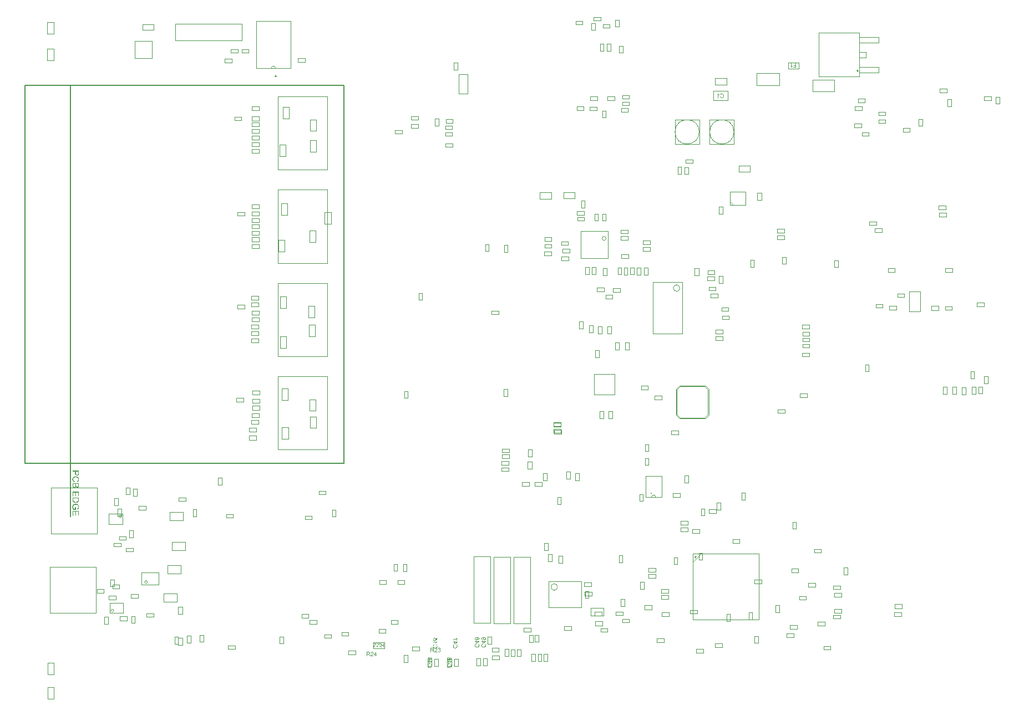
<source format=gbr>
G04*
G04 #@! TF.GenerationSoftware,Altium Limited,Altium Designer,24.2.2 (26)*
G04*
G04 Layer_Color=39423*
%FSLAX25Y25*%
%MOIN*%
G70*
G04*
G04 #@! TF.SameCoordinates,80A8E479-4E92-43EF-BFA2-91FD1FC97BD2*
G04*
G04*
G04 #@! TF.FilePolarity,Positive*
G04*
G01*
G75*
%ADD12C,0.00787*%
%ADD15C,0.00500*%
%ADD16C,0.00394*%
%ADD342C,0.00100*%
%ADD343C,0.00000*%
%ADD344C,0.00300*%
G36*
X-6478Y-254002D02*
X-6484Y-254085D01*
X-6489Y-254179D01*
X-6495Y-254279D01*
X-6506Y-254374D01*
X-6517Y-254457D01*
Y-254468D01*
X-6528Y-254507D01*
X-6539Y-254557D01*
X-6556Y-254623D01*
X-6584Y-254696D01*
X-6617Y-254773D01*
X-6656Y-254856D01*
X-6700Y-254929D01*
X-6706Y-254940D01*
X-6723Y-254962D01*
X-6756Y-254995D01*
X-6795Y-255040D01*
X-6845Y-255090D01*
X-6911Y-255140D01*
X-6983Y-255195D01*
X-7067Y-255240D01*
X-7078Y-255245D01*
X-7105Y-255256D01*
X-7155Y-255278D01*
X-7222Y-255300D01*
X-7300Y-255317D01*
X-7389Y-255339D01*
X-7488Y-255350D01*
X-7594Y-255356D01*
X-7599D01*
X-7616D01*
X-7638D01*
X-7677Y-255350D01*
X-7716Y-255345D01*
X-7766Y-255339D01*
X-7821Y-255328D01*
X-7882Y-255317D01*
X-8010Y-255278D01*
X-8077Y-255256D01*
X-8149Y-255223D01*
X-8221Y-255184D01*
X-8288Y-255145D01*
X-8354Y-255095D01*
X-8421Y-255040D01*
X-8426Y-255034D01*
X-8437Y-255023D01*
X-8454Y-255006D01*
X-8471Y-254979D01*
X-8499Y-254945D01*
X-8526Y-254901D01*
X-8559Y-254845D01*
X-8587Y-254784D01*
X-8621Y-254712D01*
X-8654Y-254629D01*
X-8682Y-254540D01*
X-8704Y-254435D01*
X-8726Y-254324D01*
X-8743Y-254202D01*
X-8754Y-254063D01*
X-8759Y-253919D01*
Y-252936D01*
X-10319D01*
Y-252426D01*
X-6478D01*
Y-254002D01*
D02*
G37*
G36*
X-8271Y-255861D02*
X-8215D01*
X-8160Y-255867D01*
X-8088Y-255872D01*
X-8016Y-255883D01*
X-7855Y-255911D01*
X-7677Y-255950D01*
X-7500Y-256005D01*
X-7327Y-256083D01*
X-7322Y-256089D01*
X-7305Y-256094D01*
X-7283Y-256105D01*
X-7255Y-256128D01*
X-7216Y-256150D01*
X-7172Y-256177D01*
X-7072Y-256250D01*
X-6961Y-256344D01*
X-6850Y-256455D01*
X-6739Y-256583D01*
X-6645Y-256732D01*
X-6639Y-256738D01*
X-6634Y-256755D01*
X-6623Y-256777D01*
X-6606Y-256805D01*
X-6589Y-256849D01*
X-6573Y-256893D01*
X-6550Y-256949D01*
X-6528Y-257010D01*
X-6506Y-257077D01*
X-6484Y-257149D01*
X-6451Y-257304D01*
X-6423Y-257482D01*
X-6412Y-257665D01*
Y-257720D01*
X-6417Y-257759D01*
X-6423Y-257809D01*
X-6428Y-257870D01*
X-6434Y-257931D01*
X-6451Y-258003D01*
X-6484Y-258153D01*
X-6534Y-258320D01*
X-6567Y-258403D01*
X-6606Y-258481D01*
X-6656Y-258558D01*
X-6706Y-258636D01*
X-6711Y-258642D01*
X-6717Y-258653D01*
X-6734Y-258675D01*
X-6761Y-258703D01*
X-6789Y-258730D01*
X-6828Y-258769D01*
X-6872Y-258808D01*
X-6917Y-258853D01*
X-6972Y-258897D01*
X-7039Y-258941D01*
X-7105Y-258991D01*
X-7178Y-259036D01*
X-7261Y-259074D01*
X-7344Y-259119D01*
X-7433Y-259152D01*
X-7533Y-259186D01*
X-7649Y-258686D01*
X-7644D01*
X-7633Y-258681D01*
X-7610Y-258669D01*
X-7583Y-258658D01*
X-7549Y-258647D01*
X-7505Y-258630D01*
X-7416Y-258586D01*
X-7316Y-258531D01*
X-7216Y-258464D01*
X-7122Y-258381D01*
X-7039Y-258292D01*
X-7028Y-258281D01*
X-7006Y-258248D01*
X-6978Y-258192D01*
X-6939Y-258120D01*
X-6906Y-258026D01*
X-6872Y-257920D01*
X-6850Y-257792D01*
X-6845Y-257654D01*
Y-257609D01*
X-6850Y-257582D01*
Y-257543D01*
X-6856Y-257498D01*
X-6872Y-257393D01*
X-6894Y-257276D01*
X-6933Y-257154D01*
X-6989Y-257027D01*
X-7061Y-256910D01*
Y-256905D01*
X-7072Y-256899D01*
X-7100Y-256860D01*
X-7144Y-256810D01*
X-7211Y-256749D01*
X-7294Y-256677D01*
X-7389Y-256610D01*
X-7505Y-256549D01*
X-7633Y-256494D01*
X-7638D01*
X-7649Y-256488D01*
X-7666Y-256483D01*
X-7694Y-256477D01*
X-7727Y-256466D01*
X-7766Y-256455D01*
X-7860Y-256438D01*
X-7971Y-256416D01*
X-8093Y-256394D01*
X-8226Y-256383D01*
X-8371Y-256377D01*
X-8376D01*
X-8393D01*
X-8421D01*
X-8454D01*
X-8493Y-256383D01*
X-8543D01*
X-8598Y-256388D01*
X-8659Y-256394D01*
X-8793Y-256411D01*
X-8937Y-256438D01*
X-9081Y-256472D01*
X-9225Y-256516D01*
X-9231D01*
X-9242Y-256522D01*
X-9259Y-256533D01*
X-9287Y-256544D01*
X-9353Y-256577D01*
X-9431Y-256627D01*
X-9520Y-256688D01*
X-9614Y-256766D01*
X-9697Y-256855D01*
X-9775Y-256960D01*
Y-256965D01*
X-9781Y-256977D01*
X-9792Y-256993D01*
X-9803Y-257015D01*
X-9814Y-257043D01*
X-9831Y-257077D01*
X-9864Y-257154D01*
X-9897Y-257254D01*
X-9925Y-257365D01*
X-9947Y-257487D01*
X-9953Y-257615D01*
Y-257654D01*
X-9947Y-257687D01*
Y-257726D01*
X-9941Y-257765D01*
X-9919Y-257865D01*
X-9892Y-257981D01*
X-9847Y-258098D01*
X-9786Y-258220D01*
X-9753Y-258281D01*
X-9708Y-258336D01*
X-9703Y-258342D01*
X-9697Y-258348D01*
X-9681Y-258364D01*
X-9664Y-258386D01*
X-9636Y-258408D01*
X-9603Y-258436D01*
X-9570Y-258470D01*
X-9525Y-258497D01*
X-9475Y-258531D01*
X-9420Y-258570D01*
X-9364Y-258603D01*
X-9298Y-258636D01*
X-9225Y-258664D01*
X-9148Y-258692D01*
X-9065Y-258719D01*
X-8976Y-258741D01*
X-9103Y-259252D01*
X-9109D01*
X-9131Y-259247D01*
X-9165Y-259236D01*
X-9209Y-259219D01*
X-9259Y-259202D01*
X-9320Y-259180D01*
X-9386Y-259152D01*
X-9459Y-259119D01*
X-9614Y-259041D01*
X-9769Y-258941D01*
X-9847Y-258880D01*
X-9925Y-258819D01*
X-9991Y-258753D01*
X-10058Y-258675D01*
X-10064Y-258669D01*
X-10075Y-258658D01*
X-10086Y-258630D01*
X-10108Y-258603D01*
X-10136Y-258558D01*
X-10164Y-258514D01*
X-10191Y-258453D01*
X-10219Y-258392D01*
X-10252Y-258320D01*
X-10280Y-258242D01*
X-10308Y-258159D01*
X-10335Y-258070D01*
X-10358Y-257976D01*
X-10369Y-257876D01*
X-10380Y-257770D01*
X-10385Y-257659D01*
Y-257598D01*
X-10380Y-257554D01*
Y-257504D01*
X-10374Y-257443D01*
X-10363Y-257376D01*
X-10352Y-257298D01*
X-10324Y-257138D01*
X-10280Y-256971D01*
X-10219Y-256805D01*
X-10180Y-256727D01*
X-10136Y-256649D01*
X-10130Y-256644D01*
X-10125Y-256632D01*
X-10108Y-256610D01*
X-10086Y-256588D01*
X-10064Y-256555D01*
X-10030Y-256516D01*
X-9991Y-256472D01*
X-9947Y-256427D01*
X-9897Y-256383D01*
X-9847Y-256333D01*
X-9719Y-256233D01*
X-9570Y-256139D01*
X-9403Y-256055D01*
X-9398D01*
X-9381Y-256044D01*
X-9353Y-256039D01*
X-9320Y-256022D01*
X-9275Y-256011D01*
X-9220Y-255994D01*
X-9159Y-255972D01*
X-9092Y-255955D01*
X-9020Y-255939D01*
X-8937Y-255917D01*
X-8765Y-255889D01*
X-8571Y-255867D01*
X-8371Y-255855D01*
X-8365D01*
X-8343D01*
X-8310D01*
X-8271Y-255861D01*
D02*
G37*
G36*
X-6478Y-261367D02*
X-6484Y-261405D01*
Y-261450D01*
X-6495Y-261550D01*
X-6506Y-261661D01*
X-6528Y-261777D01*
X-6556Y-261894D01*
X-6595Y-261999D01*
Y-262005D01*
X-6600Y-262011D01*
X-6617Y-262044D01*
X-6645Y-262094D01*
X-6684Y-262149D01*
X-6734Y-262216D01*
X-6795Y-262288D01*
X-6872Y-262355D01*
X-6956Y-262416D01*
X-6967Y-262421D01*
X-7000Y-262438D01*
X-7044Y-262466D01*
X-7111Y-262493D01*
X-7189Y-262521D01*
X-7272Y-262549D01*
X-7366Y-262565D01*
X-7461Y-262571D01*
X-7472D01*
X-7500D01*
X-7549Y-262565D01*
X-7610Y-262554D01*
X-7683Y-262538D01*
X-7760Y-262510D01*
X-7838Y-262477D01*
X-7921Y-262432D01*
X-7932Y-262427D01*
X-7955Y-262410D01*
X-7999Y-262377D01*
X-8043Y-262332D01*
X-8099Y-262277D01*
X-8160Y-262210D01*
X-8215Y-262127D01*
X-8271Y-262033D01*
Y-262038D01*
X-8276Y-262049D01*
X-8282Y-262066D01*
X-8293Y-262088D01*
X-8315Y-262155D01*
X-8354Y-262232D01*
X-8404Y-262316D01*
X-8465Y-262410D01*
X-8537Y-262493D01*
X-8626Y-262571D01*
X-8637Y-262577D01*
X-8670Y-262599D01*
X-8721Y-262632D01*
X-8787Y-262665D01*
X-8876Y-262699D01*
X-8970Y-262732D01*
X-9081Y-262754D01*
X-9203Y-262760D01*
X-9209D01*
X-9214D01*
X-9248D01*
X-9303Y-262754D01*
X-9370Y-262743D01*
X-9448Y-262732D01*
X-9531Y-262710D01*
X-9620Y-262682D01*
X-9708Y-262643D01*
X-9719Y-262638D01*
X-9747Y-262621D01*
X-9786Y-262599D01*
X-9842Y-262565D01*
X-9897Y-262521D01*
X-9958Y-262477D01*
X-10019Y-262421D01*
X-10069Y-262360D01*
X-10075Y-262355D01*
X-10091Y-262332D01*
X-10114Y-262294D01*
X-10136Y-262244D01*
X-10169Y-262182D01*
X-10202Y-262110D01*
X-10230Y-262033D01*
X-10258Y-261938D01*
Y-261927D01*
X-10269Y-261894D01*
X-10274Y-261838D01*
X-10286Y-261766D01*
X-10297Y-261678D01*
X-10308Y-261572D01*
X-10313Y-261455D01*
X-10319Y-261322D01*
Y-259857D01*
X-6478D01*
Y-261367D01*
D02*
G37*
G36*
Y-267738D02*
X-6933D01*
Y-265468D01*
X-8104D01*
Y-267594D01*
X-8559D01*
Y-265468D01*
X-9864D01*
Y-267827D01*
X-10319D01*
Y-264957D01*
X-6478D01*
Y-267738D01*
D02*
G37*
G36*
Y-270008D02*
X-6484Y-270108D01*
X-6489Y-270219D01*
X-6500Y-270330D01*
X-6517Y-270441D01*
X-6534Y-270535D01*
Y-270541D01*
X-6539Y-270552D01*
Y-270569D01*
X-6550Y-270591D01*
X-6567Y-270652D01*
X-6595Y-270729D01*
X-6634Y-270818D01*
X-6684Y-270913D01*
X-6739Y-271007D01*
X-6811Y-271096D01*
X-6817Y-271101D01*
X-6822Y-271107D01*
X-6839Y-271124D01*
X-6856Y-271146D01*
X-6911Y-271201D01*
X-6989Y-271268D01*
X-7083Y-271340D01*
X-7194Y-271418D01*
X-7322Y-271490D01*
X-7466Y-271551D01*
X-7472D01*
X-7483Y-271556D01*
X-7505Y-271568D01*
X-7538Y-271573D01*
X-7577Y-271590D01*
X-7622Y-271601D01*
X-7671Y-271612D01*
X-7733Y-271629D01*
X-7794Y-271645D01*
X-7866Y-271656D01*
X-8021Y-271684D01*
X-8193Y-271701D01*
X-8382Y-271706D01*
X-8388D01*
X-8399D01*
X-8426D01*
X-8454D01*
X-8493Y-271701D01*
X-8537D01*
X-8643Y-271695D01*
X-8765Y-271679D01*
X-8892Y-271662D01*
X-9026Y-271634D01*
X-9159Y-271601D01*
X-9165D01*
X-9176Y-271595D01*
X-9192Y-271590D01*
X-9214Y-271584D01*
X-9275Y-271562D01*
X-9353Y-271529D01*
X-9442Y-271495D01*
X-9531Y-271451D01*
X-9625Y-271395D01*
X-9714Y-271340D01*
X-9725Y-271335D01*
X-9753Y-271312D01*
X-9792Y-271279D01*
X-9842Y-271235D01*
X-9897Y-271185D01*
X-9953Y-271124D01*
X-10014Y-271062D01*
X-10064Y-270990D01*
X-10069Y-270979D01*
X-10086Y-270957D01*
X-10108Y-270918D01*
X-10136Y-270863D01*
X-10169Y-270796D01*
X-10197Y-270718D01*
X-10230Y-270630D01*
X-10258Y-270530D01*
Y-270519D01*
X-10263Y-270502D01*
X-10269Y-270485D01*
X-10274Y-270430D01*
X-10286Y-270352D01*
X-10297Y-270263D01*
X-10308Y-270158D01*
X-10313Y-270041D01*
X-10319Y-269914D01*
Y-268532D01*
X-6478D01*
Y-270008D01*
D02*
G37*
G36*
X-8326Y-272278D02*
X-8276D01*
X-8215Y-272284D01*
X-8154Y-272295D01*
X-8082Y-272300D01*
X-8004Y-272317D01*
X-7921Y-272328D01*
X-7744Y-272372D01*
X-7560Y-272428D01*
X-7377Y-272505D01*
X-7372Y-272511D01*
X-7355Y-272517D01*
X-7333Y-272528D01*
X-7300Y-272550D01*
X-7255Y-272572D01*
X-7211Y-272600D01*
X-7105Y-272678D01*
X-6983Y-272772D01*
X-6867Y-272888D01*
X-6750Y-273022D01*
X-6700Y-273099D01*
X-6650Y-273177D01*
X-6645Y-273183D01*
X-6639Y-273199D01*
X-6628Y-273221D01*
X-6611Y-273255D01*
X-6595Y-273299D01*
X-6573Y-273349D01*
X-6550Y-273405D01*
X-6528Y-273471D01*
X-6506Y-273543D01*
X-6489Y-273621D01*
X-6467Y-273704D01*
X-6451Y-273793D01*
X-6423Y-273987D01*
X-6412Y-274087D01*
Y-274265D01*
X-6417Y-274298D01*
Y-274343D01*
X-6428Y-274448D01*
X-6445Y-274565D01*
X-6473Y-274687D01*
X-6506Y-274820D01*
X-6550Y-274948D01*
Y-274953D01*
X-6556Y-274964D01*
X-6561Y-274981D01*
X-6573Y-275003D01*
X-6606Y-275064D01*
X-6645Y-275142D01*
X-6700Y-275225D01*
X-6767Y-275314D01*
X-6839Y-275397D01*
X-6928Y-275475D01*
X-6939Y-275486D01*
X-6972Y-275508D01*
X-7022Y-275541D01*
X-7094Y-275586D01*
X-7183Y-275630D01*
X-7294Y-275680D01*
X-7416Y-275730D01*
X-7555Y-275769D01*
X-7677Y-275308D01*
X-7671D01*
X-7666Y-275303D01*
X-7649Y-275297D01*
X-7627Y-275292D01*
X-7577Y-275275D01*
X-7511Y-275253D01*
X-7433Y-275219D01*
X-7361Y-275181D01*
X-7283Y-275142D01*
X-7216Y-275092D01*
X-7211Y-275086D01*
X-7189Y-275070D01*
X-7161Y-275036D01*
X-7122Y-274997D01*
X-7078Y-274948D01*
X-7033Y-274881D01*
X-6989Y-274809D01*
X-6950Y-274726D01*
X-6944Y-274714D01*
X-6933Y-274687D01*
X-6917Y-274637D01*
X-6894Y-274570D01*
X-6878Y-274492D01*
X-6861Y-274404D01*
X-6850Y-274304D01*
X-6845Y-274198D01*
Y-274137D01*
X-6850Y-274110D01*
Y-274076D01*
X-6856Y-273993D01*
X-6872Y-273899D01*
X-6889Y-273793D01*
X-6917Y-273693D01*
X-6956Y-273593D01*
X-6961Y-273582D01*
X-6972Y-273549D01*
X-7000Y-273504D01*
X-7028Y-273449D01*
X-7072Y-273382D01*
X-7117Y-273310D01*
X-7172Y-273244D01*
X-7233Y-273183D01*
X-7239Y-273177D01*
X-7261Y-273155D01*
X-7300Y-273127D01*
X-7344Y-273094D01*
X-7400Y-273055D01*
X-7466Y-273016D01*
X-7538Y-272977D01*
X-7616Y-272938D01*
X-7622D01*
X-7633Y-272933D01*
X-7649Y-272927D01*
X-7677Y-272916D01*
X-7710Y-272905D01*
X-7749Y-272894D01*
X-7794Y-272877D01*
X-7844Y-272866D01*
X-7960Y-272838D01*
X-8093Y-272816D01*
X-8232Y-272800D01*
X-8388Y-272794D01*
X-8393D01*
X-8410D01*
X-8437D01*
X-8471Y-272800D01*
X-8515D01*
X-8571Y-272805D01*
X-8626Y-272811D01*
X-8687Y-272816D01*
X-8826Y-272838D01*
X-8970Y-272866D01*
X-9115Y-272911D01*
X-9253Y-272966D01*
X-9259D01*
X-9270Y-272977D01*
X-9287Y-272983D01*
X-9309Y-273000D01*
X-9370Y-273038D01*
X-9448Y-273099D01*
X-9531Y-273171D01*
X-9614Y-273260D01*
X-9692Y-273366D01*
X-9764Y-273482D01*
Y-273488D01*
X-9769Y-273499D01*
X-9781Y-273516D01*
X-9792Y-273543D01*
X-9803Y-273571D01*
X-9814Y-273610D01*
X-9847Y-273699D01*
X-9875Y-273810D01*
X-9903Y-273932D01*
X-9925Y-274065D01*
X-9930Y-274204D01*
Y-274259D01*
X-9925Y-274293D01*
Y-274326D01*
X-9914Y-274409D01*
X-9903Y-274509D01*
X-9880Y-274615D01*
X-9847Y-274731D01*
X-9808Y-274848D01*
Y-274853D01*
X-9803Y-274864D01*
X-9797Y-274875D01*
X-9786Y-274898D01*
X-9758Y-274959D01*
X-9725Y-275025D01*
X-9686Y-275103D01*
X-9642Y-275186D01*
X-9592Y-275264D01*
X-9536Y-275330D01*
X-8815D01*
Y-274198D01*
X-8360D01*
Y-275830D01*
X-9786D01*
X-9792Y-275824D01*
X-9797Y-275813D01*
X-9814Y-275791D01*
X-9836Y-275763D01*
X-9858Y-275730D01*
X-9886Y-275691D01*
X-9919Y-275641D01*
X-9953Y-275591D01*
X-10025Y-275475D01*
X-10102Y-275342D01*
X-10175Y-275203D01*
X-10236Y-275053D01*
Y-275047D01*
X-10241Y-275036D01*
X-10247Y-275014D01*
X-10258Y-274986D01*
X-10269Y-274948D01*
X-10286Y-274903D01*
X-10297Y-274853D01*
X-10308Y-274803D01*
X-10335Y-274681D01*
X-10363Y-274542D01*
X-10380Y-274393D01*
X-10385Y-274237D01*
Y-274182D01*
X-10380Y-274143D01*
Y-274093D01*
X-10374Y-274032D01*
X-10363Y-273965D01*
X-10358Y-273893D01*
X-10324Y-273732D01*
X-10286Y-273560D01*
X-10225Y-273382D01*
X-10191Y-273294D01*
X-10147Y-273205D01*
X-10141Y-273199D01*
X-10136Y-273183D01*
X-10119Y-273160D01*
X-10102Y-273127D01*
X-10075Y-273088D01*
X-10047Y-273049D01*
X-9969Y-272944D01*
X-9869Y-272833D01*
X-9747Y-272716D01*
X-9608Y-272605D01*
X-9448Y-272505D01*
X-9442D01*
X-9425Y-272494D01*
X-9403Y-272483D01*
X-9364Y-272467D01*
X-9325Y-272450D01*
X-9270Y-272433D01*
X-9214Y-272411D01*
X-9148Y-272389D01*
X-9076Y-272367D01*
X-8992Y-272345D01*
X-8909Y-272328D01*
X-8820Y-272311D01*
X-8626Y-272284D01*
X-8421Y-272272D01*
X-8415D01*
X-8393D01*
X-8365D01*
X-8326Y-272278D01*
D02*
G37*
G36*
X-6478Y-279365D02*
X-6933D01*
Y-277095D01*
X-8104D01*
Y-279221D01*
X-8559D01*
Y-277095D01*
X-9864D01*
Y-279454D01*
X-10319D01*
Y-276585D01*
X-6478D01*
Y-279365D01*
D02*
G37*
G36*
X364210Y-303623D02*
Y-303628D01*
Y-303642D01*
Y-303655D01*
X364206Y-303706D01*
X364201Y-303766D01*
X364192Y-303845D01*
X364187Y-303942D01*
X364173Y-304048D01*
X364159Y-304164D01*
X364164D01*
X364169Y-304159D01*
X364182Y-304154D01*
X364201Y-304145D01*
X364247Y-304122D01*
X364307Y-304094D01*
X364381Y-304062D01*
X364469Y-304025D01*
X364566Y-303988D01*
X364672Y-303951D01*
X364774Y-304261D01*
X364769D01*
X364760Y-304265D01*
X364746Y-304270D01*
X364728Y-304274D01*
X364700Y-304284D01*
X364672Y-304293D01*
X364603Y-304311D01*
X364520Y-304330D01*
X364427Y-304353D01*
X364330Y-304372D01*
X364229Y-304385D01*
X364233Y-304390D01*
X364252Y-304408D01*
X364284Y-304436D01*
X364326Y-304478D01*
X364381Y-304538D01*
X364441Y-304607D01*
X364520Y-304695D01*
X364603Y-304797D01*
X364344Y-304977D01*
X364340Y-304967D01*
X364321Y-304944D01*
X364293Y-304907D01*
X364256Y-304857D01*
X364215Y-304787D01*
X364164Y-304709D01*
X364104Y-304616D01*
X364044Y-304515D01*
Y-304519D01*
X364039Y-304528D01*
X364030Y-304542D01*
X364016Y-304566D01*
X363988Y-304621D01*
X363951Y-304686D01*
X363905Y-304760D01*
X363859Y-304838D01*
X363808Y-304912D01*
X363762Y-304977D01*
X363508Y-304797D01*
X363513Y-304792D01*
X363517Y-304783D01*
X363531Y-304769D01*
X363549Y-304746D01*
X363591Y-304690D01*
X363647Y-304626D01*
X363707Y-304556D01*
X363767Y-304492D01*
X363822Y-304432D01*
X363845Y-304404D01*
X363868Y-304385D01*
X363864D01*
X363855Y-304381D01*
X363841D01*
X363822Y-304376D01*
X363794Y-304372D01*
X363767Y-304362D01*
X363697Y-304348D01*
X363614Y-304330D01*
X363527Y-304311D01*
X363337Y-304261D01*
X363434Y-303951D01*
X363439D01*
X363448Y-303956D01*
X363466Y-303965D01*
X363490Y-303970D01*
X363517Y-303983D01*
X363554Y-303997D01*
X363628Y-304025D01*
X363711Y-304057D01*
X363794Y-304094D01*
X363873Y-304131D01*
X363938Y-304164D01*
Y-304159D01*
Y-304145D01*
X363933Y-304127D01*
Y-304099D01*
X363928Y-304066D01*
X363924Y-304030D01*
X363919Y-303946D01*
X363910Y-303859D01*
X363901Y-303766D01*
X363896Y-303688D01*
Y-303651D01*
Y-303618D01*
X364210D01*
Y-303623D01*
D02*
G37*
G36*
X172280Y-363023D02*
X172627D01*
Y-363311D01*
X172280D01*
Y-363925D01*
X171965D01*
Y-363311D01*
X170851D01*
Y-363023D01*
X172024Y-361365D01*
X172280D01*
Y-363023D01*
D02*
G37*
G36*
X169878Y-361358D02*
X169908Y-361361D01*
X169945Y-361365D01*
X169985Y-361372D01*
X170026Y-361380D01*
X170122Y-361406D01*
X170219Y-361443D01*
X170267Y-361465D01*
X170315Y-361491D01*
X170359Y-361524D01*
X170400Y-361561D01*
X170404Y-361565D01*
X170411Y-361568D01*
X170418Y-361583D01*
X170433Y-361598D01*
X170452Y-361617D01*
X170470Y-361643D01*
X170489Y-361668D01*
X170511Y-361702D01*
X170548Y-361772D01*
X170585Y-361861D01*
X170600Y-361905D01*
X170607Y-361957D01*
X170615Y-362009D01*
X170618Y-362064D01*
Y-362072D01*
Y-362090D01*
X170615Y-362120D01*
X170611Y-362160D01*
X170603Y-362205D01*
X170589Y-362257D01*
X170574Y-362312D01*
X170552Y-362368D01*
X170548Y-362375D01*
X170540Y-362394D01*
X170526Y-362423D01*
X170503Y-362464D01*
X170474Y-362508D01*
X170437Y-362564D01*
X170393Y-362619D01*
X170341Y-362682D01*
X170333Y-362690D01*
X170315Y-362712D01*
X170296Y-362730D01*
X170278Y-362749D01*
X170256Y-362771D01*
X170226Y-362801D01*
X170196Y-362830D01*
X170159Y-362863D01*
X170122Y-362900D01*
X170078Y-362941D01*
X170030Y-362982D01*
X169978Y-363030D01*
X169919Y-363078D01*
X169860Y-363130D01*
X169856Y-363134D01*
X169849Y-363141D01*
X169834Y-363152D01*
X169815Y-363167D01*
X169793Y-363189D01*
X169767Y-363211D01*
X169708Y-363259D01*
X169645Y-363315D01*
X169586Y-363370D01*
X169534Y-363419D01*
X169512Y-363437D01*
X169493Y-363456D01*
X169490Y-363459D01*
X169479Y-363470D01*
X169464Y-363485D01*
X169445Y-363507D01*
X169427Y-363533D01*
X169405Y-363559D01*
X169360Y-363622D01*
X170622D01*
Y-363925D01*
X168924D01*
Y-363922D01*
Y-363907D01*
Y-363885D01*
X168927Y-363855D01*
X168931Y-363822D01*
X168938Y-363785D01*
X168946Y-363748D01*
X168961Y-363707D01*
Y-363703D01*
X168964Y-363700D01*
X168972Y-363678D01*
X168986Y-363644D01*
X169009Y-363600D01*
X169038Y-363548D01*
X169075Y-363489D01*
X169116Y-363430D01*
X169168Y-363367D01*
Y-363363D01*
X169175Y-363359D01*
X169194Y-363337D01*
X169227Y-363304D01*
X169275Y-363256D01*
X169331Y-363200D01*
X169401Y-363134D01*
X169486Y-363060D01*
X169579Y-362982D01*
X169582Y-362978D01*
X169597Y-362967D01*
X169619Y-362949D01*
X169645Y-362926D01*
X169678Y-362897D01*
X169719Y-362863D01*
X169760Y-362826D01*
X169808Y-362786D01*
X169900Y-362697D01*
X169993Y-362608D01*
X170037Y-362564D01*
X170078Y-362519D01*
X170115Y-362479D01*
X170145Y-362438D01*
Y-362434D01*
X170152Y-362431D01*
X170159Y-362420D01*
X170167Y-362405D01*
X170193Y-362364D01*
X170222Y-362316D01*
X170248Y-362257D01*
X170274Y-362194D01*
X170289Y-362123D01*
X170296Y-362057D01*
Y-362053D01*
Y-362050D01*
X170293Y-362027D01*
X170289Y-361990D01*
X170278Y-361950D01*
X170263Y-361898D01*
X170237Y-361846D01*
X170204Y-361794D01*
X170159Y-361742D01*
X170152Y-361735D01*
X170133Y-361720D01*
X170108Y-361702D01*
X170067Y-361676D01*
X170015Y-361654D01*
X169956Y-361631D01*
X169886Y-361617D01*
X169808Y-361613D01*
X169786D01*
X169771Y-361617D01*
X169727Y-361620D01*
X169675Y-361631D01*
X169619Y-361646D01*
X169556Y-361672D01*
X169497Y-361705D01*
X169442Y-361750D01*
X169434Y-361757D01*
X169419Y-361776D01*
X169397Y-361805D01*
X169375Y-361850D01*
X169349Y-361901D01*
X169327Y-361968D01*
X169312Y-362042D01*
X169305Y-362127D01*
X168983Y-362094D01*
Y-362090D01*
X168986Y-362079D01*
Y-362061D01*
X168990Y-362035D01*
X168998Y-362005D01*
X169005Y-361972D01*
X169016Y-361931D01*
X169027Y-361890D01*
X169057Y-361802D01*
X169101Y-361713D01*
X169127Y-361668D01*
X169160Y-361624D01*
X169194Y-361583D01*
X169231Y-361546D01*
X169234Y-361543D01*
X169242Y-361539D01*
X169253Y-361528D01*
X169271Y-361517D01*
X169294Y-361502D01*
X169319Y-361487D01*
X169349Y-361469D01*
X169386Y-361450D01*
X169427Y-361432D01*
X169471Y-361413D01*
X169519Y-361398D01*
X169571Y-361384D01*
X169627Y-361372D01*
X169686Y-361361D01*
X169749Y-361358D01*
X169815Y-361354D01*
X169852D01*
X169878Y-361358D01*
D02*
G37*
G36*
X167736Y-361369D02*
X167769D01*
X167847Y-361372D01*
X167928Y-361384D01*
X168017Y-361395D01*
X168098Y-361413D01*
X168139Y-361424D01*
X168173Y-361435D01*
X168176D01*
X168180Y-361439D01*
X168202Y-361450D01*
X168235Y-361465D01*
X168276Y-361491D01*
X168321Y-361524D01*
X168369Y-361568D01*
X168413Y-361620D01*
X168457Y-361680D01*
Y-361683D01*
X168461Y-361687D01*
X168476Y-361709D01*
X168491Y-361746D01*
X168513Y-361794D01*
X168531Y-361850D01*
X168550Y-361916D01*
X168561Y-361987D01*
X168565Y-362064D01*
Y-362068D01*
Y-362075D01*
Y-362090D01*
X168561Y-362109D01*
Y-362135D01*
X168557Y-362160D01*
X168543Y-362223D01*
X168520Y-362297D01*
X168491Y-362375D01*
X168446Y-362453D01*
X168417Y-362490D01*
X168387Y-362527D01*
X168383Y-362530D01*
X168380Y-362534D01*
X168369Y-362545D01*
X168354Y-362556D01*
X168335Y-362571D01*
X168313Y-362586D01*
X168283Y-362604D01*
X168254Y-362627D01*
X168217Y-362645D01*
X168176Y-362664D01*
X168132Y-362686D01*
X168084Y-362704D01*
X168028Y-362719D01*
X167973Y-362738D01*
X167910Y-362749D01*
X167843Y-362760D01*
X167851Y-362764D01*
X167865Y-362771D01*
X167888Y-362786D01*
X167917Y-362801D01*
X167984Y-362841D01*
X168017Y-362867D01*
X168047Y-362889D01*
X168054Y-362897D01*
X168073Y-362915D01*
X168102Y-362945D01*
X168139Y-362982D01*
X168180Y-363034D01*
X168228Y-363089D01*
X168276Y-363156D01*
X168328Y-363230D01*
X168768Y-363925D01*
X168346D01*
X168010Y-363393D01*
Y-363389D01*
X168002Y-363382D01*
X167995Y-363370D01*
X167984Y-363356D01*
X167958Y-363315D01*
X167925Y-363263D01*
X167884Y-363208D01*
X167843Y-363148D01*
X167803Y-363093D01*
X167765Y-363041D01*
X167762Y-363037D01*
X167751Y-363023D01*
X167732Y-363000D01*
X167706Y-362975D01*
X167651Y-362919D01*
X167621Y-362893D01*
X167592Y-362871D01*
X167588Y-362867D01*
X167580Y-362863D01*
X167566Y-362856D01*
X167543Y-362845D01*
X167521Y-362834D01*
X167495Y-362823D01*
X167436Y-362804D01*
X167432D01*
X167425Y-362801D01*
X167410D01*
X167392Y-362797D01*
X167366Y-362793D01*
X167336D01*
X167296Y-362790D01*
X166859D01*
Y-363925D01*
X166519D01*
Y-361365D01*
X167706D01*
X167736Y-361369D01*
D02*
G37*
G36*
X424593Y-9941D02*
X422861D01*
Y-9638D01*
X424253D01*
Y-8846D01*
X423050D01*
Y-8543D01*
X424253D01*
Y-7381D01*
X424593D01*
Y-9941D01*
D02*
G37*
G36*
X421681Y-9383D02*
X421685Y-9379D01*
X421703Y-9364D01*
X421725Y-9342D01*
X421762Y-9316D01*
X421803Y-9283D01*
X421855Y-9246D01*
X421914Y-9205D01*
X421981Y-9165D01*
X421984D01*
X421988Y-9161D01*
X422010Y-9146D01*
X422047Y-9127D01*
X422092Y-9105D01*
X422144Y-9079D01*
X422199Y-9053D01*
X422255Y-9028D01*
X422310Y-9005D01*
Y-9309D01*
X422306D01*
X422299Y-9316D01*
X422284Y-9320D01*
X422266Y-9331D01*
X422243Y-9342D01*
X422218Y-9357D01*
X422155Y-9394D01*
X422081Y-9435D01*
X422007Y-9486D01*
X421929Y-9546D01*
X421851Y-9608D01*
X421847Y-9612D01*
X421844Y-9616D01*
X421833Y-9627D01*
X421818Y-9638D01*
X421785Y-9675D01*
X421740Y-9719D01*
X421696Y-9771D01*
X421648Y-9831D01*
X421607Y-9890D01*
X421570Y-9953D01*
X421367D01*
Y-7381D01*
X421681D01*
Y-9383D01*
D02*
G37*
G36*
X377641Y-25688D02*
X377682Y-25747D01*
X377730Y-25806D01*
X377774Y-25858D01*
X377819Y-25902D01*
X377852Y-25939D01*
X377867Y-25950D01*
X377878Y-25961D01*
X377882Y-25965D01*
X377885Y-25969D01*
X377963Y-26032D01*
X378041Y-26091D01*
X378115Y-26143D01*
X378189Y-26183D01*
X378252Y-26220D01*
X378277Y-26235D01*
X378300Y-26246D01*
X378318Y-26257D01*
X378333Y-26261D01*
X378340Y-26268D01*
X378344D01*
Y-26572D01*
X378289Y-26550D01*
X378233Y-26524D01*
X378178Y-26498D01*
X378126Y-26472D01*
X378081Y-26450D01*
X378044Y-26431D01*
X378022Y-26416D01*
X378018Y-26413D01*
X378015D01*
X377948Y-26372D01*
X377889Y-26331D01*
X377837Y-26294D01*
X377797Y-26261D01*
X377760Y-26235D01*
X377737Y-26213D01*
X377719Y-26198D01*
X377715Y-26194D01*
Y-28196D01*
X377401D01*
Y-25625D01*
X377604D01*
X377641Y-25688D01*
D02*
G37*
G36*
X380053Y-25599D02*
X380172Y-25617D01*
X380276Y-25639D01*
X380324Y-25654D01*
X380368Y-25669D01*
X380409Y-25684D01*
X380446Y-25699D01*
X380475Y-25710D01*
X380505Y-25721D01*
X380523Y-25732D01*
X380538Y-25739D01*
X380549Y-25743D01*
X380553Y-25747D01*
X380653Y-25810D01*
X380738Y-25884D01*
X380812Y-25958D01*
X380875Y-26032D01*
X380923Y-26098D01*
X380942Y-26128D01*
X380956Y-26154D01*
X380971Y-26172D01*
X380978Y-26187D01*
X380982Y-26198D01*
X380986Y-26202D01*
X381038Y-26316D01*
X381075Y-26435D01*
X381101Y-26553D01*
X381119Y-26661D01*
X381126Y-26709D01*
X381130Y-26757D01*
X381134Y-26794D01*
Y-26831D01*
X381138Y-26857D01*
Y-26879D01*
Y-26894D01*
Y-26897D01*
X381130Y-27031D01*
X381115Y-27160D01*
X381097Y-27275D01*
X381082Y-27330D01*
X381071Y-27378D01*
X381060Y-27423D01*
X381045Y-27463D01*
X381034Y-27501D01*
X381027Y-27530D01*
X381015Y-27552D01*
X381012Y-27571D01*
X381004Y-27582D01*
Y-27586D01*
X380949Y-27697D01*
X380886Y-27797D01*
X380819Y-27882D01*
X380786Y-27915D01*
X380756Y-27948D01*
X380727Y-27978D01*
X380697Y-28004D01*
X380671Y-28026D01*
X380649Y-28041D01*
X380634Y-28056D01*
X380620Y-28067D01*
X380612Y-28070D01*
X380609Y-28074D01*
X380557Y-28104D01*
X380505Y-28130D01*
X380394Y-28170D01*
X380283Y-28200D01*
X380176Y-28218D01*
X380124Y-28226D01*
X380079Y-28233D01*
X380039Y-28237D01*
X380005D01*
X379976Y-28240D01*
X379935D01*
X379861Y-28237D01*
X379791Y-28229D01*
X379724Y-28222D01*
X379661Y-28207D01*
X379602Y-28189D01*
X379547Y-28170D01*
X379495Y-28152D01*
X379447Y-28130D01*
X379406Y-28111D01*
X379365Y-28093D01*
X379336Y-28074D01*
X379306Y-28056D01*
X379288Y-28041D01*
X379269Y-28033D01*
X379262Y-28026D01*
X379258Y-28022D01*
X379206Y-27978D01*
X379162Y-27933D01*
X379121Y-27882D01*
X379080Y-27830D01*
X379014Y-27726D01*
X378962Y-27623D01*
X378940Y-27575D01*
X378921Y-27530D01*
X378906Y-27489D01*
X378895Y-27456D01*
X378884Y-27426D01*
X378877Y-27404D01*
X378873Y-27389D01*
Y-27386D01*
X379214Y-27301D01*
X379228Y-27360D01*
X379247Y-27415D01*
X379265Y-27467D01*
X379284Y-27515D01*
X379306Y-27560D01*
X379328Y-27597D01*
X379354Y-27634D01*
X379376Y-27667D01*
X379395Y-27697D01*
X379417Y-27719D01*
X379436Y-27741D01*
X379450Y-27760D01*
X379465Y-27771D01*
X379476Y-27782D01*
X379480Y-27785D01*
X379484Y-27789D01*
X379521Y-27819D01*
X379561Y-27841D01*
X379643Y-27882D01*
X379720Y-27911D01*
X379798Y-27930D01*
X379865Y-27944D01*
X379891Y-27948D01*
X379917D01*
X379939Y-27952D01*
X379965D01*
X380050Y-27948D01*
X380131Y-27933D01*
X380205Y-27915D01*
X380272Y-27893D01*
X380324Y-27871D01*
X380346Y-27859D01*
X380364Y-27852D01*
X380379Y-27845D01*
X380390Y-27837D01*
X380398Y-27834D01*
X380401D01*
X380472Y-27782D01*
X380531Y-27726D01*
X380583Y-27663D01*
X380623Y-27604D01*
X380657Y-27552D01*
X380679Y-27508D01*
X380686Y-27489D01*
X380694Y-27478D01*
X380697Y-27471D01*
Y-27467D01*
X380727Y-27371D01*
X380749Y-27275D01*
X380768Y-27179D01*
X380779Y-27090D01*
X380782Y-27049D01*
X380786Y-27012D01*
Y-26979D01*
X380790Y-26953D01*
Y-26931D01*
Y-26912D01*
Y-26901D01*
Y-26897D01*
X380786Y-26801D01*
X380779Y-26712D01*
X380764Y-26631D01*
X380749Y-26557D01*
X380738Y-26494D01*
X380731Y-26468D01*
X380723Y-26446D01*
X380719Y-26428D01*
X380716Y-26416D01*
X380712Y-26409D01*
Y-26405D01*
X380675Y-26320D01*
X380634Y-26243D01*
X380590Y-26180D01*
X380542Y-26124D01*
X380501Y-26080D01*
X380468Y-26050D01*
X380442Y-26032D01*
X380438Y-26024D01*
X380435D01*
X380357Y-25976D01*
X380272Y-25939D01*
X380190Y-25913D01*
X380113Y-25898D01*
X380042Y-25887D01*
X380013Y-25884D01*
X379987D01*
X379968Y-25880D01*
X379939D01*
X379846Y-25884D01*
X379761Y-25898D01*
X379691Y-25921D01*
X379628Y-25943D01*
X379580Y-25969D01*
X379543Y-25987D01*
X379521Y-26002D01*
X379513Y-26009D01*
X379454Y-26065D01*
X379399Y-26128D01*
X379354Y-26194D01*
X379317Y-26261D01*
X379288Y-26320D01*
X379276Y-26350D01*
X379269Y-26372D01*
X379262Y-26390D01*
X379254Y-26405D01*
X379251Y-26413D01*
Y-26416D01*
X378918Y-26339D01*
X378940Y-26272D01*
X378962Y-26213D01*
X378992Y-26157D01*
X379017Y-26102D01*
X379047Y-26054D01*
X379080Y-26009D01*
X379110Y-25965D01*
X379140Y-25928D01*
X379169Y-25898D01*
X379195Y-25869D01*
X379221Y-25843D01*
X379240Y-25824D01*
X379258Y-25806D01*
X379273Y-25795D01*
X379280Y-25791D01*
X379284Y-25787D01*
X379336Y-25754D01*
X379387Y-25721D01*
X379439Y-25695D01*
X379495Y-25673D01*
X379606Y-25639D01*
X379706Y-25617D01*
X379754Y-25606D01*
X379795Y-25602D01*
X379835Y-25599D01*
X379869Y-25595D01*
X379894Y-25591D01*
X379931D01*
X380053Y-25599D01*
D02*
G37*
G36*
X176838Y-358774D02*
X175650D01*
X175621Y-358770D01*
X175587D01*
X175510Y-358767D01*
X175428Y-358755D01*
X175339Y-358745D01*
X175258Y-358726D01*
X175217Y-358715D01*
X175184Y-358704D01*
X175180D01*
X175177Y-358700D01*
X175154Y-358689D01*
X175121Y-358674D01*
X175080Y-358648D01*
X175036Y-358615D01*
X174988Y-358571D01*
X174943Y-358519D01*
X174899Y-358459D01*
Y-358456D01*
X174895Y-358452D01*
X174881Y-358430D01*
X174866Y-358393D01*
X174844Y-358345D01*
X174825Y-358289D01*
X174807Y-358223D01*
X174795Y-358152D01*
X174792Y-358075D01*
Y-358071D01*
Y-358064D01*
Y-358049D01*
X174795Y-358030D01*
Y-358004D01*
X174799Y-357979D01*
X174814Y-357916D01*
X174836Y-357842D01*
X174866Y-357764D01*
X174910Y-357686D01*
X174940Y-357649D01*
X174969Y-357612D01*
X174973Y-357609D01*
X174977Y-357605D01*
X174988Y-357594D01*
X175003Y-357583D01*
X175021Y-357568D01*
X175043Y-357553D01*
X175073Y-357535D01*
X175103Y-357512D01*
X175140Y-357494D01*
X175180Y-357475D01*
X175225Y-357453D01*
X175273Y-357435D01*
X175328Y-357420D01*
X175384Y-357401D01*
X175447Y-357390D01*
X175513Y-357379D01*
X175506Y-357376D01*
X175491Y-357368D01*
X175469Y-357353D01*
X175439Y-357339D01*
X175373Y-357298D01*
X175339Y-357272D01*
X175310Y-357250D01*
X175302Y-357242D01*
X175284Y-357224D01*
X175254Y-357194D01*
X175217Y-357157D01*
X175177Y-357105D01*
X175128Y-357050D01*
X175080Y-356983D01*
X175029Y-356909D01*
X174588Y-356214D01*
X175010D01*
X175347Y-356747D01*
Y-356750D01*
X175354Y-356757D01*
X175362Y-356769D01*
X175373Y-356783D01*
X175399Y-356824D01*
X175432Y-356876D01*
X175473Y-356931D01*
X175513Y-356991D01*
X175554Y-357046D01*
X175591Y-357098D01*
X175595Y-357102D01*
X175606Y-357116D01*
X175624Y-357139D01*
X175650Y-357165D01*
X175706Y-357220D01*
X175735Y-357246D01*
X175765Y-357268D01*
X175769Y-357272D01*
X175776Y-357276D01*
X175791Y-357283D01*
X175813Y-357294D01*
X175835Y-357305D01*
X175861Y-357316D01*
X175920Y-357335D01*
X175924D01*
X175931Y-357339D01*
X175946D01*
X175965Y-357342D01*
X175991Y-357346D01*
X176020D01*
X176061Y-357349D01*
X176497D01*
Y-356214D01*
X176838D01*
Y-358774D01*
D02*
G37*
G36*
X174433Y-356217D02*
Y-356232D01*
Y-356254D01*
X174429Y-356284D01*
X174425Y-356317D01*
X174418Y-356354D01*
X174411Y-356391D01*
X174396Y-356432D01*
Y-356436D01*
X174392Y-356439D01*
X174385Y-356462D01*
X174370Y-356495D01*
X174348Y-356539D01*
X174318Y-356591D01*
X174281Y-356650D01*
X174241Y-356710D01*
X174189Y-356772D01*
Y-356776D01*
X174181Y-356780D01*
X174163Y-356802D01*
X174129Y-356835D01*
X174081Y-356883D01*
X174026Y-356939D01*
X173956Y-357006D01*
X173871Y-357079D01*
X173778Y-357157D01*
X173774Y-357161D01*
X173759Y-357172D01*
X173737Y-357190D01*
X173711Y-357213D01*
X173678Y-357242D01*
X173637Y-357276D01*
X173597Y-357313D01*
X173549Y-357353D01*
X173456Y-357442D01*
X173364Y-357531D01*
X173319Y-357575D01*
X173278Y-357620D01*
X173241Y-357660D01*
X173212Y-357701D01*
Y-357705D01*
X173205Y-357708D01*
X173197Y-357719D01*
X173190Y-357734D01*
X173164Y-357775D01*
X173134Y-357823D01*
X173108Y-357882D01*
X173082Y-357945D01*
X173068Y-358015D01*
X173060Y-358082D01*
Y-358086D01*
Y-358090D01*
X173064Y-358112D01*
X173068Y-358149D01*
X173079Y-358189D01*
X173093Y-358241D01*
X173119Y-358293D01*
X173153Y-358345D01*
X173197Y-358397D01*
X173205Y-358404D01*
X173223Y-358419D01*
X173249Y-358437D01*
X173290Y-358463D01*
X173341Y-358485D01*
X173401Y-358508D01*
X173471Y-358522D01*
X173549Y-358526D01*
X173571D01*
X173586Y-358522D01*
X173630Y-358519D01*
X173682Y-358508D01*
X173737Y-358493D01*
X173800Y-358467D01*
X173859Y-358434D01*
X173915Y-358389D01*
X173922Y-358382D01*
X173937Y-358363D01*
X173959Y-358334D01*
X173981Y-358289D01*
X174007Y-358238D01*
X174030Y-358171D01*
X174044Y-358097D01*
X174052Y-358012D01*
X174374Y-358045D01*
Y-358049D01*
X174370Y-358060D01*
Y-358079D01*
X174366Y-358104D01*
X174359Y-358134D01*
X174352Y-358167D01*
X174340Y-358208D01*
X174329Y-358249D01*
X174300Y-358337D01*
X174255Y-358426D01*
X174229Y-358471D01*
X174196Y-358515D01*
X174163Y-358556D01*
X174126Y-358593D01*
X174122Y-358596D01*
X174115Y-358600D01*
X174104Y-358611D01*
X174085Y-358622D01*
X174063Y-358637D01*
X174037Y-358652D01*
X174007Y-358670D01*
X173970Y-358689D01*
X173930Y-358707D01*
X173885Y-358726D01*
X173837Y-358741D01*
X173785Y-358755D01*
X173730Y-358767D01*
X173671Y-358778D01*
X173608Y-358781D01*
X173541Y-358785D01*
X173504D01*
X173478Y-358781D01*
X173449Y-358778D01*
X173412Y-358774D01*
X173371Y-358767D01*
X173330Y-358759D01*
X173234Y-358733D01*
X173138Y-358696D01*
X173090Y-358674D01*
X173042Y-358648D01*
X172997Y-358615D01*
X172957Y-358578D01*
X172953Y-358574D01*
X172945Y-358571D01*
X172938Y-358556D01*
X172923Y-358541D01*
X172905Y-358522D01*
X172886Y-358496D01*
X172868Y-358471D01*
X172846Y-358437D01*
X172809Y-358367D01*
X172772Y-358278D01*
X172757Y-358234D01*
X172749Y-358182D01*
X172742Y-358130D01*
X172738Y-358075D01*
Y-358067D01*
Y-358049D01*
X172742Y-358019D01*
X172746Y-357979D01*
X172753Y-357934D01*
X172768Y-357882D01*
X172783Y-357827D01*
X172805Y-357771D01*
X172809Y-357764D01*
X172816Y-357745D01*
X172831Y-357716D01*
X172853Y-357675D01*
X172883Y-357631D01*
X172920Y-357575D01*
X172964Y-357520D01*
X173016Y-357457D01*
X173023Y-357449D01*
X173042Y-357427D01*
X173060Y-357409D01*
X173079Y-357390D01*
X173101Y-357368D01*
X173131Y-357339D01*
X173160Y-357309D01*
X173197Y-357276D01*
X173234Y-357239D01*
X173278Y-357198D01*
X173327Y-357157D01*
X173378Y-357109D01*
X173438Y-357061D01*
X173497Y-357009D01*
X173501Y-357006D01*
X173508Y-356998D01*
X173523Y-356987D01*
X173541Y-356972D01*
X173563Y-356950D01*
X173589Y-356928D01*
X173649Y-356880D01*
X173711Y-356824D01*
X173771Y-356769D01*
X173822Y-356721D01*
X173845Y-356702D01*
X173863Y-356684D01*
X173867Y-356680D01*
X173878Y-356669D01*
X173893Y-356654D01*
X173911Y-356632D01*
X173930Y-356606D01*
X173952Y-356580D01*
X173996Y-356517D01*
X172735D01*
Y-356214D01*
X174433D01*
Y-356217D01*
D02*
G37*
G36*
X172442D02*
Y-356232D01*
Y-356254D01*
X172439Y-356284D01*
X172435Y-356317D01*
X172427Y-356354D01*
X172420Y-356391D01*
X172405Y-356432D01*
Y-356436D01*
X172402Y-356439D01*
X172394Y-356462D01*
X172379Y-356495D01*
X172357Y-356539D01*
X172328Y-356591D01*
X172291Y-356650D01*
X172250Y-356710D01*
X172198Y-356772D01*
Y-356776D01*
X172191Y-356780D01*
X172172Y-356802D01*
X172139Y-356835D01*
X172091Y-356883D01*
X172035Y-356939D01*
X171965Y-357006D01*
X171880Y-357079D01*
X171787Y-357157D01*
X171784Y-357161D01*
X171769Y-357172D01*
X171747Y-357190D01*
X171721Y-357213D01*
X171687Y-357242D01*
X171647Y-357276D01*
X171606Y-357313D01*
X171558Y-357353D01*
X171466Y-357442D01*
X171373Y-357531D01*
X171329Y-357575D01*
X171288Y-357620D01*
X171251Y-357660D01*
X171221Y-357701D01*
Y-357705D01*
X171214Y-357708D01*
X171206Y-357719D01*
X171199Y-357734D01*
X171173Y-357775D01*
X171144Y-357823D01*
X171118Y-357882D01*
X171092Y-357945D01*
X171077Y-358015D01*
X171070Y-358082D01*
Y-358086D01*
Y-358090D01*
X171073Y-358112D01*
X171077Y-358149D01*
X171088Y-358189D01*
X171103Y-358241D01*
X171129Y-358293D01*
X171162Y-358345D01*
X171206Y-358397D01*
X171214Y-358404D01*
X171232Y-358419D01*
X171258Y-358437D01*
X171299Y-358463D01*
X171351Y-358485D01*
X171410Y-358508D01*
X171480Y-358522D01*
X171558Y-358526D01*
X171580D01*
X171595Y-358522D01*
X171639Y-358519D01*
X171691Y-358508D01*
X171747Y-358493D01*
X171810Y-358467D01*
X171869Y-358434D01*
X171924Y-358389D01*
X171932Y-358382D01*
X171947Y-358363D01*
X171969Y-358334D01*
X171991Y-358289D01*
X172017Y-358238D01*
X172039Y-358171D01*
X172054Y-358097D01*
X172061Y-358012D01*
X172383Y-358045D01*
Y-358049D01*
X172379Y-358060D01*
Y-358079D01*
X172376Y-358104D01*
X172368Y-358134D01*
X172361Y-358167D01*
X172350Y-358208D01*
X172339Y-358249D01*
X172309Y-358337D01*
X172265Y-358426D01*
X172239Y-358471D01*
X172205Y-358515D01*
X172172Y-358556D01*
X172135Y-358593D01*
X172132Y-358596D01*
X172124Y-358600D01*
X172113Y-358611D01*
X172095Y-358622D01*
X172072Y-358637D01*
X172046Y-358652D01*
X172017Y-358670D01*
X171980Y-358689D01*
X171939Y-358707D01*
X171895Y-358726D01*
X171847Y-358741D01*
X171795Y-358755D01*
X171739Y-358767D01*
X171680Y-358778D01*
X171617Y-358781D01*
X171551Y-358785D01*
X171514D01*
X171488Y-358781D01*
X171458Y-358778D01*
X171421Y-358774D01*
X171380Y-358767D01*
X171340Y-358759D01*
X171244Y-358733D01*
X171147Y-358696D01*
X171099Y-358674D01*
X171051Y-358648D01*
X171007Y-358615D01*
X170966Y-358578D01*
X170962Y-358574D01*
X170955Y-358571D01*
X170948Y-358556D01*
X170933Y-358541D01*
X170914Y-358522D01*
X170896Y-358496D01*
X170877Y-358471D01*
X170855Y-358437D01*
X170818Y-358367D01*
X170781Y-358278D01*
X170766Y-358234D01*
X170759Y-358182D01*
X170751Y-358130D01*
X170748Y-358075D01*
Y-358067D01*
Y-358049D01*
X170751Y-358019D01*
X170755Y-357979D01*
X170763Y-357934D01*
X170777Y-357882D01*
X170792Y-357827D01*
X170814Y-357771D01*
X170818Y-357764D01*
X170825Y-357745D01*
X170840Y-357716D01*
X170862Y-357675D01*
X170892Y-357631D01*
X170929Y-357575D01*
X170973Y-357520D01*
X171025Y-357457D01*
X171033Y-357449D01*
X171051Y-357427D01*
X171070Y-357409D01*
X171088Y-357390D01*
X171110Y-357368D01*
X171140Y-357339D01*
X171169Y-357309D01*
X171206Y-357276D01*
X171244Y-357239D01*
X171288Y-357198D01*
X171336Y-357157D01*
X171388Y-357109D01*
X171447Y-357061D01*
X171506Y-357009D01*
X171510Y-357006D01*
X171517Y-356998D01*
X171532Y-356987D01*
X171551Y-356972D01*
X171573Y-356950D01*
X171599Y-356928D01*
X171658Y-356880D01*
X171721Y-356824D01*
X171780Y-356769D01*
X171832Y-356721D01*
X171854Y-356702D01*
X171872Y-356684D01*
X171876Y-356680D01*
X171887Y-356669D01*
X171902Y-356654D01*
X171921Y-356632D01*
X171939Y-356606D01*
X171961Y-356580D01*
X172006Y-356517D01*
X170744D01*
Y-356214D01*
X172442D01*
Y-356217D01*
D02*
G37*
G36*
X237016Y-352530D02*
X237090Y-352537D01*
X237160Y-352545D01*
X237223Y-352552D01*
X237282Y-352560D01*
X237337Y-352571D01*
X237386Y-352582D01*
X237426Y-352593D01*
X237463Y-352600D01*
X237497Y-352611D01*
X237523Y-352619D01*
X237541Y-352626D01*
X237556Y-352634D01*
X237563Y-352637D01*
X237567D01*
X237656Y-352682D01*
X237733Y-352730D01*
X237800Y-352785D01*
X237856Y-352834D01*
X237896Y-352882D01*
X237926Y-352919D01*
X237937Y-352933D01*
X237944Y-352944D01*
X237952Y-352948D01*
Y-352952D01*
X237996Y-353030D01*
X238029Y-353107D01*
X238055Y-353185D01*
X238070Y-353255D01*
X238081Y-353318D01*
X238085Y-353344D01*
Y-353363D01*
X238089Y-353381D01*
Y-353407D01*
X238085Y-353470D01*
X238077Y-353529D01*
X238066Y-353588D01*
X238052Y-353640D01*
X238011Y-353740D01*
X237992Y-353784D01*
X237970Y-353821D01*
X237944Y-353858D01*
X237926Y-353888D01*
X237904Y-353918D01*
X237885Y-353940D01*
X237870Y-353958D01*
X237859Y-353969D01*
X237852Y-353977D01*
X237848Y-353980D01*
X237804Y-354021D01*
X237752Y-354054D01*
X237704Y-354088D01*
X237652Y-354114D01*
X237597Y-354136D01*
X237545Y-354154D01*
X237449Y-354180D01*
X237400Y-354191D01*
X237360Y-354199D01*
X237319Y-354203D01*
X237286Y-354206D01*
X237260Y-354210D01*
X237241D01*
X237227D01*
X237223D01*
X237153Y-354206D01*
X237090Y-354199D01*
X237027Y-354191D01*
X236967Y-354177D01*
X236916Y-354158D01*
X236864Y-354140D01*
X236820Y-354121D01*
X236779Y-354099D01*
X236742Y-354080D01*
X236708Y-354062D01*
X236683Y-354043D01*
X236657Y-354025D01*
X236638Y-354010D01*
X236627Y-354003D01*
X236620Y-353995D01*
X236616Y-353992D01*
X236575Y-353951D01*
X236542Y-353906D01*
X236509Y-353862D01*
X236483Y-353814D01*
X236461Y-353770D01*
X236442Y-353725D01*
X236416Y-353640D01*
X236405Y-353603D01*
X236398Y-353566D01*
X236394Y-353537D01*
X236390Y-353507D01*
X236387Y-353485D01*
Y-353455D01*
X236390Y-353385D01*
X236401Y-353318D01*
X236416Y-353259D01*
X236435Y-353204D01*
X236450Y-353163D01*
X236464Y-353130D01*
X236475Y-353107D01*
X236479Y-353100D01*
X236516Y-353041D01*
X236557Y-352989D01*
X236597Y-352944D01*
X236634Y-352907D01*
X236671Y-352882D01*
X236697Y-352859D01*
X236716Y-352845D01*
X236723Y-352841D01*
X236694D01*
X236675D01*
X236664D01*
X236660D01*
X236586Y-352845D01*
X236516Y-352848D01*
X236453Y-352856D01*
X236394Y-352863D01*
X236346Y-352874D01*
X236309Y-352882D01*
X236294Y-352885D01*
X236283D01*
X236279Y-352889D01*
X236276D01*
X236209Y-352907D01*
X236150Y-352926D01*
X236098Y-352944D01*
X236054Y-352963D01*
X236020Y-352978D01*
X235994Y-352993D01*
X235976Y-353000D01*
X235972Y-353004D01*
X235931Y-353033D01*
X235898Y-353063D01*
X235869Y-353093D01*
X235843Y-353122D01*
X235821Y-353144D01*
X235806Y-353167D01*
X235798Y-353181D01*
X235795Y-353185D01*
X235772Y-353226D01*
X235758Y-353270D01*
X235747Y-353311D01*
X235739Y-353351D01*
X235735Y-353385D01*
X235732Y-353411D01*
Y-353437D01*
X235735Y-353496D01*
X235747Y-353551D01*
X235761Y-353599D01*
X235780Y-353640D01*
X235795Y-353670D01*
X235809Y-353696D01*
X235821Y-353710D01*
X235824Y-353714D01*
X235865Y-353751D01*
X235913Y-353781D01*
X235965Y-353807D01*
X236017Y-353825D01*
X236061Y-353840D01*
X236102Y-353851D01*
X236117Y-353855D01*
X236124D01*
X236131Y-353858D01*
X236135D01*
X236109Y-354162D01*
X236002Y-354140D01*
X235909Y-354110D01*
X235828Y-354073D01*
X235761Y-354036D01*
X235710Y-353999D01*
X235687Y-353980D01*
X235669Y-353966D01*
X235658Y-353955D01*
X235647Y-353943D01*
X235643Y-353940D01*
X235639Y-353936D01*
X235610Y-353899D01*
X235584Y-353858D01*
X235543Y-353777D01*
X235513Y-353696D01*
X235495Y-353618D01*
X235480Y-353548D01*
X235476Y-353518D01*
Y-353492D01*
X235473Y-353474D01*
Y-353444D01*
X235480Y-353340D01*
X235495Y-353248D01*
X235521Y-353163D01*
X235550Y-353093D01*
X235561Y-353063D01*
X235576Y-353033D01*
X235591Y-353011D01*
X235602Y-352989D01*
X235610Y-352974D01*
X235617Y-352963D01*
X235624Y-352956D01*
Y-352952D01*
X235687Y-352878D01*
X235758Y-352811D01*
X235832Y-352760D01*
X235902Y-352715D01*
X235965Y-352678D01*
X235994Y-352663D01*
X236017Y-352652D01*
X236039Y-352645D01*
X236054Y-352637D01*
X236061Y-352634D01*
X236065D01*
X236120Y-352615D01*
X236183Y-352597D01*
X236309Y-352571D01*
X236442Y-352552D01*
X236568Y-352541D01*
X236623Y-352534D01*
X236679Y-352530D01*
X236727D01*
X236768Y-352526D01*
X236801D01*
X236827D01*
X236845D01*
X236849D01*
X236934D01*
X237016Y-352530D01*
D02*
G37*
G36*
X236420Y-354880D02*
X238077D01*
Y-355135D01*
X236420Y-356308D01*
X236131D01*
Y-355194D01*
X235517D01*
Y-354880D01*
X236131D01*
Y-354532D01*
X236420D01*
Y-354880D01*
D02*
G37*
G36*
X236413Y-356830D02*
X236353Y-356844D01*
X236298Y-356863D01*
X236246Y-356881D01*
X236198Y-356900D01*
X236154Y-356922D01*
X236117Y-356944D01*
X236080Y-356970D01*
X236046Y-356992D01*
X236017Y-357011D01*
X235994Y-357033D01*
X235972Y-357051D01*
X235954Y-357066D01*
X235943Y-357081D01*
X235931Y-357092D01*
X235928Y-357096D01*
X235924Y-357100D01*
X235894Y-357137D01*
X235872Y-357177D01*
X235832Y-357259D01*
X235802Y-357336D01*
X235784Y-357414D01*
X235769Y-357481D01*
X235765Y-357507D01*
Y-357533D01*
X235761Y-357555D01*
Y-357581D01*
X235765Y-357666D01*
X235780Y-357747D01*
X235798Y-357821D01*
X235821Y-357888D01*
X235843Y-357940D01*
X235854Y-357962D01*
X235861Y-357980D01*
X235869Y-357995D01*
X235876Y-358006D01*
X235880Y-358014D01*
Y-358017D01*
X235931Y-358087D01*
X235987Y-358147D01*
X236050Y-358198D01*
X236109Y-358239D01*
X236161Y-358273D01*
X236205Y-358295D01*
X236224Y-358302D01*
X236235Y-358310D01*
X236242Y-358313D01*
X236246D01*
X236342Y-358343D01*
X236438Y-358365D01*
X236535Y-358383D01*
X236623Y-358395D01*
X236664Y-358398D01*
X236701Y-358402D01*
X236734D01*
X236760Y-358406D01*
X236783D01*
X236801D01*
X236812D01*
X236816D01*
X236912Y-358402D01*
X237001Y-358395D01*
X237082Y-358380D01*
X237156Y-358365D01*
X237219Y-358354D01*
X237245Y-358347D01*
X237267Y-358339D01*
X237286Y-358335D01*
X237297Y-358332D01*
X237304Y-358328D01*
X237308D01*
X237393Y-358291D01*
X237471Y-358250D01*
X237534Y-358206D01*
X237589Y-358158D01*
X237633Y-358117D01*
X237663Y-358084D01*
X237682Y-358058D01*
X237689Y-358054D01*
Y-358050D01*
X237737Y-357973D01*
X237774Y-357888D01*
X237800Y-357806D01*
X237815Y-357729D01*
X237826Y-357658D01*
X237830Y-357629D01*
Y-357603D01*
X237833Y-357584D01*
Y-357555D01*
X237830Y-357462D01*
X237815Y-357377D01*
X237793Y-357307D01*
X237770Y-357244D01*
X237744Y-357196D01*
X237726Y-357159D01*
X237711Y-357137D01*
X237704Y-357129D01*
X237648Y-357070D01*
X237585Y-357014D01*
X237519Y-356970D01*
X237452Y-356933D01*
X237393Y-356904D01*
X237363Y-356892D01*
X237341Y-356885D01*
X237323Y-356878D01*
X237308Y-356870D01*
X237300Y-356867D01*
X237297D01*
X237374Y-356534D01*
X237441Y-356556D01*
X237500Y-356578D01*
X237556Y-356608D01*
X237611Y-356633D01*
X237659Y-356663D01*
X237704Y-356696D01*
X237748Y-356726D01*
X237785Y-356755D01*
X237815Y-356785D01*
X237844Y-356811D01*
X237870Y-356837D01*
X237889Y-356855D01*
X237907Y-356874D01*
X237918Y-356889D01*
X237922Y-356896D01*
X237926Y-356900D01*
X237959Y-356952D01*
X237992Y-357003D01*
X238018Y-357055D01*
X238040Y-357111D01*
X238074Y-357222D01*
X238096Y-357322D01*
X238107Y-357370D01*
X238111Y-357410D01*
X238115Y-357451D01*
X238118Y-357484D01*
X238122Y-357510D01*
Y-357547D01*
X238115Y-357669D01*
X238096Y-357788D01*
X238074Y-357891D01*
X238059Y-357940D01*
X238044Y-357984D01*
X238029Y-358025D01*
X238015Y-358062D01*
X238003Y-358091D01*
X237992Y-358121D01*
X237981Y-358139D01*
X237974Y-358154D01*
X237970Y-358165D01*
X237966Y-358169D01*
X237904Y-358269D01*
X237830Y-358354D01*
X237756Y-358428D01*
X237682Y-358491D01*
X237615Y-358539D01*
X237585Y-358557D01*
X237560Y-358572D01*
X237541Y-358587D01*
X237526Y-358594D01*
X237515Y-358598D01*
X237511Y-358602D01*
X237397Y-358654D01*
X237278Y-358691D01*
X237160Y-358717D01*
X237053Y-358735D01*
X237004Y-358742D01*
X236956Y-358746D01*
X236919Y-358750D01*
X236882D01*
X236857Y-358753D01*
X236834D01*
X236820D01*
X236816D01*
X236683Y-358746D01*
X236553Y-358731D01*
X236438Y-358713D01*
X236383Y-358698D01*
X236335Y-358687D01*
X236290Y-358676D01*
X236250Y-358661D01*
X236213Y-358650D01*
X236183Y-358643D01*
X236161Y-358631D01*
X236142Y-358628D01*
X236131Y-358620D01*
X236128D01*
X236017Y-358565D01*
X235917Y-358502D01*
X235832Y-358435D01*
X235798Y-358402D01*
X235765Y-358372D01*
X235735Y-358343D01*
X235710Y-358313D01*
X235687Y-358287D01*
X235672Y-358265D01*
X235658Y-358250D01*
X235647Y-358236D01*
X235643Y-358228D01*
X235639Y-358224D01*
X235610Y-358173D01*
X235584Y-358121D01*
X235543Y-358010D01*
X235513Y-357899D01*
X235495Y-357791D01*
X235488Y-357740D01*
X235480Y-357695D01*
X235476Y-357655D01*
Y-357621D01*
X235473Y-357592D01*
Y-357551D01*
X235476Y-357477D01*
X235484Y-357407D01*
X235491Y-357340D01*
X235506Y-357277D01*
X235525Y-357218D01*
X235543Y-357162D01*
X235561Y-357111D01*
X235584Y-357063D01*
X235602Y-357022D01*
X235621Y-356981D01*
X235639Y-356952D01*
X235658Y-356922D01*
X235672Y-356904D01*
X235680Y-356885D01*
X235687Y-356878D01*
X235691Y-356874D01*
X235735Y-356822D01*
X235780Y-356778D01*
X235832Y-356737D01*
X235883Y-356696D01*
X235987Y-356630D01*
X236091Y-356578D01*
X236139Y-356556D01*
X236183Y-356537D01*
X236224Y-356522D01*
X236257Y-356511D01*
X236287Y-356500D01*
X236309Y-356493D01*
X236324Y-356489D01*
X236327D01*
X236413Y-356830D01*
D02*
G37*
G36*
X232331Y-352530D02*
X232409Y-352545D01*
X232479Y-352567D01*
X232538Y-352589D01*
X232586Y-352611D01*
X232623Y-352634D01*
X232646Y-352648D01*
X232649Y-352652D01*
X232653D01*
X232712Y-352704D01*
X232764Y-352760D01*
X232805Y-352819D01*
X232842Y-352874D01*
X232868Y-352926D01*
X232886Y-352970D01*
X232893Y-352985D01*
X232897Y-352996D01*
X232901Y-353004D01*
Y-353007D01*
X232930Y-352941D01*
X232964Y-352885D01*
X232997Y-352837D01*
X233030Y-352797D01*
X233060Y-352767D01*
X233082Y-352745D01*
X233097Y-352730D01*
X233104Y-352726D01*
X233156Y-352693D01*
X233208Y-352671D01*
X233260Y-352652D01*
X233312Y-352641D01*
X233352Y-352634D01*
X233386Y-352630D01*
X233408D01*
X233412D01*
X233415D01*
X233467Y-352634D01*
X233515Y-352637D01*
X233608Y-352663D01*
X233689Y-352697D01*
X233759Y-352734D01*
X233815Y-352771D01*
X233837Y-352789D01*
X233859Y-352804D01*
X233874Y-352819D01*
X233885Y-352830D01*
X233889Y-352834D01*
X233892Y-352837D01*
X233926Y-352878D01*
X233959Y-352919D01*
X233985Y-352963D01*
X234007Y-353007D01*
X234040Y-353096D01*
X234063Y-353185D01*
X234074Y-353222D01*
X234078Y-353259D01*
X234081Y-353292D01*
X234085Y-353322D01*
X234089Y-353344D01*
Y-353377D01*
X234085Y-353437D01*
X234081Y-353496D01*
X234059Y-353599D01*
X234044Y-353647D01*
X234029Y-353692D01*
X234011Y-353733D01*
X233992Y-353770D01*
X233974Y-353799D01*
X233955Y-353829D01*
X233941Y-353855D01*
X233926Y-353873D01*
X233915Y-353888D01*
X233904Y-353899D01*
X233900Y-353906D01*
X233896Y-353910D01*
X233859Y-353943D01*
X233822Y-353977D01*
X233782Y-354003D01*
X233741Y-354025D01*
X233663Y-354062D01*
X233589Y-354084D01*
X233526Y-354099D01*
X233497Y-354103D01*
X233474Y-354106D01*
X233452Y-354110D01*
X233437D01*
X233430D01*
X233426D01*
X233360Y-354106D01*
X233297Y-354095D01*
X233241Y-354080D01*
X233193Y-354062D01*
X233156Y-354047D01*
X233127Y-354032D01*
X233112Y-354021D01*
X233104Y-354017D01*
X233060Y-353977D01*
X233019Y-353932D01*
X232982Y-353884D01*
X232953Y-353836D01*
X232930Y-353792D01*
X232916Y-353759D01*
X232908Y-353744D01*
X232905Y-353733D01*
X232901Y-353729D01*
Y-353725D01*
X232875Y-353810D01*
X232842Y-353881D01*
X232801Y-353943D01*
X232764Y-353995D01*
X232727Y-354036D01*
X232697Y-354066D01*
X232679Y-354080D01*
X232675Y-354088D01*
X232671D01*
X232605Y-354129D01*
X232535Y-354162D01*
X232468Y-354184D01*
X232401Y-354199D01*
X232342Y-354206D01*
X232316Y-354210D01*
X232294D01*
X232279Y-354214D01*
X232264D01*
X232257D01*
X232253D01*
X232194Y-354210D01*
X232135Y-354203D01*
X232080Y-354191D01*
X232024Y-354177D01*
X231931Y-354140D01*
X231887Y-354121D01*
X231850Y-354099D01*
X231813Y-354077D01*
X231784Y-354058D01*
X231758Y-354036D01*
X231735Y-354021D01*
X231717Y-354006D01*
X231706Y-353995D01*
X231698Y-353988D01*
X231695Y-353984D01*
X231654Y-353940D01*
X231621Y-353892D01*
X231591Y-353840D01*
X231565Y-353788D01*
X231547Y-353740D01*
X231528Y-353688D01*
X231502Y-353588D01*
X231491Y-353544D01*
X231484Y-353503D01*
X231480Y-353466D01*
X231476Y-353433D01*
X231473Y-353407D01*
Y-353370D01*
X231476Y-353300D01*
X231484Y-353237D01*
X231495Y-353174D01*
X231506Y-353115D01*
X231524Y-353063D01*
X231543Y-353011D01*
X231561Y-352963D01*
X231584Y-352922D01*
X231606Y-352885D01*
X231624Y-352852D01*
X231643Y-352826D01*
X231661Y-352800D01*
X231673Y-352782D01*
X231684Y-352771D01*
X231691Y-352763D01*
X231695Y-352760D01*
X231739Y-352719D01*
X231784Y-352682D01*
X231828Y-352652D01*
X231876Y-352626D01*
X231920Y-352600D01*
X231968Y-352582D01*
X232054Y-352556D01*
X232094Y-352545D01*
X232131Y-352537D01*
X232165Y-352534D01*
X232190Y-352530D01*
X232213Y-352526D01*
X232231D01*
X232242D01*
X232246D01*
X232331Y-352530D01*
D02*
G37*
G36*
X232420Y-354880D02*
X234078D01*
Y-355135D01*
X232420Y-356308D01*
X232131D01*
Y-355194D01*
X231517D01*
Y-354880D01*
X232131D01*
Y-354532D01*
X232420D01*
Y-354880D01*
D02*
G37*
G36*
X232413Y-356830D02*
X232353Y-356844D01*
X232298Y-356863D01*
X232246Y-356881D01*
X232198Y-356900D01*
X232154Y-356922D01*
X232117Y-356944D01*
X232080Y-356970D01*
X232046Y-356992D01*
X232017Y-357011D01*
X231994Y-357033D01*
X231972Y-357051D01*
X231954Y-357066D01*
X231943Y-357081D01*
X231931Y-357092D01*
X231928Y-357096D01*
X231924Y-357100D01*
X231894Y-357137D01*
X231872Y-357177D01*
X231832Y-357259D01*
X231802Y-357336D01*
X231784Y-357414D01*
X231769Y-357481D01*
X231765Y-357507D01*
Y-357533D01*
X231761Y-357555D01*
Y-357581D01*
X231765Y-357666D01*
X231780Y-357747D01*
X231798Y-357821D01*
X231821Y-357888D01*
X231843Y-357940D01*
X231854Y-357962D01*
X231861Y-357980D01*
X231869Y-357995D01*
X231876Y-358006D01*
X231880Y-358014D01*
Y-358017D01*
X231931Y-358087D01*
X231987Y-358147D01*
X232050Y-358198D01*
X232109Y-358239D01*
X232161Y-358273D01*
X232205Y-358295D01*
X232224Y-358302D01*
X232235Y-358310D01*
X232242Y-358313D01*
X232246D01*
X232342Y-358343D01*
X232438Y-358365D01*
X232535Y-358383D01*
X232623Y-358395D01*
X232664Y-358398D01*
X232701Y-358402D01*
X232734D01*
X232760Y-358406D01*
X232783D01*
X232801D01*
X232812D01*
X232816D01*
X232912Y-358402D01*
X233001Y-358395D01*
X233082Y-358380D01*
X233156Y-358365D01*
X233219Y-358354D01*
X233245Y-358347D01*
X233267Y-358339D01*
X233286Y-358335D01*
X233297Y-358332D01*
X233304Y-358328D01*
X233308D01*
X233393Y-358291D01*
X233471Y-358250D01*
X233534Y-358206D01*
X233589Y-358158D01*
X233633Y-358117D01*
X233663Y-358084D01*
X233682Y-358058D01*
X233689Y-358054D01*
Y-358050D01*
X233737Y-357973D01*
X233774Y-357888D01*
X233800Y-357806D01*
X233815Y-357729D01*
X233826Y-357658D01*
X233830Y-357629D01*
Y-357603D01*
X233833Y-357584D01*
Y-357555D01*
X233830Y-357462D01*
X233815Y-357377D01*
X233793Y-357307D01*
X233770Y-357244D01*
X233745Y-357196D01*
X233726Y-357159D01*
X233711Y-357137D01*
X233704Y-357129D01*
X233648Y-357070D01*
X233585Y-357014D01*
X233519Y-356970D01*
X233452Y-356933D01*
X233393Y-356904D01*
X233363Y-356892D01*
X233341Y-356885D01*
X233323Y-356878D01*
X233308Y-356870D01*
X233300Y-356867D01*
X233297D01*
X233375Y-356534D01*
X233441Y-356556D01*
X233500Y-356578D01*
X233556Y-356608D01*
X233611Y-356633D01*
X233659Y-356663D01*
X233704Y-356696D01*
X233748Y-356726D01*
X233785Y-356755D01*
X233815Y-356785D01*
X233844Y-356811D01*
X233870Y-356837D01*
X233889Y-356855D01*
X233907Y-356874D01*
X233918Y-356889D01*
X233922Y-356896D01*
X233926Y-356900D01*
X233959Y-356952D01*
X233992Y-357003D01*
X234018Y-357055D01*
X234040Y-357111D01*
X234074Y-357222D01*
X234096Y-357322D01*
X234107Y-357370D01*
X234111Y-357410D01*
X234115Y-357451D01*
X234118Y-357484D01*
X234122Y-357510D01*
Y-357547D01*
X234115Y-357669D01*
X234096Y-357788D01*
X234074Y-357891D01*
X234059Y-357940D01*
X234044Y-357984D01*
X234029Y-358025D01*
X234015Y-358062D01*
X234003Y-358091D01*
X233992Y-358121D01*
X233981Y-358139D01*
X233974Y-358154D01*
X233970Y-358165D01*
X233966Y-358169D01*
X233904Y-358269D01*
X233830Y-358354D01*
X233756Y-358428D01*
X233682Y-358491D01*
X233615Y-358539D01*
X233585Y-358557D01*
X233559Y-358572D01*
X233541Y-358587D01*
X233526Y-358594D01*
X233515Y-358598D01*
X233511Y-358602D01*
X233397Y-358654D01*
X233278Y-358691D01*
X233160Y-358717D01*
X233053Y-358735D01*
X233004Y-358742D01*
X232956Y-358746D01*
X232919Y-358750D01*
X232882D01*
X232856Y-358753D01*
X232834D01*
X232820D01*
X232816D01*
X232683Y-358746D01*
X232553Y-358731D01*
X232438Y-358713D01*
X232383Y-358698D01*
X232335Y-358687D01*
X232290Y-358676D01*
X232250Y-358661D01*
X232213Y-358650D01*
X232183Y-358643D01*
X232161Y-358631D01*
X232142Y-358628D01*
X232131Y-358620D01*
X232128D01*
X232017Y-358565D01*
X231917Y-358502D01*
X231832Y-358435D01*
X231798Y-358402D01*
X231765Y-358372D01*
X231735Y-358343D01*
X231710Y-358313D01*
X231687Y-358287D01*
X231673Y-358265D01*
X231658Y-358250D01*
X231647Y-358236D01*
X231643Y-358228D01*
X231639Y-358224D01*
X231610Y-358173D01*
X231584Y-358121D01*
X231543Y-358010D01*
X231513Y-357899D01*
X231495Y-357791D01*
X231487Y-357740D01*
X231480Y-357695D01*
X231476Y-357655D01*
Y-357621D01*
X231473Y-357592D01*
Y-357551D01*
X231476Y-357477D01*
X231484Y-357407D01*
X231491Y-357340D01*
X231506Y-357277D01*
X231524Y-357218D01*
X231543Y-357162D01*
X231561Y-357111D01*
X231584Y-357063D01*
X231602Y-357022D01*
X231621Y-356981D01*
X231639Y-356952D01*
X231658Y-356922D01*
X231673Y-356904D01*
X231680Y-356885D01*
X231687Y-356878D01*
X231691Y-356874D01*
X231735Y-356822D01*
X231780Y-356778D01*
X231832Y-356737D01*
X231883Y-356696D01*
X231987Y-356630D01*
X232091Y-356578D01*
X232139Y-356556D01*
X232183Y-356537D01*
X232224Y-356522D01*
X232257Y-356511D01*
X232287Y-356500D01*
X232309Y-356493D01*
X232324Y-356489D01*
X232327D01*
X232413Y-356830D01*
D02*
G37*
G36*
X220937Y-354615D02*
X220634D01*
Y-353361D01*
X220526Y-353450D01*
X220412Y-353535D01*
X220301Y-353609D01*
X220193Y-353679D01*
X220145Y-353709D01*
X220101Y-353735D01*
X220060Y-353761D01*
X220027Y-353779D01*
X219997Y-353794D01*
X219979Y-353805D01*
X219964Y-353812D01*
X219960Y-353816D01*
X219812Y-353890D01*
X219664Y-353957D01*
X219524Y-354012D01*
X219461Y-354034D01*
X219398Y-354057D01*
X219342Y-354079D01*
X219290Y-354094D01*
X219246Y-354108D01*
X219209Y-354119D01*
X219176Y-354131D01*
X219154Y-354138D01*
X219139Y-354142D01*
X219135D01*
X218983Y-354179D01*
X218909Y-354193D01*
X218843Y-354205D01*
X218780Y-354216D01*
X218717Y-354227D01*
X218665Y-354234D01*
X218613Y-354241D01*
X218569Y-354245D01*
X218528Y-354249D01*
X218491Y-354253D01*
X218462D01*
X218440Y-354256D01*
X218425D01*
X218414D01*
X218410D01*
Y-353934D01*
X218550Y-353923D01*
X218680Y-353905D01*
X218798Y-353886D01*
X218854Y-353875D01*
X218906Y-353864D01*
X218950Y-353857D01*
X218991Y-353846D01*
X219028Y-353838D01*
X219057Y-353831D01*
X219080Y-353823D01*
X219098Y-353820D01*
X219109Y-353816D01*
X219113D01*
X219283Y-353761D01*
X219442Y-353701D01*
X219520Y-353672D01*
X219594Y-353642D01*
X219660Y-353609D01*
X219727Y-353579D01*
X219786Y-353553D01*
X219838Y-353527D01*
X219882Y-353505D01*
X219923Y-353487D01*
X219956Y-353468D01*
X219979Y-353457D01*
X219993Y-353450D01*
X219997Y-353446D01*
X220075Y-353402D01*
X220153Y-353357D01*
X220223Y-353313D01*
X220289Y-353268D01*
X220349Y-353228D01*
X220408Y-353187D01*
X220460Y-353146D01*
X220504Y-353113D01*
X220549Y-353080D01*
X220585Y-353050D01*
X220615Y-353021D01*
X220641Y-352998D01*
X220663Y-352983D01*
X220678Y-352969D01*
X220685Y-352961D01*
X220689Y-352958D01*
X220937D01*
Y-354615D01*
D02*
G37*
G36*
X219313Y-355307D02*
X220970D01*
Y-355562D01*
X219313Y-356735D01*
X219024D01*
Y-355622D01*
X218410D01*
Y-355307D01*
X219024D01*
Y-354959D01*
X219313D01*
Y-355307D01*
D02*
G37*
G36*
X219305Y-357257D02*
X219246Y-357272D01*
X219191Y-357290D01*
X219139Y-357309D01*
X219091Y-357327D01*
X219046Y-357349D01*
X219009Y-357372D01*
X218972Y-357398D01*
X218939Y-357420D01*
X218909Y-357438D01*
X218887Y-357460D01*
X218865Y-357479D01*
X218847Y-357494D01*
X218835Y-357509D01*
X218824Y-357520D01*
X218821Y-357523D01*
X218817Y-357527D01*
X218787Y-357564D01*
X218765Y-357605D01*
X218724Y-357686D01*
X218695Y-357764D01*
X218676Y-357842D01*
X218661Y-357908D01*
X218658Y-357934D01*
Y-357960D01*
X218654Y-357982D01*
Y-358008D01*
X218658Y-358093D01*
X218673Y-358175D01*
X218691Y-358249D01*
X218713Y-358315D01*
X218736Y-358367D01*
X218747Y-358389D01*
X218754Y-358408D01*
X218761Y-358422D01*
X218769Y-358434D01*
X218773Y-358441D01*
Y-358445D01*
X218824Y-358515D01*
X218880Y-358574D01*
X218943Y-358626D01*
X219002Y-358667D01*
X219054Y-358700D01*
X219098Y-358722D01*
X219117Y-358730D01*
X219128Y-358737D01*
X219135Y-358741D01*
X219139D01*
X219235Y-358770D01*
X219331Y-358792D01*
X219427Y-358811D01*
X219516Y-358822D01*
X219557Y-358826D01*
X219594Y-358829D01*
X219627D01*
X219653Y-358833D01*
X219675D01*
X219694D01*
X219705D01*
X219709D01*
X219805Y-358829D01*
X219894Y-358822D01*
X219975Y-358807D01*
X220049Y-358792D01*
X220112Y-358781D01*
X220138Y-358774D01*
X220160Y-358767D01*
X220179Y-358763D01*
X220190Y-358759D01*
X220197Y-358755D01*
X220201D01*
X220286Y-358718D01*
X220363Y-358678D01*
X220426Y-358633D01*
X220482Y-358585D01*
X220526Y-358545D01*
X220556Y-358511D01*
X220574Y-358485D01*
X220582Y-358482D01*
Y-358478D01*
X220630Y-358400D01*
X220667Y-358315D01*
X220693Y-358234D01*
X220708Y-358156D01*
X220719Y-358086D01*
X220722Y-358056D01*
Y-358030D01*
X220726Y-358012D01*
Y-357982D01*
X220722Y-357890D01*
X220708Y-357805D01*
X220685Y-357734D01*
X220663Y-357671D01*
X220637Y-357623D01*
X220619Y-357586D01*
X220604Y-357564D01*
X220597Y-357557D01*
X220541Y-357498D01*
X220478Y-357442D01*
X220412Y-357398D01*
X220345Y-357361D01*
X220286Y-357331D01*
X220256Y-357320D01*
X220234Y-357312D01*
X220216Y-357305D01*
X220201Y-357298D01*
X220193Y-357294D01*
X220190D01*
X220267Y-356961D01*
X220334Y-356983D01*
X220393Y-357005D01*
X220449Y-357035D01*
X220504Y-357061D01*
X220552Y-357090D01*
X220597Y-357124D01*
X220641Y-357153D01*
X220678Y-357183D01*
X220708Y-357213D01*
X220737Y-357239D01*
X220763Y-357264D01*
X220782Y-357283D01*
X220800Y-357301D01*
X220811Y-357316D01*
X220815Y-357324D01*
X220819Y-357327D01*
X220852Y-357379D01*
X220885Y-357431D01*
X220911Y-357483D01*
X220933Y-357538D01*
X220967Y-357649D01*
X220989Y-357749D01*
X221000Y-357797D01*
X221004Y-357838D01*
X221007Y-357879D01*
X221011Y-357912D01*
X221015Y-357938D01*
Y-357975D01*
X221007Y-358097D01*
X220989Y-358215D01*
X220967Y-358319D01*
X220952Y-358367D01*
X220937Y-358411D01*
X220922Y-358452D01*
X220907Y-358489D01*
X220896Y-358519D01*
X220885Y-358548D01*
X220874Y-358567D01*
X220867Y-358582D01*
X220863Y-358593D01*
X220859Y-358596D01*
X220796Y-358696D01*
X220722Y-358781D01*
X220648Y-358855D01*
X220574Y-358918D01*
X220508Y-358966D01*
X220478Y-358985D01*
X220452Y-359000D01*
X220434Y-359015D01*
X220419Y-359022D01*
X220408Y-359026D01*
X220404Y-359029D01*
X220289Y-359081D01*
X220171Y-359118D01*
X220053Y-359144D01*
X219945Y-359162D01*
X219897Y-359170D01*
X219849Y-359174D01*
X219812Y-359177D01*
X219775D01*
X219749Y-359181D01*
X219727D01*
X219712D01*
X219709D01*
X219575Y-359174D01*
X219446Y-359159D01*
X219331Y-359140D01*
X219276Y-359125D01*
X219228Y-359114D01*
X219183Y-359103D01*
X219143Y-359088D01*
X219106Y-359077D01*
X219076Y-359070D01*
X219054Y-359059D01*
X219035Y-359055D01*
X219024Y-359048D01*
X219020D01*
X218909Y-358992D01*
X218810Y-358929D01*
X218724Y-358863D01*
X218691Y-358829D01*
X218658Y-358800D01*
X218628Y-358770D01*
X218602Y-358741D01*
X218580Y-358715D01*
X218565Y-358693D01*
X218550Y-358678D01*
X218539Y-358663D01*
X218536Y-358656D01*
X218532Y-358652D01*
X218502Y-358600D01*
X218477Y-358548D01*
X218436Y-358437D01*
X218406Y-358326D01*
X218388Y-358219D01*
X218380Y-358167D01*
X218373Y-358123D01*
X218369Y-358082D01*
Y-358049D01*
X218366Y-358019D01*
Y-357979D01*
X218369Y-357905D01*
X218377Y-357834D01*
X218384Y-357768D01*
X218399Y-357705D01*
X218417Y-357646D01*
X218436Y-357590D01*
X218454Y-357538D01*
X218477Y-357490D01*
X218495Y-357449D01*
X218513Y-357409D01*
X218532Y-357379D01*
X218550Y-357349D01*
X218565Y-357331D01*
X218573Y-357312D01*
X218580Y-357305D01*
X218584Y-357301D01*
X218628Y-357250D01*
X218673Y-357205D01*
X218724Y-357165D01*
X218776Y-357124D01*
X218880Y-357057D01*
X218983Y-357005D01*
X219032Y-356983D01*
X219076Y-356965D01*
X219117Y-356950D01*
X219150Y-356939D01*
X219180Y-356928D01*
X219202Y-356920D01*
X219216Y-356917D01*
X219220D01*
X219305Y-357257D01*
D02*
G37*
G36*
X215756Y-364764D02*
X215819Y-364772D01*
X215882Y-364783D01*
X215938Y-364794D01*
X215989Y-364812D01*
X216041Y-364831D01*
X216086Y-364849D01*
X216126Y-364872D01*
X216163Y-364894D01*
X216197Y-364912D01*
X216223Y-364931D01*
X216248Y-364949D01*
X216267Y-364960D01*
X216278Y-364971D01*
X216285Y-364979D01*
X216289Y-364983D01*
X216330Y-365023D01*
X216367Y-365068D01*
X216396Y-365116D01*
X216422Y-365160D01*
X216448Y-365205D01*
X216467Y-365249D01*
X216493Y-365334D01*
X216504Y-365371D01*
X216511Y-365408D01*
X216515Y-365438D01*
X216519Y-365467D01*
X216522Y-365490D01*
Y-365519D01*
X216519Y-365586D01*
X216508Y-365649D01*
X216496Y-365708D01*
X216482Y-365760D01*
X216463Y-365804D01*
X216452Y-365837D01*
X216441Y-365860D01*
X216437Y-365863D01*
Y-365867D01*
X216400Y-365926D01*
X216359Y-365978D01*
X216319Y-366026D01*
X216274Y-366063D01*
X216237Y-366096D01*
X216208Y-366122D01*
X216186Y-366137D01*
X216182Y-366141D01*
X216248D01*
X216315Y-366137D01*
X216374Y-366133D01*
X216434Y-366126D01*
X216485Y-366122D01*
X216533Y-366115D01*
X216578Y-366107D01*
X216618Y-366096D01*
X216655Y-366089D01*
X216685Y-366082D01*
X216711Y-366074D01*
X216733Y-366070D01*
X216748Y-366063D01*
X216759Y-366059D01*
X216767Y-366056D01*
X216770D01*
X216844Y-366019D01*
X216911Y-365982D01*
X216963Y-365941D01*
X217007Y-365904D01*
X217044Y-365871D01*
X217070Y-365845D01*
X217085Y-365826D01*
X217088Y-365819D01*
X217118Y-365774D01*
X217137Y-365730D01*
X217151Y-365686D01*
X217162Y-365641D01*
X217170Y-365608D01*
X217174Y-365578D01*
Y-365552D01*
X217166Y-365486D01*
X217151Y-365423D01*
X217129Y-365371D01*
X217107Y-365323D01*
X217081Y-365286D01*
X217059Y-365260D01*
X217044Y-365245D01*
X217037Y-365238D01*
X217003Y-365212D01*
X216963Y-365186D01*
X216918Y-365164D01*
X216874Y-365149D01*
X216833Y-365134D01*
X216800Y-365123D01*
X216778Y-365120D01*
X216774Y-365116D01*
X216770D01*
X216796Y-364801D01*
X216900Y-364824D01*
X216992Y-364857D01*
X217074Y-364894D01*
X217140Y-364934D01*
X217192Y-364975D01*
X217214Y-364990D01*
X217233Y-365008D01*
X217244Y-365020D01*
X217255Y-365031D01*
X217259Y-365034D01*
X217262Y-365038D01*
X217292Y-365075D01*
X217318Y-365116D01*
X217362Y-365197D01*
X217392Y-365279D01*
X217410Y-365356D01*
X217425Y-365427D01*
X217429Y-365456D01*
Y-365482D01*
X217432Y-365504D01*
Y-365534D01*
X217429Y-365608D01*
X217421Y-365678D01*
X217407Y-365745D01*
X217388Y-365808D01*
X217362Y-365863D01*
X217340Y-365919D01*
X217310Y-365967D01*
X217284Y-366011D01*
X217259Y-366048D01*
X217229Y-366085D01*
X217207Y-366115D01*
X217185Y-366137D01*
X217162Y-366156D01*
X217148Y-366170D01*
X217140Y-366178D01*
X217137Y-366181D01*
X217070Y-366230D01*
X216992Y-366270D01*
X216911Y-366307D01*
X216826Y-366340D01*
X216737Y-366366D01*
X216648Y-366389D01*
X216556Y-366407D01*
X216471Y-366422D01*
X216385Y-366433D01*
X216308Y-366440D01*
X216237Y-366448D01*
X216178Y-366452D01*
X216126D01*
X216089Y-366455D01*
X216075D01*
X216063D01*
X216060D01*
X216056D01*
X215938Y-366452D01*
X215827Y-366444D01*
X215723Y-366433D01*
X215627Y-366414D01*
X215542Y-366396D01*
X215464Y-366377D01*
X215394Y-366355D01*
X215331Y-366329D01*
X215279Y-366307D01*
X215231Y-366285D01*
X215194Y-366266D01*
X215161Y-366244D01*
X215135Y-366230D01*
X215120Y-366218D01*
X215109Y-366211D01*
X215105Y-366207D01*
X215053Y-366159D01*
X215009Y-366107D01*
X214972Y-366056D01*
X214939Y-366004D01*
X214909Y-365948D01*
X214887Y-365897D01*
X214868Y-365845D01*
X214854Y-365793D01*
X214843Y-365749D01*
X214831Y-365704D01*
X214824Y-365667D01*
X214820Y-365634D01*
Y-365604D01*
X214817Y-365586D01*
Y-365567D01*
X214820Y-365482D01*
X214835Y-365404D01*
X214850Y-365334D01*
X214872Y-365271D01*
X214891Y-365223D01*
X214909Y-365186D01*
X214913Y-365171D01*
X214920Y-365160D01*
X214924Y-365157D01*
Y-365153D01*
X214968Y-365090D01*
X215020Y-365031D01*
X215072Y-364983D01*
X215124Y-364942D01*
X215172Y-364909D01*
X215209Y-364886D01*
X215224Y-364879D01*
X215235Y-364872D01*
X215238Y-364868D01*
X215242D01*
X215320Y-364831D01*
X215401Y-364805D01*
X215475Y-364787D01*
X215546Y-364775D01*
X215605Y-364764D01*
X215627D01*
X215649Y-364761D01*
X215668D01*
X215679D01*
X215686D01*
X215690D01*
X215756Y-364764D01*
D02*
G37*
G36*
X215764Y-367110D02*
X217421D01*
Y-367365D01*
X215764Y-368538D01*
X215475D01*
Y-367425D01*
X214861D01*
Y-367110D01*
X215475D01*
Y-366762D01*
X215764D01*
Y-367110D01*
D02*
G37*
G36*
X215756Y-369060D02*
X215697Y-369075D01*
X215642Y-369093D01*
X215590Y-369112D01*
X215542Y-369130D01*
X215497Y-369152D01*
X215460Y-369175D01*
X215423Y-369201D01*
X215390Y-369223D01*
X215360Y-369241D01*
X215338Y-369264D01*
X215316Y-369282D01*
X215298Y-369297D01*
X215286Y-369312D01*
X215275Y-369323D01*
X215272Y-369326D01*
X215268Y-369330D01*
X215238Y-369367D01*
X215216Y-369408D01*
X215176Y-369489D01*
X215146Y-369567D01*
X215127Y-369645D01*
X215113Y-369711D01*
X215109Y-369737D01*
Y-369763D01*
X215105Y-369785D01*
Y-369811D01*
X215109Y-369896D01*
X215124Y-369978D01*
X215142Y-370052D01*
X215164Y-370118D01*
X215187Y-370170D01*
X215198Y-370192D01*
X215205Y-370211D01*
X215212Y-370226D01*
X215220Y-370237D01*
X215224Y-370244D01*
Y-370248D01*
X215275Y-370318D01*
X215331Y-370377D01*
X215394Y-370429D01*
X215453Y-370470D01*
X215505Y-370503D01*
X215549Y-370525D01*
X215568Y-370533D01*
X215579Y-370540D01*
X215586Y-370544D01*
X215590D01*
X215686Y-370573D01*
X215782Y-370596D01*
X215879Y-370614D01*
X215967Y-370625D01*
X216008Y-370629D01*
X216045Y-370633D01*
X216078D01*
X216104Y-370636D01*
X216126D01*
X216145D01*
X216156D01*
X216160D01*
X216256Y-370633D01*
X216345Y-370625D01*
X216426Y-370610D01*
X216500Y-370596D01*
X216563Y-370584D01*
X216589Y-370577D01*
X216611Y-370570D01*
X216630Y-370566D01*
X216641Y-370562D01*
X216648Y-370559D01*
X216652D01*
X216737Y-370521D01*
X216815Y-370481D01*
X216878Y-370436D01*
X216933Y-370388D01*
X216977Y-370348D01*
X217007Y-370314D01*
X217025Y-370288D01*
X217033Y-370285D01*
Y-370281D01*
X217081Y-370203D01*
X217118Y-370118D01*
X217144Y-370037D01*
X217159Y-369959D01*
X217170Y-369889D01*
X217174Y-369859D01*
Y-369833D01*
X217177Y-369815D01*
Y-369785D01*
X217174Y-369693D01*
X217159Y-369608D01*
X217137Y-369537D01*
X217114Y-369474D01*
X217088Y-369426D01*
X217070Y-369389D01*
X217055Y-369367D01*
X217048Y-369360D01*
X216992Y-369301D01*
X216929Y-369245D01*
X216863Y-369201D01*
X216796Y-369164D01*
X216737Y-369134D01*
X216707Y-369123D01*
X216685Y-369115D01*
X216667Y-369108D01*
X216652Y-369101D01*
X216644Y-369097D01*
X216641D01*
X216718Y-368764D01*
X216785Y-368786D01*
X216844Y-368808D01*
X216900Y-368838D01*
X216955Y-368864D01*
X217003Y-368894D01*
X217048Y-368927D01*
X217092Y-368956D01*
X217129Y-368986D01*
X217159Y-369016D01*
X217188Y-369041D01*
X217214Y-369067D01*
X217233Y-369086D01*
X217251Y-369104D01*
X217262Y-369119D01*
X217266Y-369127D01*
X217270Y-369130D01*
X217303Y-369182D01*
X217336Y-369234D01*
X217362Y-369286D01*
X217384Y-369341D01*
X217418Y-369452D01*
X217440Y-369552D01*
X217451Y-369600D01*
X217455Y-369641D01*
X217458Y-369682D01*
X217462Y-369715D01*
X217466Y-369741D01*
Y-369778D01*
X217458Y-369900D01*
X217440Y-370018D01*
X217418Y-370122D01*
X217403Y-370170D01*
X217388Y-370214D01*
X217373Y-370255D01*
X217358Y-370292D01*
X217347Y-370322D01*
X217336Y-370351D01*
X217325Y-370370D01*
X217318Y-370385D01*
X217314Y-370396D01*
X217310Y-370399D01*
X217248Y-370499D01*
X217174Y-370584D01*
X217099Y-370658D01*
X217025Y-370721D01*
X216959Y-370769D01*
X216929Y-370788D01*
X216903Y-370803D01*
X216885Y-370817D01*
X216870Y-370825D01*
X216859Y-370829D01*
X216855Y-370832D01*
X216741Y-370884D01*
X216622Y-370921D01*
X216504Y-370947D01*
X216396Y-370966D01*
X216348Y-370973D01*
X216300Y-370977D01*
X216263Y-370980D01*
X216226D01*
X216200Y-370984D01*
X216178D01*
X216163D01*
X216160D01*
X216026Y-370977D01*
X215897Y-370962D01*
X215782Y-370943D01*
X215727Y-370929D01*
X215679Y-370917D01*
X215634Y-370906D01*
X215594Y-370891D01*
X215557Y-370880D01*
X215527Y-370873D01*
X215505Y-370862D01*
X215486Y-370858D01*
X215475Y-370851D01*
X215472D01*
X215360Y-370795D01*
X215261Y-370732D01*
X215176Y-370666D01*
X215142Y-370633D01*
X215109Y-370603D01*
X215079Y-370573D01*
X215053Y-370544D01*
X215031Y-370518D01*
X215016Y-370496D01*
X215002Y-370481D01*
X214990Y-370466D01*
X214987Y-370459D01*
X214983Y-370455D01*
X214953Y-370403D01*
X214928Y-370351D01*
X214887Y-370240D01*
X214857Y-370129D01*
X214839Y-370022D01*
X214831Y-369970D01*
X214824Y-369926D01*
X214820Y-369885D01*
Y-369852D01*
X214817Y-369822D01*
Y-369781D01*
X214820Y-369707D01*
X214828Y-369637D01*
X214835Y-369571D01*
X214850Y-369508D01*
X214868Y-369448D01*
X214887Y-369393D01*
X214905Y-369341D01*
X214928Y-369293D01*
X214946Y-369252D01*
X214965Y-369212D01*
X214983Y-369182D01*
X215002Y-369152D01*
X215016Y-369134D01*
X215024Y-369115D01*
X215031Y-369108D01*
X215035Y-369104D01*
X215079Y-369053D01*
X215124Y-369008D01*
X215176Y-368968D01*
X215227Y-368927D01*
X215331Y-368860D01*
X215435Y-368808D01*
X215483Y-368786D01*
X215527Y-368768D01*
X215568Y-368753D01*
X215601Y-368742D01*
X215631Y-368731D01*
X215653Y-368723D01*
X215668Y-368720D01*
X215671D01*
X215756Y-369060D01*
D02*
G37*
G36*
X207311Y-352971D02*
X207373Y-352978D01*
X207436Y-352989D01*
X207492Y-353004D01*
X207544Y-353022D01*
X207595Y-353041D01*
X207640Y-353063D01*
X207681Y-353081D01*
X207717Y-353104D01*
X207751Y-353126D01*
X207777Y-353144D01*
X207803Y-353163D01*
X207821Y-353178D01*
X207832Y-353189D01*
X207840Y-353196D01*
X207843Y-353200D01*
X207884Y-353244D01*
X207921Y-353289D01*
X207951Y-353337D01*
X207977Y-353385D01*
X208002Y-353433D01*
X208021Y-353481D01*
X208047Y-353570D01*
X208058Y-353611D01*
X208065Y-353648D01*
X208069Y-353681D01*
X208073Y-353711D01*
X208076Y-353733D01*
Y-353814D01*
X208069Y-353858D01*
X208050Y-353947D01*
X208025Y-354029D01*
X207995Y-354103D01*
X207965Y-354162D01*
X207951Y-354188D01*
X207940Y-354210D01*
X207928Y-354228D01*
X207921Y-354240D01*
X207917Y-354247D01*
X207914Y-354251D01*
X208606Y-354114D01*
Y-353089D01*
X208905D01*
Y-354362D01*
X207588Y-354610D01*
X207547Y-354314D01*
X207588Y-354288D01*
X207621Y-354254D01*
X207655Y-354225D01*
X207681Y-354195D01*
X207699Y-354166D01*
X207717Y-354143D01*
X207725Y-354129D01*
X207729Y-354125D01*
X207751Y-354077D01*
X207769Y-354029D01*
X207780Y-353984D01*
X207791Y-353940D01*
X207795Y-353903D01*
X207799Y-353873D01*
Y-353803D01*
X207791Y-353759D01*
X207773Y-353681D01*
X207747Y-353614D01*
X207721Y-353555D01*
X207692Y-353511D01*
X207666Y-353477D01*
X207647Y-353459D01*
X207644Y-353451D01*
X207640D01*
X207577Y-353400D01*
X207510Y-353363D01*
X207440Y-353337D01*
X207370Y-353318D01*
X207311Y-353307D01*
X207285Y-353304D01*
X207262D01*
X207244Y-353300D01*
X207229D01*
X207222D01*
X207218D01*
X207166D01*
X207118Y-353307D01*
X207026Y-353326D01*
X206948Y-353352D01*
X206885Y-353378D01*
X206833Y-353407D01*
X206792Y-353433D01*
X206781Y-353444D01*
X206770Y-353451D01*
X206767Y-353455D01*
X206763Y-353459D01*
X206733Y-353488D01*
X206707Y-353518D01*
X206663Y-353585D01*
X206633Y-353648D01*
X206615Y-353711D01*
X206600Y-353762D01*
X206596Y-353807D01*
X206593Y-353821D01*
Y-353844D01*
X206596Y-353914D01*
X206611Y-353977D01*
X206630Y-354032D01*
X206652Y-354077D01*
X206674Y-354117D01*
X206693Y-354147D01*
X206707Y-354162D01*
X206711Y-354169D01*
X206763Y-354214D01*
X206818Y-354251D01*
X206881Y-354280D01*
X206937Y-354303D01*
X206992Y-354317D01*
X207033Y-354328D01*
X207051Y-354332D01*
X207063Y-354336D01*
X207070D01*
X207074D01*
X207048Y-354665D01*
X206989Y-354658D01*
X206933Y-354647D01*
X206830Y-354613D01*
X206741Y-354573D01*
X206700Y-354550D01*
X206667Y-354528D01*
X206633Y-354510D01*
X206604Y-354487D01*
X206582Y-354469D01*
X206563Y-354450D01*
X206548Y-354436D01*
X206534Y-354428D01*
X206530Y-354421D01*
X206526Y-354417D01*
X206493Y-354373D01*
X206463Y-354328D01*
X206437Y-354280D01*
X206415Y-354232D01*
X206382Y-354140D01*
X206360Y-354047D01*
X206348Y-354007D01*
X206345Y-353966D01*
X206341Y-353932D01*
X206337Y-353903D01*
X206334Y-353877D01*
Y-353844D01*
X206337Y-353766D01*
X206348Y-353692D01*
X206363Y-353622D01*
X206382Y-353559D01*
X206408Y-353500D01*
X206434Y-353444D01*
X206459Y-353392D01*
X206489Y-353348D01*
X206519Y-353307D01*
X206545Y-353270D01*
X206574Y-353241D01*
X206596Y-353215D01*
X206615Y-353196D01*
X206630Y-353181D01*
X206641Y-353174D01*
X206645Y-353170D01*
X206693Y-353133D01*
X206744Y-353104D01*
X206792Y-353074D01*
X206844Y-353052D01*
X206944Y-353015D01*
X207040Y-352993D01*
X207081Y-352985D01*
X207122Y-352978D01*
X207155Y-352974D01*
X207185Y-352971D01*
X207211Y-352967D01*
X207229D01*
X207240D01*
X207244D01*
X207311Y-352971D01*
D02*
G37*
G36*
X207281Y-355335D02*
X208939D01*
Y-355590D01*
X207281Y-356763D01*
X206992D01*
Y-355649D01*
X206378D01*
Y-355335D01*
X206992D01*
Y-354987D01*
X207281D01*
Y-355335D01*
D02*
G37*
G36*
X210187Y-358907D02*
X210235Y-358914D01*
X210294Y-358925D01*
X210361Y-358944D01*
X210427Y-358966D01*
X210494Y-358996D01*
X210497D01*
X210501Y-358999D01*
X210523Y-359010D01*
X210557Y-359033D01*
X210594Y-359058D01*
X210638Y-359095D01*
X210683Y-359136D01*
X210727Y-359184D01*
X210764Y-359240D01*
X210768Y-359247D01*
X210779Y-359266D01*
X210793Y-359299D01*
X210812Y-359340D01*
X210830Y-359388D01*
X210845Y-359443D01*
X210856Y-359506D01*
X210860Y-359569D01*
Y-359576D01*
Y-359599D01*
X210856Y-359628D01*
X210849Y-359669D01*
X210838Y-359717D01*
X210819Y-359769D01*
X210797Y-359821D01*
X210768Y-359872D01*
X210764Y-359880D01*
X210753Y-359895D01*
X210731Y-359921D01*
X210701Y-359950D01*
X210664Y-359983D01*
X210620Y-360020D01*
X210568Y-360054D01*
X210505Y-360087D01*
X210509D01*
X210516Y-360091D01*
X210527Y-360094D01*
X210542Y-360098D01*
X210583Y-360113D01*
X210634Y-360135D01*
X210694Y-360165D01*
X210753Y-360202D01*
X210808Y-360250D01*
X210860Y-360305D01*
X210864Y-360313D01*
X210879Y-360335D01*
X210901Y-360372D01*
X210923Y-360420D01*
X210945Y-360479D01*
X210967Y-360549D01*
X210982Y-360631D01*
X210986Y-360720D01*
Y-360723D01*
Y-360735D01*
Y-360753D01*
X210982Y-360775D01*
X210979Y-360805D01*
X210971Y-360838D01*
X210964Y-360875D01*
X210956Y-360916D01*
X210927Y-361005D01*
X210905Y-361053D01*
X210882Y-361097D01*
X210853Y-361145D01*
X210819Y-361193D01*
X210782Y-361241D01*
X210738Y-361286D01*
X210734Y-361290D01*
X210727Y-361297D01*
X210712Y-361308D01*
X210694Y-361323D01*
X210671Y-361341D01*
X210642Y-361360D01*
X210609Y-361382D01*
X210568Y-361401D01*
X210527Y-361423D01*
X210479Y-361445D01*
X210431Y-361463D01*
X210375Y-361482D01*
X210316Y-361497D01*
X210253Y-361508D01*
X210190Y-361515D01*
X210120Y-361519D01*
X210087D01*
X210065Y-361515D01*
X210035Y-361511D01*
X210002Y-361508D01*
X209965Y-361500D01*
X209924Y-361493D01*
X209835Y-361471D01*
X209743Y-361434D01*
X209695Y-361412D01*
X209650Y-361386D01*
X209606Y-361352D01*
X209561Y-361319D01*
X209558Y-361315D01*
X209550Y-361308D01*
X209539Y-361297D01*
X209528Y-361282D01*
X209510Y-361264D01*
X209491Y-361238D01*
X209469Y-361212D01*
X209447Y-361178D01*
X209424Y-361141D01*
X209402Y-361104D01*
X209362Y-361016D01*
X209328Y-360912D01*
X209317Y-360857D01*
X209310Y-360797D01*
X209624Y-360757D01*
Y-360760D01*
X209628Y-360768D01*
X209632Y-360783D01*
X209635Y-360801D01*
X209639Y-360823D01*
X209647Y-360849D01*
X209665Y-360905D01*
X209691Y-360971D01*
X209724Y-361034D01*
X209761Y-361093D01*
X209806Y-361145D01*
X209813Y-361149D01*
X209828Y-361164D01*
X209857Y-361182D01*
X209894Y-361201D01*
X209939Y-361223D01*
X209994Y-361241D01*
X210057Y-361256D01*
X210124Y-361260D01*
X210146D01*
X210161Y-361256D01*
X210202Y-361252D01*
X210253Y-361241D01*
X210313Y-361223D01*
X210375Y-361197D01*
X210438Y-361160D01*
X210497Y-361108D01*
X210505Y-361101D01*
X210523Y-361079D01*
X210546Y-361045D01*
X210575Y-361001D01*
X210605Y-360945D01*
X210627Y-360882D01*
X210646Y-360808D01*
X210653Y-360727D01*
Y-360723D01*
Y-360716D01*
Y-360705D01*
X210649Y-360690D01*
X210646Y-360649D01*
X210634Y-360601D01*
X210620Y-360542D01*
X210594Y-360483D01*
X210557Y-360424D01*
X210509Y-360368D01*
X210501Y-360361D01*
X210483Y-360346D01*
X210453Y-360324D01*
X210412Y-360298D01*
X210361Y-360272D01*
X210298Y-360250D01*
X210227Y-360235D01*
X210150Y-360228D01*
X210116D01*
X210090Y-360231D01*
X210057Y-360235D01*
X210020Y-360242D01*
X209976Y-360250D01*
X209928Y-360261D01*
X209965Y-359983D01*
X209983D01*
X209998Y-359987D01*
X210046D01*
X210087Y-359980D01*
X210135Y-359972D01*
X210190Y-359961D01*
X210253Y-359943D01*
X210313Y-359917D01*
X210375Y-359883D01*
X210379D01*
X210383Y-359880D01*
X210401Y-359865D01*
X210427Y-359839D01*
X210457Y-359806D01*
X210486Y-359758D01*
X210512Y-359702D01*
X210531Y-359639D01*
X210538Y-359602D01*
Y-359562D01*
Y-359558D01*
Y-359554D01*
Y-359532D01*
X210531Y-359502D01*
X210523Y-359462D01*
X210509Y-359417D01*
X210490Y-359369D01*
X210460Y-359321D01*
X210420Y-359277D01*
X210416Y-359273D01*
X210398Y-359258D01*
X210372Y-359240D01*
X210338Y-359218D01*
X210294Y-359199D01*
X210242Y-359180D01*
X210183Y-359166D01*
X210116Y-359162D01*
X210087D01*
X210053Y-359169D01*
X210009Y-359177D01*
X209961Y-359192D01*
X209913Y-359210D01*
X209861Y-359240D01*
X209813Y-359277D01*
X209809Y-359280D01*
X209794Y-359299D01*
X209772Y-359325D01*
X209746Y-359362D01*
X209720Y-359410D01*
X209695Y-359469D01*
X209672Y-359539D01*
X209658Y-359621D01*
X209343Y-359565D01*
Y-359562D01*
X209347Y-359550D01*
X209350Y-359536D01*
X209354Y-359513D01*
X209362Y-359488D01*
X209373Y-359458D01*
X209395Y-359388D01*
X209432Y-359306D01*
X209476Y-359225D01*
X209532Y-359147D01*
X209602Y-359077D01*
X209606Y-359073D01*
X209613Y-359069D01*
X209624Y-359062D01*
X209639Y-359051D01*
X209658Y-359036D01*
X209683Y-359021D01*
X209709Y-359007D01*
X209743Y-358988D01*
X209817Y-358959D01*
X209902Y-358929D01*
X210002Y-358910D01*
X210053Y-358903D01*
X210146D01*
X210187Y-358907D01*
D02*
G37*
G36*
X207274Y-357285D02*
X207214Y-357299D01*
X207159Y-357318D01*
X207107Y-357336D01*
X207059Y-357355D01*
X207014Y-357377D01*
X206978Y-357399D01*
X206941Y-357425D01*
X206907Y-357448D01*
X206878Y-357466D01*
X206855Y-357488D01*
X206833Y-357507D01*
X206815Y-357522D01*
X206804Y-357536D01*
X206792Y-357547D01*
X206789Y-357551D01*
X206785Y-357555D01*
X206755Y-357592D01*
X206733Y-357632D01*
X206693Y-357714D01*
X206663Y-357792D01*
X206645Y-357869D01*
X206630Y-357936D01*
X206626Y-357962D01*
Y-357988D01*
X206622Y-358010D01*
Y-358036D01*
X206626Y-358121D01*
X206641Y-358202D01*
X206659Y-358276D01*
X206681Y-358343D01*
X206704Y-358395D01*
X206715Y-358417D01*
X206722Y-358435D01*
X206730Y-358450D01*
X206737Y-358461D01*
X206741Y-358469D01*
Y-358472D01*
X206792Y-358543D01*
X206848Y-358602D01*
X206911Y-358654D01*
X206970Y-358694D01*
X207022Y-358728D01*
X207066Y-358750D01*
X207085Y-358757D01*
X207096Y-358765D01*
X207103Y-358768D01*
X207107D01*
X207203Y-358798D01*
X207299Y-358820D01*
X207396Y-358839D01*
X207484Y-358850D01*
X207525Y-358854D01*
X207562Y-358857D01*
X207595D01*
X207621Y-358861D01*
X207644D01*
X207662D01*
X207673D01*
X207677D01*
X207773Y-358857D01*
X207862Y-358850D01*
X207943Y-358835D01*
X208017Y-358820D01*
X208080Y-358809D01*
X208106Y-358802D01*
X208128Y-358794D01*
X208147Y-358791D01*
X208158Y-358787D01*
X208165Y-358783D01*
X208169D01*
X208254Y-358746D01*
X208332Y-358705D01*
X208395Y-358661D01*
X208450Y-358613D01*
X208494Y-358572D01*
X208524Y-358539D01*
X208543Y-358513D01*
X208550Y-358509D01*
Y-358506D01*
X208598Y-358428D01*
X208635Y-358343D01*
X208661Y-358261D01*
X208676Y-358184D01*
X208687Y-358114D01*
X208691Y-358084D01*
Y-358058D01*
X208694Y-358039D01*
Y-358010D01*
X208691Y-357917D01*
X208676Y-357832D01*
X208654Y-357762D01*
X208631Y-357699D01*
X208606Y-357651D01*
X208587Y-357614D01*
X208572Y-357592D01*
X208565Y-357584D01*
X208509Y-357525D01*
X208446Y-357470D01*
X208380Y-357425D01*
X208313Y-357388D01*
X208254Y-357359D01*
X208224Y-357348D01*
X208202Y-357340D01*
X208184Y-357333D01*
X208169Y-357325D01*
X208161Y-357322D01*
X208158D01*
X208236Y-356989D01*
X208302Y-357011D01*
X208361Y-357033D01*
X208417Y-357063D01*
X208472Y-357089D01*
X208520Y-357118D01*
X208565Y-357152D01*
X208609Y-357181D01*
X208646Y-357211D01*
X208676Y-357240D01*
X208705Y-357266D01*
X208731Y-357292D01*
X208750Y-357311D01*
X208768Y-357329D01*
X208779Y-357344D01*
X208783Y-357351D01*
X208787Y-357355D01*
X208820Y-357407D01*
X208853Y-357459D01*
X208879Y-357510D01*
X208902Y-357566D01*
X208935Y-357677D01*
X208957Y-357777D01*
X208968Y-357825D01*
X208972Y-357866D01*
X208976Y-357906D01*
X208979Y-357940D01*
X208983Y-357965D01*
Y-358002D01*
X208976Y-358125D01*
X208957Y-358243D01*
X208935Y-358347D01*
X208920Y-358395D01*
X208905Y-358439D01*
X208890Y-358480D01*
X208876Y-358517D01*
X208864Y-358546D01*
X208853Y-358576D01*
X208842Y-358594D01*
X208835Y-358609D01*
X208831Y-358620D01*
X208827Y-358624D01*
X208765Y-358724D01*
X208691Y-358809D01*
X208617Y-358883D01*
X208543Y-358946D01*
X208509Y-358970D01*
X208566Y-358992D01*
X208614Y-359014D01*
X208662Y-359040D01*
X208707Y-359073D01*
X208747Y-359110D01*
X208751Y-359114D01*
X208758Y-359118D01*
X208766Y-359132D01*
X208781Y-359147D01*
X208799Y-359166D01*
X208818Y-359192D01*
X208836Y-359218D01*
X208858Y-359251D01*
X208895Y-359321D01*
X208932Y-359410D01*
X208947Y-359454D01*
X208955Y-359506D01*
X208962Y-359558D01*
X208966Y-359613D01*
Y-359621D01*
Y-359639D01*
X208962Y-359669D01*
X208958Y-359710D01*
X208951Y-359754D01*
X208936Y-359806D01*
X208921Y-359861D01*
X208899Y-359917D01*
X208895Y-359924D01*
X208888Y-359943D01*
X208873Y-359972D01*
X208851Y-360013D01*
X208821Y-360057D01*
X208784Y-360113D01*
X208740Y-360168D01*
X208688Y-360231D01*
X208681Y-360239D01*
X208662Y-360261D01*
X208644Y-360279D01*
X208625Y-360298D01*
X208603Y-360320D01*
X208574Y-360350D01*
X208544Y-360379D01*
X208507Y-360413D01*
X208470Y-360450D01*
X208425Y-360490D01*
X208377Y-360531D01*
X208326Y-360579D01*
X208266Y-360627D01*
X208207Y-360679D01*
X208204Y-360683D01*
X208196Y-360690D01*
X208181Y-360701D01*
X208163Y-360716D01*
X208141Y-360738D01*
X208115Y-360760D01*
X208055Y-360808D01*
X207993Y-360864D01*
X207933Y-360919D01*
X207882Y-360968D01*
X207859Y-360986D01*
X207841Y-361005D01*
X207837Y-361008D01*
X207826Y-361019D01*
X207811Y-361034D01*
X207793Y-361056D01*
X207774Y-361082D01*
X207752Y-361108D01*
X207708Y-361171D01*
X208969D01*
Y-361474D01*
X207271D01*
Y-361471D01*
Y-361456D01*
Y-361434D01*
X207275Y-361404D01*
X207278Y-361371D01*
X207286Y-361334D01*
X207293Y-361297D01*
X207308Y-361256D01*
Y-361252D01*
X207312Y-361249D01*
X207319Y-361227D01*
X207334Y-361193D01*
X207356Y-361149D01*
X207386Y-361097D01*
X207423Y-361038D01*
X207464Y-360979D01*
X207515Y-360916D01*
Y-360912D01*
X207523Y-360908D01*
X207541Y-360886D01*
X207575Y-360853D01*
X207623Y-360805D01*
X207678Y-360749D01*
X207748Y-360683D01*
X207834Y-360609D01*
X207926Y-360531D01*
X207930Y-360527D01*
X207944Y-360516D01*
X207967Y-360498D01*
X207993Y-360475D01*
X208026Y-360446D01*
X208067Y-360413D01*
X208107Y-360376D01*
X208155Y-360335D01*
X208248Y-360246D01*
X208340Y-360157D01*
X208385Y-360113D01*
X208425Y-360068D01*
X208463Y-360028D01*
X208492Y-359987D01*
Y-359983D01*
X208500Y-359980D01*
X208507Y-359969D01*
X208514Y-359954D01*
X208540Y-359913D01*
X208570Y-359865D01*
X208596Y-359806D01*
X208622Y-359743D01*
X208636Y-359673D01*
X208644Y-359606D01*
Y-359602D01*
Y-359599D01*
X208640Y-359576D01*
X208636Y-359539D01*
X208625Y-359499D01*
X208611Y-359447D01*
X208585Y-359395D01*
X208551Y-359343D01*
X208507Y-359292D01*
X208500Y-359284D01*
X208481Y-359269D01*
X208455Y-359251D01*
X208414Y-359225D01*
X208363Y-359203D01*
X208303Y-359180D01*
X208233Y-359166D01*
X208155Y-359162D01*
X208133D01*
X208118Y-359166D01*
X208074Y-359169D01*
X208022Y-359180D01*
X207967Y-359195D01*
X207904Y-359221D01*
X207845Y-359255D01*
X207789Y-359299D01*
X207782Y-359306D01*
X207767Y-359325D01*
X207745Y-359354D01*
X207722Y-359399D01*
X207697Y-359451D01*
X207674Y-359517D01*
X207660Y-359591D01*
X207652Y-359676D01*
X207330Y-359643D01*
Y-359639D01*
X207334Y-359628D01*
Y-359610D01*
X207338Y-359584D01*
X207345Y-359554D01*
X207352Y-359521D01*
X207364Y-359480D01*
X207375Y-359439D01*
X207404Y-359351D01*
X207449Y-359262D01*
X207475Y-359218D01*
X207491Y-359195D01*
X207414Y-359187D01*
X207299Y-359168D01*
X207244Y-359153D01*
X207196Y-359142D01*
X207151Y-359131D01*
X207111Y-359116D01*
X207074Y-359105D01*
X207044Y-359098D01*
X207022Y-359087D01*
X207003Y-359083D01*
X206992Y-359075D01*
X206989D01*
X206878Y-359020D01*
X206778Y-358957D01*
X206693Y-358891D01*
X206659Y-358857D01*
X206626Y-358828D01*
X206596Y-358798D01*
X206571Y-358768D01*
X206548Y-358742D01*
X206534Y-358720D01*
X206519Y-358705D01*
X206508Y-358691D01*
X206504Y-358683D01*
X206500Y-358680D01*
X206471Y-358628D01*
X206445Y-358576D01*
X206404Y-358465D01*
X206374Y-358354D01*
X206356Y-358247D01*
X206348Y-358195D01*
X206341Y-358151D01*
X206337Y-358110D01*
Y-358077D01*
X206334Y-358047D01*
Y-358006D01*
X206337Y-357932D01*
X206345Y-357862D01*
X206352Y-357795D01*
X206367Y-357732D01*
X206385Y-357673D01*
X206404Y-357618D01*
X206422Y-357566D01*
X206445Y-357518D01*
X206463Y-357477D01*
X206482Y-357436D01*
X206500Y-357407D01*
X206519Y-357377D01*
X206534Y-357359D01*
X206541Y-357340D01*
X206548Y-357333D01*
X206552Y-357329D01*
X206596Y-357277D01*
X206641Y-357233D01*
X206693Y-357192D01*
X206744Y-357152D01*
X206848Y-357085D01*
X206952Y-357033D01*
X207000Y-357011D01*
X207044Y-356992D01*
X207085Y-356978D01*
X207118Y-356966D01*
X207148Y-356955D01*
X207170Y-356948D01*
X207185Y-356944D01*
X207188D01*
X207274Y-357285D01*
D02*
G37*
G36*
X206083Y-358918D02*
X206117D01*
X206194Y-358922D01*
X206276Y-358933D01*
X206365Y-358944D01*
X206446Y-358962D01*
X206487Y-358973D01*
X206520Y-358984D01*
X206524D01*
X206527Y-358988D01*
X206550Y-358999D01*
X206583Y-359014D01*
X206624Y-359040D01*
X206668Y-359073D01*
X206716Y-359118D01*
X206761Y-359169D01*
X206805Y-359229D01*
Y-359232D01*
X206809Y-359236D01*
X206823Y-359258D01*
X206838Y-359295D01*
X206860Y-359343D01*
X206879Y-359399D01*
X206897Y-359465D01*
X206908Y-359536D01*
X206912Y-359613D01*
Y-359617D01*
Y-359625D01*
Y-359639D01*
X206908Y-359658D01*
Y-359684D01*
X206905Y-359710D01*
X206890Y-359772D01*
X206868Y-359846D01*
X206838Y-359924D01*
X206794Y-360002D01*
X206764Y-360039D01*
X206735Y-360076D01*
X206731Y-360080D01*
X206727Y-360083D01*
X206716Y-360094D01*
X206701Y-360105D01*
X206683Y-360120D01*
X206661Y-360135D01*
X206631Y-360154D01*
X206601Y-360176D01*
X206564Y-360194D01*
X206524Y-360213D01*
X206479Y-360235D01*
X206431Y-360254D01*
X206376Y-360268D01*
X206320Y-360287D01*
X206257Y-360298D01*
X206191Y-360309D01*
X206198Y-360313D01*
X206213Y-360320D01*
X206235Y-360335D01*
X206265Y-360350D01*
X206331Y-360390D01*
X206365Y-360416D01*
X206394Y-360438D01*
X206402Y-360446D01*
X206420Y-360464D01*
X206450Y-360494D01*
X206487Y-360531D01*
X206527Y-360583D01*
X206575Y-360638D01*
X206624Y-360705D01*
X206675Y-360779D01*
X207116Y-361474D01*
X206694D01*
X206357Y-360942D01*
Y-360938D01*
X206350Y-360931D01*
X206342Y-360919D01*
X206331Y-360905D01*
X206305Y-360864D01*
X206272Y-360812D01*
X206231Y-360757D01*
X206191Y-360698D01*
X206150Y-360642D01*
X206113Y-360590D01*
X206109Y-360587D01*
X206098Y-360572D01*
X206080Y-360549D01*
X206054Y-360524D01*
X205998Y-360468D01*
X205969Y-360442D01*
X205939Y-360420D01*
X205935Y-360416D01*
X205928Y-360413D01*
X205913Y-360405D01*
X205891Y-360394D01*
X205869Y-360383D01*
X205843Y-360372D01*
X205784Y-360353D01*
X205780D01*
X205773Y-360350D01*
X205758D01*
X205739Y-360346D01*
X205713Y-360342D01*
X205684D01*
X205643Y-360339D01*
X205206D01*
Y-361474D01*
X204866D01*
Y-358914D01*
X206054D01*
X206083Y-358918D01*
D02*
G37*
G36*
X204032Y-365114D02*
X205690D01*
Y-365369D01*
X204032Y-366542D01*
X203743D01*
Y-365428D01*
X203129D01*
Y-365114D01*
X203743D01*
Y-364766D01*
X204032D01*
Y-365114D01*
D02*
G37*
G36*
Y-367105D02*
X205690D01*
Y-367360D01*
X204032Y-368533D01*
X203743D01*
Y-367419D01*
X203129D01*
Y-367105D01*
X203743D01*
Y-366757D01*
X204032D01*
Y-367105D01*
D02*
G37*
G36*
X204025Y-369054D02*
X203965Y-369069D01*
X203910Y-369088D01*
X203858Y-369106D01*
X203810Y-369125D01*
X203766Y-369147D01*
X203729Y-369169D01*
X203692Y-369195D01*
X203658Y-369217D01*
X203629Y-369236D01*
X203607Y-369258D01*
X203584Y-369276D01*
X203566Y-369291D01*
X203555Y-369306D01*
X203544Y-369317D01*
X203540Y-369321D01*
X203536Y-369324D01*
X203507Y-369361D01*
X203484Y-369402D01*
X203444Y-369484D01*
X203414Y-369561D01*
X203396Y-369639D01*
X203381Y-369706D01*
X203377Y-369731D01*
Y-369757D01*
X203373Y-369780D01*
Y-369806D01*
X203377Y-369891D01*
X203392Y-369972D01*
X203410Y-370046D01*
X203433Y-370113D01*
X203455Y-370164D01*
X203466Y-370187D01*
X203473Y-370205D01*
X203481Y-370220D01*
X203488Y-370231D01*
X203492Y-370238D01*
Y-370242D01*
X203544Y-370312D01*
X203599Y-370372D01*
X203662Y-370423D01*
X203721Y-370464D01*
X203773Y-370497D01*
X203817Y-370520D01*
X203836Y-370527D01*
X203847Y-370534D01*
X203854Y-370538D01*
X203858D01*
X203954Y-370568D01*
X204050Y-370590D01*
X204147Y-370608D01*
X204236Y-370620D01*
X204276Y-370623D01*
X204313Y-370627D01*
X204346D01*
X204372Y-370631D01*
X204395D01*
X204413D01*
X204424D01*
X204428D01*
X204524Y-370627D01*
X204613Y-370620D01*
X204694Y-370605D01*
X204768Y-370590D01*
X204831Y-370579D01*
X204857Y-370571D01*
X204879Y-370564D01*
X204898Y-370560D01*
X204909Y-370557D01*
X204916Y-370553D01*
X204920D01*
X205005Y-370516D01*
X205083Y-370475D01*
X205146Y-370431D01*
X205201Y-370383D01*
X205246Y-370342D01*
X205275Y-370309D01*
X205294Y-370283D01*
X205301Y-370279D01*
Y-370275D01*
X205349Y-370198D01*
X205386Y-370113D01*
X205412Y-370031D01*
X205427Y-369953D01*
X205438Y-369883D01*
X205442Y-369854D01*
Y-369828D01*
X205445Y-369809D01*
Y-369780D01*
X205442Y-369687D01*
X205427Y-369602D01*
X205405Y-369532D01*
X205382Y-369469D01*
X205357Y-369421D01*
X205338Y-369384D01*
X205323Y-369361D01*
X205316Y-369354D01*
X205260Y-369295D01*
X205198Y-369239D01*
X205131Y-369195D01*
X205064Y-369158D01*
X205005Y-369128D01*
X204976Y-369117D01*
X204953Y-369110D01*
X204935Y-369103D01*
X204920Y-369095D01*
X204913Y-369091D01*
X204909D01*
X204987Y-368758D01*
X205053Y-368781D01*
X205112Y-368803D01*
X205168Y-368832D01*
X205223Y-368858D01*
X205272Y-368888D01*
X205316Y-368921D01*
X205360Y-368951D01*
X205397Y-368980D01*
X205427Y-369010D01*
X205456Y-369036D01*
X205482Y-369062D01*
X205501Y-369080D01*
X205519Y-369099D01*
X205531Y-369114D01*
X205534Y-369121D01*
X205538Y-369125D01*
X205571Y-369177D01*
X205605Y-369228D01*
X205630Y-369280D01*
X205653Y-369336D01*
X205686Y-369447D01*
X205708Y-369547D01*
X205719Y-369595D01*
X205723Y-369635D01*
X205727Y-369676D01*
X205730Y-369709D01*
X205734Y-369735D01*
Y-369772D01*
X205727Y-369894D01*
X205708Y-370013D01*
X205686Y-370116D01*
X205671Y-370164D01*
X205656Y-370209D01*
X205642Y-370250D01*
X205627Y-370286D01*
X205616Y-370316D01*
X205605Y-370346D01*
X205593Y-370364D01*
X205586Y-370379D01*
X205582Y-370390D01*
X205579Y-370394D01*
X205516Y-370494D01*
X205442Y-370579D01*
X205368Y-370653D01*
X205294Y-370716D01*
X205227Y-370764D01*
X205198Y-370782D01*
X205172Y-370797D01*
X205153Y-370812D01*
X205138Y-370819D01*
X205127Y-370823D01*
X205123Y-370827D01*
X205009Y-370879D01*
X204890Y-370916D01*
X204772Y-370941D01*
X204665Y-370960D01*
X204617Y-370967D01*
X204569Y-370971D01*
X204532Y-370975D01*
X204495D01*
X204469Y-370978D01*
X204446D01*
X204432D01*
X204428D01*
X204295Y-370971D01*
X204165Y-370956D01*
X204050Y-370938D01*
X203995Y-370923D01*
X203947Y-370912D01*
X203903Y-370901D01*
X203862Y-370886D01*
X203825Y-370875D01*
X203795Y-370867D01*
X203773Y-370856D01*
X203754Y-370853D01*
X203743Y-370845D01*
X203740D01*
X203629Y-370790D01*
X203529Y-370727D01*
X203444Y-370660D01*
X203410Y-370627D01*
X203377Y-370597D01*
X203347Y-370568D01*
X203322Y-370538D01*
X203299Y-370512D01*
X203285Y-370490D01*
X203270Y-370475D01*
X203259Y-370460D01*
X203255Y-370453D01*
X203251Y-370449D01*
X203222Y-370397D01*
X203196Y-370346D01*
X203155Y-370235D01*
X203126Y-370124D01*
X203107Y-370016D01*
X203100Y-369965D01*
X203092Y-369920D01*
X203088Y-369880D01*
Y-369846D01*
X203085Y-369817D01*
Y-369776D01*
X203088Y-369702D01*
X203096Y-369632D01*
X203103Y-369565D01*
X203118Y-369502D01*
X203137Y-369443D01*
X203155Y-369387D01*
X203174Y-369336D01*
X203196Y-369287D01*
X203214Y-369247D01*
X203233Y-369206D01*
X203251Y-369177D01*
X203270Y-369147D01*
X203285Y-369128D01*
X203292Y-369110D01*
X203299Y-369103D01*
X203303Y-369099D01*
X203347Y-369047D01*
X203392Y-369003D01*
X203444Y-368962D01*
X203496Y-368921D01*
X203599Y-368855D01*
X203703Y-368803D01*
X203751Y-368781D01*
X203795Y-368762D01*
X203836Y-368747D01*
X203869Y-368736D01*
X203899Y-368725D01*
X203921Y-368718D01*
X203936Y-368714D01*
X203940D01*
X204025Y-369054D01*
D02*
G37*
G36*
X461420Y-11056D02*
X461425Y-11065D01*
X461429Y-11079D01*
X461434Y-11097D01*
X461443Y-11125D01*
X461452Y-11153D01*
X461471Y-11222D01*
X461489Y-11305D01*
X461512Y-11398D01*
X461531Y-11495D01*
X461545Y-11596D01*
X461549Y-11592D01*
X461568Y-11573D01*
X461595Y-11541D01*
X461637Y-11499D01*
X461697Y-11444D01*
X461766Y-11384D01*
X461854Y-11305D01*
X461956Y-11222D01*
X462136Y-11481D01*
X462127Y-11485D01*
X462104Y-11504D01*
X462067Y-11531D01*
X462016Y-11568D01*
X461947Y-11610D01*
X461868Y-11661D01*
X461776Y-11721D01*
X461674Y-11781D01*
X461679D01*
X461688Y-11786D01*
X461702Y-11795D01*
X461725Y-11809D01*
X461780Y-11836D01*
X461845Y-11873D01*
X461919Y-11920D01*
X461997Y-11966D01*
X462071Y-12017D01*
X462136Y-12063D01*
X461956Y-12317D01*
X461951Y-12312D01*
X461942Y-12308D01*
X461928Y-12294D01*
X461905Y-12275D01*
X461850Y-12234D01*
X461785Y-12178D01*
X461716Y-12118D01*
X461651Y-12058D01*
X461591Y-12003D01*
X461563Y-11980D01*
X461545Y-11957D01*
Y-11961D01*
X461540Y-11970D01*
Y-11984D01*
X461535Y-12003D01*
X461531Y-12031D01*
X461522Y-12058D01*
X461508Y-12128D01*
X461489Y-12211D01*
X461471Y-12298D01*
X461420Y-12488D01*
X461110Y-12391D01*
Y-12386D01*
X461115Y-12377D01*
X461124Y-12359D01*
X461129Y-12335D01*
X461143Y-12308D01*
X461157Y-12271D01*
X461184Y-12197D01*
X461217Y-12114D01*
X461254Y-12031D01*
X461291Y-11952D01*
X461323Y-11887D01*
X461318D01*
X461304D01*
X461286Y-11892D01*
X461258D01*
X461226Y-11896D01*
X461189Y-11901D01*
X461106Y-11906D01*
X461018Y-11915D01*
X460926Y-11924D01*
X460847Y-11929D01*
X460810D01*
X460778D01*
Y-11615D01*
X460782D01*
X460787D01*
X460801D01*
X460815D01*
X460865Y-11619D01*
X460926Y-11624D01*
X461004Y-11633D01*
X461101Y-11638D01*
X461207Y-11652D01*
X461323Y-11665D01*
Y-11661D01*
X461318Y-11656D01*
X461314Y-11642D01*
X461304Y-11624D01*
X461281Y-11578D01*
X461254Y-11518D01*
X461221Y-11444D01*
X461184Y-11356D01*
X461147Y-11259D01*
X461110Y-11153D01*
X461420Y-11051D01*
Y-11056D01*
D02*
G37*
%LPC*%
G36*
X-6933Y-252936D02*
X-8304D01*
Y-253969D01*
X-8299Y-254007D01*
Y-254046D01*
X-8293Y-254091D01*
X-8282Y-254196D01*
X-8260Y-254313D01*
X-8226Y-254429D01*
X-8182Y-254535D01*
X-8154Y-254585D01*
X-8121Y-254623D01*
X-8110Y-254634D01*
X-8088Y-254657D01*
X-8043Y-254690D01*
X-7988Y-254729D01*
X-7916Y-254768D01*
X-7827Y-254801D01*
X-7727Y-254823D01*
X-7610Y-254834D01*
X-7605D01*
X-7599D01*
X-7572D01*
X-7522Y-254829D01*
X-7466Y-254818D01*
X-7405Y-254807D01*
X-7333Y-254784D01*
X-7266Y-254751D01*
X-7200Y-254712D01*
X-7194Y-254707D01*
X-7172Y-254690D01*
X-7144Y-254662D01*
X-7105Y-254629D01*
X-7067Y-254579D01*
X-7033Y-254523D01*
X-7000Y-254463D01*
X-6972Y-254390D01*
Y-254385D01*
X-6967Y-254363D01*
X-6961Y-254329D01*
X-6950Y-254285D01*
X-6944Y-254218D01*
X-6939Y-254135D01*
X-6933Y-254035D01*
Y-252936D01*
D02*
G37*
G36*
Y-260368D02*
X-8088D01*
Y-261311D01*
X-8082Y-261383D01*
X-8077Y-261461D01*
X-8071Y-261539D01*
X-8060Y-261616D01*
X-8049Y-261678D01*
X-8043Y-261689D01*
X-8038Y-261711D01*
X-8021Y-261744D01*
X-7999Y-261789D01*
X-7977Y-261833D01*
X-7943Y-261883D01*
X-7899Y-261933D01*
X-7855Y-261972D01*
X-7849Y-261977D01*
X-7833Y-261988D01*
X-7799Y-262005D01*
X-7760Y-262022D01*
X-7716Y-262038D01*
X-7660Y-262055D01*
X-7594Y-262066D01*
X-7522Y-262071D01*
X-7511D01*
X-7488D01*
X-7455Y-262066D01*
X-7411Y-262060D01*
X-7355Y-262049D01*
X-7300Y-262033D01*
X-7244Y-262011D01*
X-7189Y-261977D01*
X-7183Y-261972D01*
X-7166Y-261961D01*
X-7139Y-261938D01*
X-7111Y-261911D01*
X-7078Y-261872D01*
X-7044Y-261827D01*
X-7011Y-261772D01*
X-6989Y-261711D01*
Y-261705D01*
X-6978Y-261678D01*
X-6972Y-261639D01*
X-6961Y-261578D01*
X-6950Y-261494D01*
X-6944Y-261400D01*
X-6933Y-261278D01*
Y-260368D01*
D02*
G37*
G36*
X-8543D02*
X-9864D01*
Y-261461D01*
X-9858Y-261578D01*
X-9853Y-261628D01*
X-9847Y-261672D01*
Y-261678D01*
X-9842Y-261700D01*
X-9836Y-261733D01*
X-9825Y-261772D01*
X-9792Y-261866D01*
X-9747Y-261961D01*
X-9742Y-261966D01*
X-9731Y-261983D01*
X-9714Y-262005D01*
X-9692Y-262033D01*
X-9658Y-262060D01*
X-9625Y-262099D01*
X-9581Y-262127D01*
X-9531Y-262160D01*
X-9525Y-262166D01*
X-9509Y-262171D01*
X-9475Y-262182D01*
X-9436Y-262199D01*
X-9392Y-262216D01*
X-9336Y-262227D01*
X-9270Y-262232D01*
X-9203Y-262238D01*
X-9192D01*
X-9170D01*
X-9126Y-262232D01*
X-9076Y-262221D01*
X-9020Y-262210D01*
X-8959Y-262188D01*
X-8898Y-262160D01*
X-8837Y-262122D01*
X-8832Y-262116D01*
X-8809Y-262099D01*
X-8782Y-262077D01*
X-8748Y-262044D01*
X-8709Y-261999D01*
X-8670Y-261944D01*
X-8637Y-261883D01*
X-8609Y-261811D01*
X-8604Y-261800D01*
X-8598Y-261777D01*
X-8587Y-261727D01*
X-8576Y-261666D01*
X-8565Y-261589D01*
X-8554Y-261494D01*
X-8543Y-261378D01*
Y-260368D01*
D02*
G37*
G36*
X-6933Y-269042D02*
X-9864D01*
Y-269953D01*
X-9858Y-269991D01*
X-9853Y-270075D01*
X-9847Y-270169D01*
X-9836Y-270269D01*
X-9819Y-270369D01*
X-9797Y-270452D01*
X-9792Y-270463D01*
X-9786Y-270491D01*
X-9769Y-270530D01*
X-9747Y-270580D01*
X-9714Y-270635D01*
X-9681Y-270691D01*
X-9642Y-270746D01*
X-9597Y-270802D01*
X-9586Y-270807D01*
X-9564Y-270829D01*
X-9525Y-270863D01*
X-9470Y-270902D01*
X-9398Y-270946D01*
X-9314Y-270996D01*
X-9220Y-271040D01*
X-9115Y-271079D01*
X-9109D01*
X-9098Y-271085D01*
X-9081Y-271090D01*
X-9059Y-271096D01*
X-9031Y-271101D01*
X-8992Y-271112D01*
X-8954Y-271124D01*
X-8909Y-271135D01*
X-8798Y-271151D01*
X-8670Y-271168D01*
X-8526Y-271179D01*
X-8371Y-271185D01*
X-8365D01*
X-8343D01*
X-8315D01*
X-8271Y-271179D01*
X-8221D01*
X-8166Y-271174D01*
X-8099Y-271168D01*
X-8032Y-271162D01*
X-7882Y-271135D01*
X-7727Y-271101D01*
X-7583Y-271051D01*
X-7511Y-271018D01*
X-7450Y-270985D01*
X-7444D01*
X-7433Y-270974D01*
X-7416Y-270963D01*
X-7394Y-270952D01*
X-7339Y-270907D01*
X-7272Y-270852D01*
X-7200Y-270779D01*
X-7128Y-270696D01*
X-7067Y-270602D01*
X-7017Y-270502D01*
X-7011Y-270491D01*
X-7006Y-270463D01*
X-6989Y-270413D01*
X-6972Y-270341D01*
X-6961Y-270252D01*
X-6944Y-270141D01*
X-6939Y-270075D01*
Y-270003D01*
X-6933Y-269930D01*
Y-269042D01*
D02*
G37*
G36*
X171965Y-361876D02*
X171158Y-363023D01*
X171965D01*
Y-361876D01*
D02*
G37*
G36*
X167666Y-361650D02*
X166859D01*
Y-362497D01*
X167621D01*
X167666Y-362493D01*
X167717Y-362490D01*
X167777Y-362486D01*
X167836Y-362479D01*
X167895Y-362468D01*
X167947Y-362453D01*
X167954Y-362449D01*
X167969Y-362442D01*
X167991Y-362431D01*
X168021Y-362416D01*
X168054Y-362394D01*
X168087Y-362368D01*
X168121Y-362334D01*
X168147Y-362297D01*
X168150Y-362294D01*
X168158Y-362279D01*
X168169Y-362257D01*
X168184Y-362227D01*
X168195Y-362194D01*
X168206Y-362157D01*
X168213Y-362112D01*
X168217Y-362068D01*
Y-362064D01*
Y-362061D01*
X168213Y-362038D01*
X168210Y-362005D01*
X168202Y-361961D01*
X168184Y-361916D01*
X168161Y-361864D01*
X168128Y-361816D01*
X168084Y-361768D01*
X168076Y-361765D01*
X168058Y-361750D01*
X168028Y-361731D01*
X167980Y-361709D01*
X167925Y-361687D01*
X167851Y-361668D01*
X167765Y-361654D01*
X167666Y-361650D01*
D02*
G37*
G36*
X176497Y-357642D02*
X175735D01*
X175691Y-357646D01*
X175639Y-357649D01*
X175580Y-357653D01*
X175521Y-357660D01*
X175461Y-357671D01*
X175410Y-357686D01*
X175402Y-357690D01*
X175388Y-357697D01*
X175365Y-357708D01*
X175336Y-357723D01*
X175302Y-357745D01*
X175269Y-357771D01*
X175236Y-357805D01*
X175210Y-357842D01*
X175206Y-357845D01*
X175199Y-357860D01*
X175188Y-357882D01*
X175173Y-357912D01*
X175162Y-357945D01*
X175151Y-357982D01*
X175143Y-358027D01*
X175140Y-358071D01*
Y-358075D01*
Y-358079D01*
X175143Y-358101D01*
X175147Y-358134D01*
X175154Y-358178D01*
X175173Y-358223D01*
X175195Y-358275D01*
X175228Y-358323D01*
X175273Y-358371D01*
X175280Y-358374D01*
X175299Y-358389D01*
X175328Y-358408D01*
X175376Y-358430D01*
X175432Y-358452D01*
X175506Y-358471D01*
X175591Y-358485D01*
X175691Y-358489D01*
X176497D01*
Y-357642D01*
D02*
G37*
G36*
X237263Y-352874D02*
X237249D01*
X237241D01*
X237238D01*
X237141Y-352882D01*
X237056Y-352896D01*
X236986Y-352919D01*
X236927Y-352944D01*
X236879Y-352974D01*
X236845Y-352996D01*
X236823Y-353011D01*
X236816Y-353018D01*
X236764Y-353074D01*
X236727Y-353133D01*
X236701Y-353192D01*
X236683Y-353252D01*
X236671Y-353300D01*
X236668Y-353340D01*
X236664Y-353355D01*
Y-353377D01*
X236671Y-353455D01*
X236686Y-353525D01*
X236712Y-353588D01*
X236742Y-353644D01*
X236768Y-353684D01*
X236794Y-353718D01*
X236808Y-353736D01*
X236816Y-353744D01*
X236875Y-353792D01*
X236942Y-353829D01*
X237008Y-353851D01*
X237071Y-353870D01*
X237127Y-353881D01*
X237149Y-353884D01*
X237171D01*
X237190Y-353888D01*
X237201D01*
X237208D01*
X237212D01*
X237308Y-353881D01*
X237397Y-353866D01*
X237474Y-353840D01*
X237537Y-353810D01*
X237589Y-353784D01*
X237626Y-353759D01*
X237637Y-353751D01*
X237648Y-353744D01*
X237652Y-353736D01*
X237656D01*
X237685Y-353707D01*
X237715Y-353677D01*
X237756Y-353614D01*
X237789Y-353551D01*
X237807Y-353492D01*
X237822Y-353444D01*
X237826Y-353403D01*
X237830Y-353389D01*
Y-353329D01*
X237822Y-353292D01*
X237804Y-353226D01*
X237778Y-353167D01*
X237752Y-353115D01*
X237722Y-353074D01*
X237696Y-353044D01*
X237678Y-353026D01*
X237674Y-353018D01*
X237670D01*
X237608Y-352970D01*
X237537Y-352933D01*
X237463Y-352907D01*
X237393Y-352893D01*
X237334Y-352882D01*
X237308Y-352878D01*
X237282D01*
X237263Y-352874D01*
D02*
G37*
G36*
X237567Y-355194D02*
X236420D01*
Y-356001D01*
X237567Y-355194D01*
D02*
G37*
G36*
X233449Y-352952D02*
X233426D01*
X233423D01*
X233419D01*
X233360Y-352956D01*
X233304Y-352970D01*
X233256Y-352989D01*
X233215Y-353011D01*
X233182Y-353033D01*
X233160Y-353052D01*
X233141Y-353067D01*
X233138Y-353070D01*
X233101Y-353115D01*
X233071Y-353167D01*
X233053Y-353215D01*
X233038Y-353263D01*
X233030Y-353307D01*
X233027Y-353340D01*
X233023Y-353363D01*
Y-353370D01*
X233027Y-353437D01*
X233042Y-353496D01*
X233060Y-353548D01*
X233082Y-353592D01*
X233101Y-353625D01*
X233119Y-353651D01*
X233134Y-353670D01*
X233138Y-353673D01*
X233182Y-353710D01*
X233234Y-353740D01*
X233282Y-353759D01*
X233330Y-353773D01*
X233371Y-353781D01*
X233404Y-353784D01*
X233426Y-353788D01*
X233430D01*
X233434D01*
X233493Y-353784D01*
X233545Y-353770D01*
X233593Y-353751D01*
X233633Y-353729D01*
X233667Y-353710D01*
X233693Y-353692D01*
X233707Y-353677D01*
X233711Y-353673D01*
X233752Y-353625D01*
X233782Y-353577D01*
X233800Y-353525D01*
X233815Y-353477D01*
X233822Y-353433D01*
X233830Y-353400D01*
Y-353370D01*
X233826Y-353307D01*
X233811Y-353248D01*
X233793Y-353200D01*
X233770Y-353155D01*
X233748Y-353122D01*
X233730Y-353096D01*
X233715Y-353078D01*
X233711Y-353074D01*
X233663Y-353033D01*
X233615Y-353004D01*
X233567Y-352981D01*
X233523Y-352967D01*
X233482Y-352959D01*
X233449Y-352952D01*
D02*
G37*
G36*
X232264Y-352848D02*
X232253D01*
X232246D01*
X232242D01*
X232165Y-352856D01*
X232091Y-352870D01*
X232028Y-352896D01*
X231976Y-352922D01*
X231935Y-352948D01*
X231902Y-352974D01*
X231883Y-352989D01*
X231876Y-352996D01*
X231828Y-353056D01*
X231791Y-353115D01*
X231769Y-353178D01*
X231750Y-353237D01*
X231739Y-353289D01*
X231735Y-353333D01*
X231732Y-353348D01*
Y-353370D01*
X231735Y-353422D01*
X231743Y-353474D01*
X231754Y-353522D01*
X231765Y-353562D01*
X231776Y-353596D01*
X231787Y-353622D01*
X231795Y-353636D01*
X231798Y-353644D01*
X231828Y-353688D01*
X231857Y-353725D01*
X231891Y-353759D01*
X231924Y-353784D01*
X231950Y-353807D01*
X231972Y-353821D01*
X231991Y-353829D01*
X231994Y-353833D01*
X232043Y-353851D01*
X232087Y-353866D01*
X232131Y-353877D01*
X232172Y-353884D01*
X232205Y-353888D01*
X232231Y-353892D01*
X232246D01*
X232253D01*
X232331Y-353884D01*
X232401Y-353870D01*
X232464Y-353847D01*
X232520Y-353818D01*
X232560Y-353792D01*
X232594Y-353770D01*
X232612Y-353755D01*
X232620Y-353747D01*
X232668Y-353692D01*
X232705Y-353629D01*
X232731Y-353570D01*
X232749Y-353511D01*
X232760Y-353459D01*
X232764Y-353418D01*
X232768Y-353403D01*
Y-353381D01*
X232760Y-353300D01*
X232746Y-353226D01*
X232720Y-353159D01*
X232694Y-353104D01*
X232664Y-353059D01*
X232638Y-353026D01*
X232623Y-353007D01*
X232616Y-353000D01*
X232557Y-352948D01*
X232494Y-352911D01*
X232431Y-352885D01*
X232376Y-352867D01*
X232320Y-352856D01*
X232279Y-352852D01*
X232264Y-352848D01*
D02*
G37*
G36*
X233567Y-355194D02*
X232420D01*
Y-356001D01*
X233567Y-355194D01*
D02*
G37*
G36*
X220460Y-355622D02*
X219313D01*
Y-356428D01*
X220460Y-355622D01*
D02*
G37*
G36*
X215697Y-365083D02*
X215682D01*
X215675D01*
X215671D01*
X215571Y-365090D01*
X215486Y-365105D01*
X215412Y-365127D01*
X215349Y-365153D01*
X215301Y-365182D01*
X215264Y-365205D01*
X215242Y-365219D01*
X215238Y-365227D01*
X215235D01*
X215205Y-365253D01*
X215183Y-365282D01*
X215142Y-365341D01*
X215116Y-365401D01*
X215094Y-365453D01*
X215083Y-365501D01*
X215079Y-365538D01*
X215076Y-365552D01*
Y-365571D01*
X215079Y-365623D01*
X215087Y-365671D01*
X215102Y-365715D01*
X215116Y-365752D01*
X215127Y-365786D01*
X215142Y-365811D01*
X215150Y-365826D01*
X215153Y-365834D01*
X215187Y-365878D01*
X215220Y-365915D01*
X215261Y-365948D01*
X215294Y-365974D01*
X215327Y-365996D01*
X215353Y-366011D01*
X215372Y-366022D01*
X215379Y-366026D01*
X215435Y-366048D01*
X215490Y-366063D01*
X215542Y-366078D01*
X215590Y-366085D01*
X215631Y-366089D01*
X215664Y-366093D01*
X215682D01*
X215690D01*
X215779Y-366085D01*
X215856Y-366070D01*
X215927Y-366044D01*
X215982Y-366019D01*
X216030Y-365993D01*
X216063Y-365967D01*
X216082Y-365952D01*
X216089Y-365945D01*
X216141Y-365885D01*
X216178Y-365826D01*
X216208Y-365763D01*
X216226Y-365708D01*
X216237Y-365656D01*
X216241Y-365619D01*
X216245Y-365604D01*
Y-365582D01*
X216237Y-365504D01*
X216219Y-365434D01*
X216197Y-365375D01*
X216167Y-365323D01*
X216138Y-365282D01*
X216115Y-365253D01*
X216097Y-365234D01*
X216089Y-365227D01*
X216026Y-365179D01*
X215960Y-365142D01*
X215890Y-365116D01*
X215823Y-365101D01*
X215764Y-365090D01*
X215738Y-365086D01*
X215716D01*
X215697Y-365083D01*
D02*
G37*
G36*
X216911Y-367425D02*
X215764D01*
Y-368231D01*
X216911Y-367425D01*
D02*
G37*
G36*
X208428Y-355649D02*
X207281D01*
Y-356456D01*
X208428Y-355649D01*
D02*
G37*
G36*
X206013Y-359199D02*
X205206D01*
Y-360046D01*
X205969D01*
X206013Y-360043D01*
X206065Y-360039D01*
X206124Y-360035D01*
X206183Y-360028D01*
X206242Y-360017D01*
X206294Y-360002D01*
X206302Y-359998D01*
X206316Y-359991D01*
X206339Y-359980D01*
X206368Y-359965D01*
X206402Y-359943D01*
X206435Y-359917D01*
X206468Y-359883D01*
X206494Y-359846D01*
X206498Y-359843D01*
X206505Y-359828D01*
X206516Y-359806D01*
X206531Y-359776D01*
X206542Y-359743D01*
X206553Y-359706D01*
X206561Y-359662D01*
X206564Y-359617D01*
Y-359613D01*
Y-359610D01*
X206561Y-359588D01*
X206557Y-359554D01*
X206550Y-359510D01*
X206531Y-359465D01*
X206509Y-359414D01*
X206476Y-359366D01*
X206431Y-359317D01*
X206424Y-359314D01*
X206405Y-359299D01*
X206376Y-359280D01*
X206328Y-359258D01*
X206272Y-359236D01*
X206198Y-359218D01*
X206113Y-359203D01*
X206013Y-359199D01*
D02*
G37*
G36*
X205179Y-365428D02*
X204032D01*
Y-366235D01*
X205179Y-365428D01*
D02*
G37*
G36*
Y-367419D02*
X204032D01*
Y-368226D01*
X205179Y-367419D01*
D02*
G37*
%LPD*%
D12*
X112221Y-15123D02*
G03*
X112221Y-15123I-394J0D01*
G01*
D15*
X-38961Y-20634D02*
X-11402D01*
X152890D01*
Y-247996D02*
Y-20634D01*
X-38961Y-247996D02*
X152890D01*
X-38961D02*
Y-20634D01*
X-11402Y-279985D02*
Y-20634D01*
D16*
X354653Y-142561D02*
G03*
X354653Y-142561I-1969J0D01*
G01*
X281169Y-322368D02*
G03*
X281169Y-322368I-1969J0D01*
G01*
X14337Y-336590D02*
G03*
X14337Y-336590I-787J0D01*
G01*
X34654Y-319356D02*
G03*
X34654Y-319356I-787J0D01*
G01*
X19147Y-279796D02*
G03*
X19147Y-279796I-787J0D01*
G01*
X310344Y-112697D02*
G03*
X310344Y-112697I-1181J0D01*
G01*
X366305Y-48584D02*
G03*
X366305Y-48584I-7283J0D01*
G01*
X387181Y-48592D02*
G03*
X387181Y-48592I-7283J0D01*
G01*
X413618Y-217702D02*
Y-215536D01*
X417752Y-217702D02*
Y-215536D01*
X413618Y-217702D02*
X417752D01*
X413618Y-215536D02*
X417752D01*
X248901Y-207531D02*
X251066D01*
X248901Y-203397D02*
X251066D01*
Y-207531D02*
Y-203397D01*
X248901Y-207531D02*
Y-203397D01*
X397067Y-125747D02*
X399233D01*
X397067Y-129880D02*
X399233D01*
X397067D02*
Y-125747D01*
X399233Y-129880D02*
Y-125747D01*
X241617Y-158330D02*
Y-156165D01*
X245751Y-158330D02*
Y-156165D01*
X241617Y-158330D02*
X245751D01*
X241617Y-156165D02*
X245751D01*
X537537Y-199857D02*
Y-195723D01*
X539703Y-199857D02*
Y-195723D01*
X537537D02*
X539703D01*
X537537Y-199857D02*
X539703D01*
X529390Y-196834D02*
Y-192700D01*
X531555Y-196834D02*
Y-192700D01*
X529390D02*
X531555D01*
X529390Y-196834D02*
X531555D01*
X249097Y-116704D02*
X251262D01*
X249097Y-120838D02*
X251262D01*
Y-116704D01*
X249097Y-120838D02*
Y-116704D01*
X333482Y-335796D02*
Y-333433D01*
X337812Y-335796D02*
Y-333433D01*
X333482D02*
X337812D01*
X333482Y-335796D02*
X337812D01*
X343964Y-339973D02*
Y-337611D01*
X348294Y-339973D02*
Y-337611D01*
X343964D02*
X348294D01*
X343964Y-339973D02*
X348294D01*
X199929Y-149785D02*
Y-145651D01*
X197764Y-149785D02*
Y-145651D01*
Y-149785D02*
X199929D01*
X197764Y-145651D02*
X199929D01*
X191134Y-208712D02*
Y-204578D01*
X188969Y-208712D02*
Y-204578D01*
Y-208712D02*
X191134D01*
X188969Y-204578D02*
X191134D01*
X48216Y-282308D02*
Y-277387D01*
X56090Y-282308D02*
Y-277387D01*
X48216Y-282308D02*
X56090D01*
X48216Y-277387D02*
X56090D01*
X297002Y-98625D02*
Y-96263D01*
X292671Y-98625D02*
Y-96263D01*
X297002D01*
X292671Y-98625D02*
X297002D01*
X356228Y-170120D02*
Y-139017D01*
X338512Y-170120D02*
Y-139017D01*
X356228D01*
X338512Y-170120D02*
X356228D01*
X355015Y-288861D02*
X359345D01*
X355015Y-286498D02*
X359345D01*
Y-288861D02*
Y-286498D01*
X355015Y-288861D02*
Y-286498D01*
X295360Y-90023D02*
X297526D01*
X295360Y-94156D02*
X297526D01*
X295360D02*
Y-90023D01*
X297526Y-94156D02*
Y-90023D01*
X273378Y-114175D02*
Y-112010D01*
X277512Y-114175D02*
Y-112010D01*
X273378Y-114175D02*
X277512D01*
X273378Y-112010D02*
X277512D01*
X273378Y-118368D02*
Y-116202D01*
X277512Y-118368D02*
Y-116202D01*
X273378Y-118368D02*
X277512D01*
X273378Y-116202D02*
X277512D01*
X293120Y-102088D02*
Y-99923D01*
X297254Y-102088D02*
Y-99923D01*
X293120Y-102088D02*
X297254D01*
X293120Y-99923D02*
X297254D01*
X218098Y-57760D02*
Y-55595D01*
X213964Y-57760D02*
Y-55595D01*
X218098D01*
X213964Y-57760D02*
X218098D01*
X218145Y-43137D02*
Y-40971D01*
X214012Y-43137D02*
Y-40971D01*
X218145D01*
X214012Y-43137D02*
X218145D01*
X217779Y-51021D02*
Y-48856D01*
X213645Y-51021D02*
Y-48856D01*
X217779D01*
X213645Y-51021D02*
X217779D01*
X217785Y-46980D02*
Y-44815D01*
X213651Y-46980D02*
Y-44815D01*
X217785D01*
X213651Y-46980D02*
X217785D01*
X311287Y-349444D02*
Y-347279D01*
X307153Y-349444D02*
Y-347279D01*
X311287D01*
X307153Y-349444D02*
X311287D01*
X299956Y-328975D02*
Y-324841D01*
X297790Y-328975D02*
Y-324841D01*
Y-328975D02*
X299956D01*
X297790Y-324841D02*
X299956D01*
X311287Y-29583D02*
Y-27417D01*
X315421Y-29583D02*
Y-27417D01*
X311287Y-29583D02*
X315421D01*
X311287Y-27417D02*
X315421D01*
X323478Y-36593D02*
Y-34428D01*
X319345Y-36593D02*
Y-34428D01*
X323478D01*
X319345Y-36593D02*
X323478D01*
X324232Y-32626D02*
Y-30460D01*
X320098Y-32626D02*
Y-30460D01*
X324232D01*
X320098Y-32626D02*
X324232D01*
Y-28697D02*
Y-26531D01*
X320098Y-28697D02*
Y-26531D01*
X324232D01*
X320098Y-28697D02*
X324232D01*
X534146Y-201947D02*
X536311D01*
X534146Y-206081D02*
X536311D01*
X534146D02*
Y-201947D01*
X536311Y-206081D02*
Y-201947D01*
X515211Y-206335D02*
Y-202004D01*
X512849Y-206335D02*
Y-202004D01*
Y-206335D02*
X515211D01*
X512849Y-202004D02*
X515211D01*
X520697Y-206150D02*
Y-201819D01*
X518335Y-206150D02*
Y-201819D01*
Y-206150D02*
X520697D01*
X518335Y-201819D02*
X520697D01*
X526432Y-206591D02*
Y-202260D01*
X524070Y-206591D02*
Y-202260D01*
Y-206591D02*
X526432D01*
X524070Y-202260D02*
X526432D01*
X530196Y-202070D02*
X532362D01*
X530196Y-206204D02*
X532362D01*
X530196D02*
Y-202070D01*
X532362Y-206204D02*
Y-202070D01*
X333726Y-236538D02*
X335891D01*
X333726Y-240672D02*
X335891D01*
X333726D02*
Y-236538D01*
X335891Y-240672D02*
Y-236538D01*
X333686Y-244963D02*
X335852D01*
X333686Y-249097D02*
X335852D01*
X333686D02*
Y-244963D01*
X335852Y-249097D02*
Y-244963D01*
X373269Y-145978D02*
X377599D01*
X373269Y-148341D02*
X377599D01*
Y-145978D01*
X373269Y-148341D02*
Y-145978D01*
X378150Y-139618D02*
X380512D01*
X378150Y-135287D02*
X380512D01*
Y-139618D02*
Y-135287D01*
X378150Y-139618D02*
Y-135287D01*
X304928Y-144488D02*
X309259D01*
X304928Y-142126D02*
X309259D01*
X304928Y-144488D02*
Y-142126D01*
X309259Y-144488D02*
Y-142126D01*
X363629Y-135107D02*
Y-130776D01*
X365992Y-135107D02*
Y-130776D01*
X363629D02*
X365992D01*
X363629Y-135107D02*
X365992D01*
X483319Y-337672D02*
X487650D01*
X483319Y-340034D02*
X487650D01*
Y-337672D01*
X483319Y-340034D02*
Y-337672D01*
X483713Y-332770D02*
X488043D01*
X483713Y-335132D02*
X488043D01*
Y-332770D01*
X483713Y-335132D02*
Y-332770D01*
X533026Y-151325D02*
X537357D01*
X533026Y-153688D02*
X537357D01*
Y-151325D01*
X533026Y-153688D02*
Y-151325D01*
X514004Y-132974D02*
X518335D01*
X514004Y-130612D02*
X518335D01*
X514004Y-132974D02*
Y-130612D01*
X518335Y-132974D02*
Y-130612D01*
X349606Y-228316D02*
X353740D01*
X349606Y-230481D02*
X353740D01*
Y-228316D01*
X349606Y-230481D02*
Y-228316D01*
X357552Y-259462D02*
Y-255328D01*
X359717Y-259462D02*
Y-255328D01*
X357552D02*
X359717D01*
X357552Y-259462D02*
X359717D01*
X330417Y-266574D02*
X332583D01*
X330417Y-270708D02*
X332583D01*
X330417D02*
Y-266574D01*
X332583Y-270708D02*
Y-266574D01*
X350581Y-268128D02*
X354715D01*
X350581Y-265963D02*
X354715D01*
X350581Y-268128D02*
Y-265963D01*
X354715Y-268128D02*
Y-265963D01*
X515480Y-29085D02*
X517646D01*
X515480Y-33219D02*
X517646D01*
Y-29085D01*
X515480Y-33219D02*
Y-29085D01*
X21966Y-294075D02*
Y-291910D01*
X17832Y-294075D02*
Y-291910D01*
Y-294075D02*
X21966D01*
X17832Y-291910D02*
X21966D01*
X11516Y-329800D02*
Y-327634D01*
X15650Y-329800D02*
Y-327634D01*
X11516D02*
X15650D01*
X11516Y-329800D02*
X15650D01*
X84872Y1197D02*
X89006D01*
X84872Y-968D02*
X89006D01*
X84872D02*
Y1197D01*
X89006Y-968D02*
Y1197D01*
X115561Y-203031D02*
X119301D01*
X115561Y-209921D02*
X119301D01*
X115561D02*
Y-203031D01*
X119301Y-209921D02*
Y-203031D01*
X132200Y-209469D02*
X135940D01*
X132200Y-216359D02*
X135940D01*
X132200D02*
Y-209469D01*
X135940Y-216359D02*
Y-209469D01*
X114460Y-147777D02*
X118201D01*
X114460Y-154667D02*
X118201D01*
X114460D02*
Y-147777D01*
X118201Y-154667D02*
Y-147777D01*
X131473Y-153376D02*
X135213D01*
X131473Y-160266D02*
X135213D01*
X131473D02*
Y-153376D01*
X135213Y-160266D02*
Y-153376D01*
X114419Y-178610D02*
X118160D01*
X114419Y-171720D02*
X118160D01*
Y-178610D02*
Y-171720D01*
X114419Y-178610D02*
Y-171720D01*
X131761Y-171467D02*
X135501D01*
X131761Y-164578D02*
X135501D01*
Y-171467D02*
Y-164578D01*
X131761Y-171467D02*
Y-164578D01*
X97335Y-33351D02*
X101665D01*
X97335Y-35713D02*
X101665D01*
Y-33351D01*
X97335Y-35713D02*
Y-33351D01*
X97933Y-209383D02*
X102067D01*
X97933Y-211548D02*
X102067D01*
Y-209383D01*
X97933Y-211548D02*
Y-209383D01*
X88131Y-208676D02*
X92462D01*
X88131Y-211038D02*
X92462D01*
Y-208676D01*
X88131Y-211038D02*
Y-208676D01*
X97949Y-204295D02*
X102279D01*
X97949Y-206657D02*
X102279D01*
Y-204295D01*
X97949Y-206657D02*
Y-204295D01*
X97834Y-213446D02*
X102165D01*
X97834Y-215809D02*
X102165D01*
Y-213446D01*
X97834Y-215809D02*
Y-213446D01*
X97540Y-217837D02*
X101870D01*
X97540Y-220199D02*
X101870D01*
Y-217837D01*
X97540Y-220199D02*
Y-217837D01*
X96994Y-221835D02*
X101325D01*
X96994Y-224197D02*
X101325D01*
Y-221835D01*
X96994Y-224197D02*
Y-221835D01*
X95867Y-226569D02*
X100197D01*
X95867Y-228931D02*
X100197D01*
Y-226569D01*
X95867Y-228931D02*
Y-226569D01*
X95661Y-231442D02*
X99992D01*
X95661Y-233804D02*
X99992D01*
Y-231442D01*
X95661Y-233804D02*
Y-231442D01*
X88918Y-152733D02*
X93052D01*
X88918Y-154899D02*
X93052D01*
Y-152733D01*
X88918Y-154899D02*
Y-152733D01*
X96994Y-151386D02*
X101325D01*
X96994Y-153749D02*
X101325D01*
Y-151386D01*
X96994Y-153749D02*
Y-151386D01*
Y-147187D02*
X101325D01*
X96994Y-149549D02*
X101325D01*
Y-147187D01*
X96994Y-149549D02*
Y-147187D01*
X97388Y-156163D02*
X101719D01*
X97388Y-158525D02*
X101719D01*
Y-156163D01*
X97388Y-158525D02*
Y-156163D01*
X97335Y-160380D02*
X101665D01*
X97335Y-162742D02*
X101665D01*
Y-160380D01*
X97335Y-162742D02*
Y-160380D01*
X97176Y-164480D02*
X101507D01*
X97176Y-166842D02*
X101507D01*
Y-164480D01*
X97176Y-166842D02*
Y-164480D01*
X97161Y-168660D02*
X101492D01*
X97161Y-171022D02*
X101492D01*
Y-168660D01*
X97161Y-171022D02*
Y-168660D01*
Y-172902D02*
X101492D01*
X97161Y-175264D02*
X101492D01*
Y-172902D01*
X97161Y-175264D02*
Y-172902D01*
X113205Y-239749D02*
X142732D01*
X113205Y-195654D02*
X142732D01*
X113205Y-239749D02*
Y-195654D01*
X142732Y-239749D02*
Y-195654D01*
X207632Y-40753D02*
X209797D01*
X207632Y-44887D02*
X209797D01*
X207632D02*
Y-40753D01*
X209797Y-44887D02*
Y-40753D01*
X183563Y-49641D02*
X187697D01*
X183563Y-47476D02*
X187697D01*
X183563Y-49641D02*
Y-47476D01*
X187697Y-49641D02*
Y-47476D01*
X193287Y-46153D02*
X197618D01*
X193287Y-43791D02*
X197618D01*
X193287Y-46153D02*
Y-43791D01*
X197618Y-46153D02*
Y-43791D01*
X197348Y-41442D02*
Y-39277D01*
X193214Y-41442D02*
Y-39277D01*
X197348D01*
X193214Y-41442D02*
X197348D01*
X300877Y-29583D02*
Y-27417D01*
X305011Y-29583D02*
Y-27417D01*
X300877Y-29583D02*
X305011D01*
X300877Y-27417D02*
X305011D01*
X292724Y-35583D02*
X296858D01*
X292724Y-33417D02*
X296858D01*
X292724Y-35583D02*
Y-33417D01*
X296858Y-35583D02*
Y-33417D01*
X308120Y-35933D02*
X310285D01*
X308120Y-40067D02*
X310285D01*
X308120D02*
Y-35933D01*
X310285Y-40067D02*
Y-35933D01*
X300502Y-35658D02*
X304636D01*
X300502Y-33492D02*
X304636D01*
X300502Y-35658D02*
Y-33492D01*
X304636Y-35658D02*
Y-33492D01*
X292077Y15969D02*
X296211D01*
X292077Y18135D02*
X296211D01*
X292077Y15969D02*
Y18135D01*
X296211Y15969D02*
Y18135D01*
X312633Y13983D02*
Y16149D01*
X308500Y13983D02*
Y16149D01*
X312633D01*
X308500Y13983D02*
X312633D01*
X302964Y18272D02*
X307098D01*
X302964Y20438D02*
X307098D01*
X302964Y18272D02*
Y20438D01*
X307098Y18272D02*
Y20438D01*
X315878Y18847D02*
X318043D01*
X315878Y14713D02*
X318043D01*
X315878D02*
Y18847D01*
X318043Y14713D02*
Y18847D01*
X318160Y-934D02*
X320326D01*
X318160Y3200D02*
X320326D01*
Y-934D02*
Y3200D01*
X318160Y-934D02*
Y3200D01*
X310693Y54D02*
Y4385D01*
X313055Y54D02*
Y4385D01*
X310693D02*
X313055D01*
X310693Y54D02*
X313055D01*
X283290Y-272578D02*
Y-268444D01*
X281125Y-272578D02*
Y-268444D01*
X283290D01*
X281125Y-272578D02*
X283290D01*
X247917Y-241305D02*
Y-239140D01*
X252050Y-241305D02*
Y-239140D01*
X247917Y-241305D02*
X252050D01*
X247917Y-239140D02*
X252050D01*
X247517Y-252729D02*
Y-250564D01*
X251651Y-252729D02*
Y-250564D01*
X247517Y-252729D02*
X251651D01*
X247517Y-250564D02*
X251651D01*
X252050Y-244830D02*
Y-242664D01*
X247917Y-244830D02*
Y-242664D01*
X252050D01*
X247917Y-244830D02*
X252050D01*
X251651Y-248940D02*
Y-246774D01*
X247517Y-248940D02*
Y-246774D01*
X251651D01*
X247517Y-248940D02*
X251651D01*
X265656Y-251278D02*
Y-246947D01*
X263294Y-251278D02*
Y-246947D01*
X265656D01*
X263294Y-251278D02*
X265656D01*
X278654Y-229621D02*
Y-227258D01*
X282985Y-229621D02*
Y-227258D01*
X278654Y-229621D02*
X282985D01*
X278654Y-227258D02*
X282985D01*
X263313Y-243920D02*
Y-239589D01*
X265676Y-243920D02*
Y-239589D01*
X263313Y-243920D02*
X265676D01*
X263313Y-239589D02*
X265676D01*
X271862Y-261607D02*
Y-259245D01*
X267532Y-261607D02*
Y-259245D01*
Y-261607D02*
X271862D01*
X267532Y-259245D02*
X271862D01*
X278867Y-225673D02*
X283198D01*
X278867Y-223310D02*
X283198D01*
Y-225673D02*
Y-223310D01*
X278867Y-225673D02*
Y-223310D01*
X278981Y-227939D02*
X283311D01*
X278981Y-230301D02*
X283311D01*
X278981D02*
Y-227939D01*
X283311Y-230301D02*
Y-227939D01*
X286505Y-257393D02*
Y-253062D01*
X288867Y-257393D02*
Y-253062D01*
X286505D02*
X288867D01*
X286505Y-257393D02*
X288867D01*
X-25370Y1398D02*
X-21630D01*
X-25370Y-5492D02*
X-21630D01*
X-25370D02*
Y1398D01*
X-21630Y-5492D02*
Y1398D01*
X537333Y-29631D02*
Y-27269D01*
X541663Y-29631D02*
Y-27269D01*
X537333D02*
X541663D01*
X537333Y-29631D02*
X541663D01*
X546644Y-31644D02*
Y-27510D01*
X544478Y-31644D02*
Y-27510D01*
X546644D01*
X544478Y-31644D02*
X546644D01*
X142732Y-71441D02*
Y-27347D01*
X113205Y-71441D02*
Y-27347D01*
X142732D01*
X113205Y-71441D02*
X142732D01*
X132010Y-115002D02*
Y-108112D01*
X135750Y-115002D02*
Y-108112D01*
X132010D02*
X135750D01*
X132010Y-115002D02*
X135750D01*
X113381Y-120607D02*
Y-113718D01*
X117121Y-120607D02*
Y-113718D01*
X113381D02*
X117121D01*
X113381Y-120607D02*
X117121D01*
X132448Y-60511D02*
Y-53622D01*
X136188Y-60511D02*
Y-53622D01*
X132448D02*
X136188D01*
X132448Y-60511D02*
X136188D01*
X218662Y-11414D02*
X221025D01*
X218662Y-7084D02*
X221025D01*
X218662Y-11414D02*
Y-7084D01*
X221025Y-11414D02*
Y-7084D01*
X221787Y-25701D02*
X227299D01*
X221787Y-13890D02*
X227299D01*
Y-25701D02*
Y-13890D01*
X221787Y-25701D02*
Y-13890D01*
X303687Y12554D02*
Y16688D01*
X301521Y12554D02*
Y16688D01*
X303687D01*
X301521Y12554D02*
X303687D01*
X81283Y-6898D02*
Y-4733D01*
X85417Y-6898D02*
Y-4733D01*
X81283D02*
X85417D01*
X81283Y-6898D02*
X85417D01*
X355015Y-284918D02*
Y-282556D01*
X359345Y-284918D02*
Y-282556D01*
X355015D02*
X359345D01*
X355015Y-284918D02*
X359345D01*
X88918Y-99005D02*
Y-96839D01*
X93052Y-99005D02*
Y-96839D01*
X88918Y-99005D02*
X93052D01*
X88918Y-96839D02*
X93052D01*
X87122Y-41692D02*
Y-39527D01*
X91256Y-41692D02*
Y-39527D01*
X87122Y-41692D02*
X91256D01*
X87122Y-39527D02*
X91256D01*
X91473Y1133D02*
X95607D01*
X91473Y-1032D02*
X95607D01*
X91473D02*
Y1133D01*
X95607Y-1032D02*
Y1133D01*
X306755Y152D02*
Y4286D01*
X308921Y152D02*
Y4286D01*
X306755D02*
X308921D01*
X306755Y152D02*
X308921D01*
X291758Y-258270D02*
X294120D01*
X291758Y-253940D02*
X294120D01*
Y-258270D02*
Y-253940D01*
X291758Y-258270D02*
Y-253940D01*
X488637Y-48480D02*
X492770D01*
X488637Y-46314D02*
X492770D01*
Y-48480D02*
Y-46314D01*
X488637Y-48480D02*
Y-46314D01*
X142732Y-183646D02*
Y-139552D01*
X113205Y-183646D02*
Y-139552D01*
X142732D01*
X113205Y-183646D02*
X142732D01*
X132336Y-226740D02*
Y-219851D01*
X136076Y-226740D02*
Y-219851D01*
X132336D02*
X136076D01*
X132336Y-226740D02*
X136076D01*
X115561Y-233314D02*
Y-226424D01*
X119302Y-233314D02*
Y-226424D01*
X115561D02*
X119302D01*
X115561Y-233314D02*
X119302D01*
X259962Y-261552D02*
Y-259190D01*
X264292Y-261552D02*
Y-259190D01*
X259962D02*
X264292D01*
X259962Y-261552D02*
X264292D01*
X372032Y-275506D02*
X376363D01*
X372032Y-277868D02*
X376363D01*
X372032D02*
Y-275506D01*
X376363Y-277868D02*
Y-275506D01*
X399446Y-320295D02*
X403777D01*
X399446Y-317933D02*
X403777D01*
X399446Y-320295D02*
Y-317933D01*
X403777Y-320295D02*
Y-317933D01*
X449767Y-130087D02*
Y-125953D01*
X447602Y-130087D02*
Y-125953D01*
Y-130087D02*
X449767D01*
X447602Y-125953D02*
X449767D01*
X241888Y-365847D02*
Y-363682D01*
X246022Y-365847D02*
Y-363682D01*
X241888Y-365847D02*
X246022D01*
X241888Y-363682D02*
X246022D01*
X272965Y-366832D02*
X275131D01*
X272965Y-362698D02*
X275131D01*
Y-366832D02*
Y-362698D01*
X272965Y-366832D02*
Y-362698D01*
X256840Y-363986D02*
X259006D01*
X256840Y-359852D02*
X259006D01*
Y-363986D02*
Y-359852D01*
X256840Y-363986D02*
Y-359852D01*
X267527Y-355358D02*
X269693D01*
X267527Y-351224D02*
X269693D01*
Y-355358D02*
Y-351224D01*
X267527Y-355358D02*
Y-351224D01*
X241663Y-361171D02*
Y-359006D01*
X245796Y-361171D02*
Y-359006D01*
X241663Y-361171D02*
X245796D01*
X241663Y-359006D02*
X245796D01*
X269396Y-366832D02*
X271561D01*
X269396Y-362698D02*
X271561D01*
Y-366832D02*
Y-362698D01*
X269396Y-366832D02*
Y-362698D01*
X253176Y-363977D02*
X255341D01*
X253176Y-359843D02*
X255341D01*
Y-363977D02*
Y-359843D01*
X253176Y-363977D02*
Y-359843D01*
X264163Y-355456D02*
X266328D01*
X264163Y-351322D02*
X266328D01*
Y-355456D02*
Y-351322D01*
X264163Y-355456D02*
Y-351322D01*
X260652Y-346839D02*
X264983D01*
X260652Y-349201D02*
X264983D01*
Y-346839D01*
X260652Y-349201D02*
Y-346839D01*
X265479Y-366930D02*
Y-362599D01*
X267841Y-366930D02*
Y-362599D01*
X265479D02*
X267841D01*
X265479Y-366930D02*
X267841D01*
X241570Y-356585D02*
Y-352254D01*
X239208Y-356585D02*
Y-352254D01*
Y-356585D02*
X241570D01*
X239208Y-352254D02*
X241570D01*
X249409Y-364076D02*
Y-359745D01*
X251772Y-364076D02*
Y-359745D01*
X249409D02*
X251772D01*
X249409Y-364076D02*
X251772D01*
X412055Y-337585D02*
Y-333254D01*
X414417Y-337585D02*
Y-333254D01*
X412055D02*
X414417D01*
X412055Y-337585D02*
X414417D01*
X242881Y-344138D02*
Y-304138D01*
X252881Y-344138D02*
Y-304138D01*
X242881Y-344138D02*
X252881D01*
X242881Y-304138D02*
X252881D01*
X230881Y-344079D02*
Y-304080D01*
X240881Y-344079D02*
Y-304080D01*
X230881Y-344079D02*
X240881D01*
X230881Y-304080D02*
X240881D01*
X303899Y-345480D02*
X308229D01*
X303899Y-343118D02*
X308229D01*
X303899Y-345480D02*
Y-343118D01*
X308229Y-345480D02*
Y-343118D01*
X303505Y-339553D02*
X307836D01*
X303505Y-337191D02*
X307836D01*
X303505Y-339553D02*
Y-337191D01*
X307836Y-339553D02*
Y-337191D01*
X285127Y-345855D02*
X289458D01*
X285127Y-348217D02*
X289458D01*
Y-345855D01*
X285127Y-348217D02*
Y-345855D01*
X275441Y-307087D02*
Y-302756D01*
X277803Y-307087D02*
Y-302756D01*
X275441D02*
X277803D01*
X275441Y-307087D02*
X277803D01*
X284181Y-307819D02*
Y-303488D01*
X281819Y-307819D02*
Y-303488D01*
Y-307819D02*
X284181D01*
X281819Y-303488D02*
X284181D01*
X295342Y-334572D02*
Y-318824D01*
X275658Y-334572D02*
Y-318824D01*
Y-334572D02*
X295342D01*
X275658Y-318824D02*
X295342D01*
X380030Y-358571D02*
Y-356209D01*
X375699Y-358571D02*
Y-356209D01*
X380030D01*
X375699Y-358571D02*
X380030D01*
X384148Y-161319D02*
Y-159153D01*
X380014Y-161319D02*
Y-159153D01*
Y-161319D02*
X384148D01*
X380014Y-159153D02*
X384148D01*
X383945Y-156290D02*
Y-154124D01*
X379811Y-156290D02*
Y-154124D01*
Y-156290D02*
X383945D01*
X379811Y-154124D02*
X383945D01*
X431820Y-322408D02*
X436151D01*
X431820Y-320046D02*
X436151D01*
X431820Y-322408D02*
Y-320046D01*
X436151Y-322408D02*
Y-320046D01*
X330844Y-323768D02*
Y-319438D01*
X333206Y-323768D02*
Y-319438D01*
X330844D02*
X333206D01*
X330844Y-323768D02*
X333206D01*
X426476Y-330066D02*
X430610D01*
X426476Y-327901D02*
X430610D01*
X426476Y-330066D02*
Y-327901D01*
X430610Y-330066D02*
Y-327901D01*
X437509Y-345499D02*
X441642D01*
X437509Y-343334D02*
X441642D01*
X437509Y-345499D02*
Y-343334D01*
X441642Y-345499D02*
Y-343334D01*
X441071Y-360009D02*
X445205D01*
X441071Y-357843D02*
X445205D01*
X441071Y-360009D02*
Y-357843D01*
X445205Y-360009D02*
Y-357843D01*
X401790Y-355971D02*
Y-351837D01*
X399625Y-355971D02*
Y-351837D01*
Y-355971D02*
X401790D01*
X399625Y-351837D02*
X401790D01*
X435501Y-301678D02*
X439635D01*
X435501Y-299513D02*
X439635D01*
X435501Y-301678D02*
Y-299513D01*
X439635Y-301678D02*
Y-299513D01*
X421636Y-313575D02*
X425770D01*
X421636Y-311409D02*
X425770D01*
X421636Y-313575D02*
Y-311409D01*
X425770Y-313575D02*
Y-311409D01*
X393889Y-269863D02*
Y-265729D01*
X391724Y-269863D02*
Y-265729D01*
Y-269863D02*
X393889D01*
X391724Y-265729D02*
X393889D01*
X424620Y-287425D02*
Y-283291D01*
X422455Y-287425D02*
Y-283291D01*
Y-287425D02*
X424620D01*
X422455Y-283291D02*
X424620D01*
X386342Y-295893D02*
X390476D01*
X386342Y-293728D02*
X390476D01*
X386342Y-295893D02*
Y-293728D01*
X390476Y-295893D02*
Y-293728D01*
X384904Y-342847D02*
Y-338713D01*
X382738Y-342847D02*
Y-338713D01*
Y-342847D02*
X384904D01*
X382738Y-338713D02*
X384904D01*
X379076Y-275912D02*
Y-271778D01*
X376910Y-275912D02*
Y-271778D01*
Y-275912D02*
X379076D01*
X376910Y-271778D02*
X379076D01*
X398214Y-341859D02*
Y-337725D01*
X396049Y-341859D02*
Y-337725D01*
Y-341859D02*
X398214D01*
X396049Y-337725D02*
X398214D01*
X366086Y-305955D02*
Y-301821D01*
X368251Y-305955D02*
Y-301821D01*
X366086D02*
X368251D01*
X366086Y-305955D02*
X368251D01*
X351086Y-308754D02*
Y-304620D01*
X353252Y-308754D02*
Y-304620D01*
X351086D02*
X353252D01*
X351086Y-308754D02*
X353252D01*
X340845Y-353389D02*
X344979D01*
X340845Y-355554D02*
X344979D01*
Y-353389D01*
X340845Y-355554D02*
Y-353389D01*
X369630Y-279341D02*
Y-275207D01*
X367464Y-279341D02*
Y-275207D01*
Y-279341D02*
X369630D01*
X367464Y-275207D02*
X369630D01*
X360885Y-336277D02*
X365019D01*
X360885Y-338442D02*
X365019D01*
Y-336277D01*
X360885Y-338442D02*
Y-336277D01*
X416298Y-123901D02*
X418463D01*
X416298Y-128034D02*
X418463D01*
Y-123901D01*
X416298Y-128034D02*
Y-123901D01*
X237637Y-120313D02*
X239802D01*
X237637Y-116179D02*
X239802D01*
X237637Y-120313D02*
Y-116179D01*
X239802Y-120313D02*
Y-116179D01*
X417328Y-109355D02*
Y-106993D01*
X412997Y-109355D02*
Y-106993D01*
Y-109355D02*
X417328D01*
X412997Y-106993D02*
X417328D01*
Y-113392D02*
Y-111030D01*
X412997Y-113392D02*
Y-111030D01*
Y-113392D02*
X417328D01*
X412997Y-111030D02*
X417328D01*
X340208Y-313375D02*
Y-311013D01*
X335878Y-313375D02*
Y-311013D01*
Y-313375D02*
X340208D01*
X335878Y-311013D02*
X340208D01*
Y-316989D02*
Y-314627D01*
X335878Y-316989D02*
Y-314627D01*
Y-316989D02*
X340208D01*
X335878Y-314627D02*
X340208D01*
X347960Y-325897D02*
Y-323535D01*
X343630Y-325897D02*
Y-323535D01*
Y-325897D02*
X347960D01*
X343630Y-323535D02*
X347960D01*
Y-329664D02*
Y-327302D01*
X343630Y-329664D02*
Y-327302D01*
Y-329664D02*
X347960D01*
X343630Y-327302D02*
X347960D01*
X27075Y-4182D02*
Y6055D01*
X37311D01*
Y-4182D02*
Y6055D01*
X27075Y-4182D02*
X37311D01*
X38346Y12598D02*
Y16142D01*
X31654Y12598D02*
Y16142D01*
Y12598D02*
X38346D01*
X31654Y16142D02*
X38346D01*
X453176Y-314815D02*
X455538D01*
X453176Y-310484D02*
X455538D01*
X453176Y-314815D02*
Y-310484D01*
X455538Y-314815D02*
Y-310484D01*
X451835Y-337949D02*
Y-335587D01*
X447505Y-337949D02*
Y-335587D01*
Y-337949D02*
X451835D01*
X447505Y-335587D02*
X451835D01*
X451647Y-328355D02*
Y-325992D01*
X447317Y-328355D02*
Y-325992D01*
Y-328355D02*
X451647D01*
X447317Y-325992D02*
X451647D01*
X320141Y-343755D02*
Y-341590D01*
X324274Y-343755D02*
Y-341590D01*
X320141D02*
X324274D01*
X320141Y-343755D02*
X324274D01*
X317975Y-303328D02*
X320141D01*
X317975Y-307462D02*
X320141D01*
Y-303328D01*
X317975Y-307462D02*
Y-303328D01*
X319058Y-329662D02*
X321420D01*
X319058Y-333993D02*
X321420D01*
Y-329662D01*
X319058Y-333993D02*
Y-329662D01*
X316203Y-339317D02*
Y-337152D01*
X320337Y-339317D02*
Y-337152D01*
X316203D02*
X320337D01*
X316203Y-339317D02*
X320337D01*
X273046Y-296110D02*
X275409D01*
X273046Y-300441D02*
X275409D01*
Y-296110D01*
X273046Y-300441D02*
Y-296110D01*
X297483Y-327695D02*
Y-325333D01*
X301813Y-327695D02*
Y-325333D01*
X297483D02*
X301813D01*
X297483Y-327695D02*
X301813D01*
X297004Y-321898D02*
Y-319536D01*
X301334Y-321898D02*
Y-319536D01*
X297004D02*
X301334D01*
X297004Y-321898D02*
X301334D01*
X362134Y-289978D02*
Y-287615D01*
X366464Y-289978D02*
Y-287615D01*
X362134D02*
X366464D01*
X362134Y-289978D02*
X366464D01*
X368752Y-362053D02*
Y-359691D01*
X364421Y-362053D02*
Y-359691D01*
Y-362053D02*
X368752D01*
X364421Y-359691D02*
X368752D01*
X425245Y-347774D02*
Y-345411D01*
X420914Y-347774D02*
Y-345411D01*
Y-347774D02*
X425245D01*
X420914Y-345411D02*
X425245D01*
X423165Y-352656D02*
Y-350293D01*
X418835Y-352656D02*
Y-350293D01*
Y-352656D02*
X423165D01*
X418835Y-350293D02*
X423165D01*
X301093Y-339776D02*
X308967D01*
X301093Y-334855D02*
X308967D01*
X301093Y-339776D02*
Y-334855D01*
X308967Y-339776D02*
Y-334855D01*
X254807Y-344138D02*
Y-304138D01*
X264807Y-344138D02*
Y-304138D01*
X254807Y-344138D02*
X264807D01*
X254807Y-304138D02*
X264807D01*
X188691Y-367661D02*
X191053D01*
X188691Y-363331D02*
X191053D01*
X188691Y-367661D02*
Y-363331D01*
X191053Y-367661D02*
Y-363331D01*
X12215Y-337942D02*
X20285D01*
X12215Y-331839D02*
X20285D01*
X12215Y-337942D02*
Y-331839D01*
X20285Y-337942D02*
Y-331839D01*
X21908Y-262466D02*
X24073D01*
X21908Y-266600D02*
X24073D01*
Y-262466D01*
X21908Y-266600D02*
Y-262466D01*
X26177Y-263189D02*
X28539D01*
X26177Y-267520D02*
X28539D01*
Y-263189D01*
X26177Y-267520D02*
Y-263189D01*
X14885Y-268802D02*
X17247D01*
X14885Y-273133D02*
X17247D01*
Y-268802D01*
X14885Y-273133D02*
Y-268802D01*
X14577Y-295869D02*
X18711D01*
X14577Y-298034D02*
X18711D01*
X14577D02*
Y-295869D01*
X18711Y-298034D02*
Y-295869D01*
X353462Y-73870D02*
X355627D01*
X353462Y-69736D02*
X355627D01*
Y-73870D02*
Y-69736D01*
X353462Y-73870D02*
Y-69736D01*
X357585Y-74120D02*
X359947D01*
X357585Y-69789D02*
X359947D01*
Y-74120D02*
Y-69789D01*
X357585Y-74120D02*
Y-69789D01*
X358274Y-65287D02*
X362408D01*
X358274Y-67452D02*
X362408D01*
Y-65287D01*
X358274Y-67452D02*
Y-65287D01*
X446945Y-323659D02*
X451079D01*
X446945Y-321494D02*
X451079D01*
Y-323659D02*
Y-321494D01*
X446945Y-323659D02*
Y-321494D01*
X446914Y-341346D02*
X451048D01*
X446914Y-339180D02*
X451048D01*
Y-341346D02*
Y-339180D01*
X446914Y-341346D02*
Y-339180D01*
X13673Y-321011D02*
X17807D01*
X13673Y-323176D02*
X17807D01*
X13673D02*
Y-321011D01*
X17807Y-323176D02*
Y-321011D01*
X8762Y-344647D02*
X11125D01*
X8762Y-340317D02*
X11125D01*
X8762Y-344647D02*
Y-340317D01*
X11125Y-344647D02*
Y-340317D01*
X22354Y-342482D02*
Y-340120D01*
X18024Y-342482D02*
Y-340120D01*
Y-342482D02*
X22354D01*
X18024Y-340120D02*
X22354D01*
X38354Y-340418D02*
Y-338253D01*
X34220Y-340418D02*
Y-338253D01*
Y-340418D02*
X38354D01*
X34220Y-338253D02*
X38354D01*
X369629Y-201754D02*
X371598Y-203723D01*
X354866Y-201754D02*
X369629D01*
X371598Y-218487D02*
Y-203723D01*
X354866Y-220455D02*
X369629D01*
X352897Y-218487D02*
Y-203723D01*
X369629Y-220455D02*
X371598Y-218487D01*
X352897D02*
X354866Y-220455D01*
X352897Y-203723D02*
X354866Y-201754D01*
X352405Y-203231D02*
X354373Y-201262D01*
X352405Y-218979D02*
X354373Y-220948D01*
X370122D02*
X372090Y-218979D01*
X370122Y-201262D02*
X372090Y-203231D01*
X352405Y-218979D02*
Y-203231D01*
X354373Y-220948D02*
X370122D01*
X372090Y-218979D02*
Y-203231D01*
X354373Y-201262D02*
X370122D01*
X41445Y-320833D02*
Y-313549D01*
X31012Y-320833D02*
Y-313549D01*
X41445D01*
X31012Y-320833D02*
X41445D01*
X294006Y-162639D02*
X296368D01*
X294006Y-166970D02*
X296368D01*
X294006D02*
Y-162639D01*
X296368Y-166970D02*
Y-162639D01*
X300049Y-164805D02*
X302411D01*
X300049Y-169135D02*
X302411D01*
X300049D02*
Y-164805D01*
X302411Y-169135D02*
Y-164805D01*
X305382Y-165592D02*
X307744D01*
X305382Y-169923D02*
X307744D01*
X305382D02*
Y-165592D01*
X307744Y-169923D02*
Y-165592D01*
X310005Y-148831D02*
Y-146665D01*
X314139Y-148831D02*
Y-146665D01*
X310005Y-148831D02*
X314139D01*
X310005Y-146665D02*
X314139D01*
X375381Y-137888D02*
Y-135723D01*
X371247Y-137888D02*
Y-135723D01*
X375381D01*
X371247Y-137888D02*
X375381D01*
X375582Y-134182D02*
Y-132017D01*
X371448Y-134182D02*
Y-132017D01*
X375582D01*
X371448Y-134182D02*
X375582D01*
X333047Y-134576D02*
X335409D01*
X333047Y-130245D02*
X335409D01*
Y-134576D02*
Y-130245D01*
X333047Y-134576D02*
Y-130245D01*
X318794Y-144925D02*
Y-142562D01*
X314463Y-144925D02*
Y-142562D01*
X318794D01*
X314463Y-144925D02*
X318794D01*
X331082Y-134477D02*
Y-130343D01*
X328916Y-134477D02*
Y-130343D01*
Y-134477D02*
X331082D01*
X328916Y-130343D02*
X331082D01*
X319549Y-134350D02*
Y-130217D01*
X317384Y-134350D02*
Y-130217D01*
Y-134350D02*
X319549D01*
X317384Y-130217D02*
X319549D01*
X326994Y-134319D02*
Y-130185D01*
X324829Y-134319D02*
Y-130185D01*
Y-134319D02*
X326994D01*
X324829Y-130185D02*
X326994D01*
X323247Y-134477D02*
Y-130343D01*
X321082Y-134477D02*
Y-130343D01*
Y-134477D02*
X323247D01*
X321082Y-130343D02*
X323247D01*
X306311Y-221022D02*
X308673D01*
X306311Y-216692D02*
X308673D01*
Y-221022D02*
Y-216692D01*
X306311Y-221022D02*
Y-216692D01*
X311912Y-221022D02*
X314274D01*
X311912Y-216692D02*
X314274D01*
Y-221022D02*
Y-216692D01*
X311912Y-221022D02*
Y-216692D01*
X303752Y-184257D02*
X306114D01*
X303752Y-179926D02*
X306114D01*
Y-184257D02*
Y-179926D01*
X303752Y-184257D02*
Y-179926D01*
X303100Y-206484D02*
X315304D01*
X303100Y-194279D02*
X315304D01*
Y-206484D02*
Y-194279D01*
X303100Y-206484D02*
Y-194279D01*
X376279Y-143959D02*
Y-141794D01*
X372146Y-143959D02*
Y-141794D01*
X376279D01*
X372146Y-143959D02*
X376279D01*
X321656Y-175383D02*
X324019D01*
X321656Y-179714D02*
X324019D01*
X321656D02*
Y-175383D01*
X324019Y-179714D02*
Y-175383D01*
X315803Y-175383D02*
X318165D01*
X315803Y-179714D02*
X318165D01*
X315803D02*
Y-175383D01*
X318165Y-179714D02*
Y-175383D01*
X376221Y-169944D02*
Y-167582D01*
X380552Y-169944D02*
Y-167582D01*
X376221Y-169944D02*
X380552D01*
X376221Y-167582D02*
X380552D01*
X376221Y-173906D02*
Y-171544D01*
X380552Y-173906D02*
Y-171544D01*
X376221Y-173906D02*
X380552D01*
X376221Y-171544D02*
X380552D01*
X178182Y-320520D02*
Y-318355D01*
X174048Y-320520D02*
Y-318355D01*
Y-320520D02*
X178182D01*
X174048Y-318355D02*
X178182D01*
X185144Y-344609D02*
Y-342443D01*
X181010Y-344609D02*
Y-342443D01*
Y-344609D02*
X185144D01*
X181010Y-342443D02*
X185144D01*
X182700Y-308530D02*
X184865D01*
X182700Y-312664D02*
X184865D01*
Y-308530D01*
X182700Y-312664D02*
Y-308530D01*
X177936Y-349808D02*
Y-347642D01*
X173802Y-349808D02*
Y-347642D01*
Y-349808D02*
X177936D01*
X173802Y-347642D02*
X177936D01*
X188445Y-312894D02*
X190610D01*
X188445Y-308760D02*
X190610D01*
X188445Y-312894D02*
Y-308760D01*
X190610Y-312894D02*
Y-308760D01*
X189179Y-320520D02*
Y-318355D01*
X185045Y-320520D02*
Y-318355D01*
Y-320520D02*
X189179D01*
X185045Y-318355D02*
X189179D01*
X11624Y-284547D02*
Y-278445D01*
X19695Y-284547D02*
Y-278445D01*
X11624Y-284547D02*
X19695D01*
X11624Y-278445D02*
X19695D01*
X310993Y-165780D02*
X313355D01*
X310993Y-170111D02*
X313355D01*
X310993D02*
Y-165780D01*
X313355Y-170111D02*
Y-165780D01*
X480369Y-153283D02*
X484700D01*
X480369Y-155645D02*
X484700D01*
Y-153283D01*
X480369Y-155645D02*
Y-153283D01*
X505763Y-155810D02*
Y-153448D01*
X510093Y-155810D02*
Y-153448D01*
X505763Y-155810D02*
X510093D01*
X505763Y-153448D02*
X510093D01*
X518236Y-155712D02*
Y-153547D01*
X514102Y-155712D02*
Y-153547D01*
X518236D01*
X514102Y-155712D02*
X518236D01*
X472324Y-154365D02*
Y-152200D01*
X476458Y-154365D02*
Y-152200D01*
X472324Y-154365D02*
X476458D01*
X472324Y-152200D02*
X476458D01*
X499115Y-156738D02*
Y-144533D01*
X492422Y-156738D02*
Y-144533D01*
X499115D01*
X492422Y-156738D02*
X499115D01*
X58461Y-351556D02*
X60824D01*
X58461Y-355887D02*
X60824D01*
Y-351556D01*
X58461Y-355887D02*
Y-351556D01*
X53284Y-352851D02*
X55646D01*
X53284Y-357182D02*
X55646D01*
Y-352851D01*
X53284Y-357182D02*
Y-352851D01*
X400783Y-13390D02*
X414366D01*
X400783Y-20673D02*
X414366D01*
X400783D02*
Y-13390D01*
X414366Y-20673D02*
Y-13390D01*
X97555Y-104296D02*
X101886D01*
X97555Y-106658D02*
X101886D01*
Y-104296D01*
X97555Y-106658D02*
Y-104296D01*
X459724Y-35783D02*
X464054D01*
X459724Y-33421D02*
X464054D01*
Y-35783D02*
Y-33421D01*
X459724Y-35783D02*
Y-33421D01*
X53297Y-338503D02*
Y-334172D01*
X55659Y-338503D02*
Y-334172D01*
X53297D02*
X55659D01*
X53297Y-338503D02*
X55659D01*
X116321Y-356348D02*
Y-352214D01*
X114155Y-356348D02*
Y-352214D01*
Y-356348D02*
X116321D01*
X114155Y-352214D02*
X116321D01*
X500391Y-45022D02*
Y-40889D01*
X498225Y-45022D02*
Y-40889D01*
Y-45022D02*
X500391D01*
X498225Y-40889D02*
X500391D01*
X510654Y-24980D02*
X514985D01*
X510654Y-22617D02*
X514985D01*
X510654Y-24980D02*
Y-22617D01*
X514985Y-24980D02*
Y-22617D01*
X53524Y-270768D02*
X57658D01*
X53524Y-268602D02*
X57658D01*
X53524Y-270768D02*
Y-268602D01*
X57658Y-270768D02*
Y-268602D01*
X77242Y-260849D02*
Y-256715D01*
X79407Y-260849D02*
Y-256715D01*
X77242D02*
X79407D01*
X77242Y-260849D02*
X79407D01*
X64270Y-279866D02*
Y-275732D01*
X62105Y-279866D02*
Y-275732D01*
Y-279866D02*
X64270D01*
X62105Y-275732D02*
X64270D01*
X25002Y-344046D02*
X27167D01*
X25002Y-339912D02*
X27167D01*
Y-344046D02*
Y-339912D01*
X25002Y-344046D02*
Y-339912D01*
X29065Y-328897D02*
Y-326534D01*
X24734Y-328897D02*
Y-326534D01*
Y-328897D02*
X29065D01*
X24734Y-326534D02*
X29065D01*
X12621Y-317834D02*
X14786D01*
X12621Y-321968D02*
X14786D01*
X12621D02*
Y-317834D01*
X14786Y-321968D02*
Y-317834D01*
X8605Y-325841D02*
Y-323675D01*
X4471Y-325841D02*
Y-323675D01*
X8605D01*
X4471Y-325841D02*
X8605D01*
X21860Y-301000D02*
Y-298835D01*
X25994Y-301000D02*
Y-298835D01*
X21860Y-301000D02*
X25994D01*
X21860Y-298835D02*
X25994D01*
X16888Y-279570D02*
Y-275240D01*
X19250Y-279570D02*
Y-275240D01*
X16888D02*
X19250D01*
X16888Y-279570D02*
X19250D01*
X26084Y-292481D02*
Y-288150D01*
X23722Y-292481D02*
Y-288150D01*
Y-292481D02*
X26084D01*
X23722Y-288150D02*
X26084D01*
X132087Y-342356D02*
X136417D01*
X132087Y-344718D02*
X136417D01*
Y-342356D01*
X132087Y-344718D02*
Y-342356D01*
X131579Y-340869D02*
Y-338704D01*
X127445Y-340869D02*
Y-338704D01*
X131579D01*
X127445Y-340869D02*
X131579D01*
X140983Y-353001D02*
Y-350836D01*
X145116Y-353001D02*
Y-350836D01*
X140983Y-353001D02*
X145116D01*
X140983Y-350836D02*
X145116D01*
X151443Y-351778D02*
X155577D01*
X151443Y-349613D02*
X155577D01*
X151443Y-351778D02*
Y-349613D01*
X155577Y-351778D02*
Y-349613D01*
X29331Y-275840D02*
X33662D01*
X29331Y-273478D02*
X33662D01*
X29331Y-275840D02*
Y-273478D01*
X33662Y-275840D02*
Y-273478D01*
X51054Y-356459D02*
Y-352325D01*
X53219Y-356459D02*
Y-352325D01*
X51054D02*
X53219D01*
X51054Y-356459D02*
X53219D01*
X66240Y-351266D02*
X68405D01*
X66240Y-355400D02*
X68405D01*
X66240D02*
Y-351266D01*
X68405Y-355400D02*
Y-351266D01*
X97555Y-99103D02*
Y-96741D01*
X101886Y-99103D02*
Y-96741D01*
X97555Y-99103D02*
X101886D01*
X97555Y-96741D02*
X101886D01*
X97555Y-94491D02*
Y-92129D01*
X101886Y-94491D02*
Y-92129D01*
X97555Y-94491D02*
X101886D01*
X97555Y-92129D02*
X101886D01*
X272383Y-258436D02*
X274745D01*
X272383Y-254106D02*
X274745D01*
Y-258436D02*
Y-254106D01*
X272383Y-258436D02*
Y-254106D01*
X97555Y-114471D02*
Y-112108D01*
X101886Y-114471D02*
Y-112108D01*
X97555Y-114471D02*
X101886D01*
X97555Y-112108D02*
X101886D01*
X97555Y-118667D02*
Y-116304D01*
X101886Y-118667D02*
Y-116304D01*
X97555Y-118667D02*
X101886D01*
X97555Y-116304D02*
X101886D01*
X97555Y-108251D02*
X101886D01*
X97555Y-110614D02*
X101886D01*
Y-108251D01*
X97555Y-110614D02*
Y-108251D01*
Y-103035D02*
Y-100673D01*
X101886Y-103035D02*
Y-100673D01*
X97555Y-103035D02*
X101886D01*
X97555Y-100673D02*
X101886D01*
X44634Y-331304D02*
X52508D01*
X44634Y-326382D02*
X52508D01*
X44634Y-331304D02*
Y-326382D01*
X52508Y-331304D02*
Y-326382D01*
X46838Y-309250D02*
X54712D01*
X46838Y-314172D02*
X54712D01*
Y-309250D01*
X46838Y-314172D02*
Y-309250D01*
X49594Y-300243D02*
X57468D01*
X49594Y-295321D02*
X57468D01*
X49594Y-300243D02*
Y-295321D01*
X57468Y-300243D02*
Y-295321D01*
X141809Y-266739D02*
Y-264574D01*
X137675Y-266739D02*
Y-264574D01*
Y-266739D02*
X141809D01*
X137675Y-264574D02*
X141809D01*
X145673Y-275830D02*
X147838D01*
X145673Y-279964D02*
X147838D01*
Y-275830D01*
X145673Y-279964D02*
Y-275830D01*
X86296Y-280718D02*
Y-278553D01*
X82162Y-280718D02*
Y-278553D01*
Y-280718D02*
X86296D01*
X82162Y-278553D02*
X86296D01*
X87375Y-359672D02*
Y-357507D01*
X83241Y-359672D02*
Y-357507D01*
Y-359672D02*
X87375D01*
X83241Y-357507D02*
X87375D01*
X278654Y-223622D02*
X282985D01*
X278654Y-225984D02*
X282985D01*
Y-223622D01*
X278654Y-225984D02*
Y-223622D01*
X396949Y-72616D02*
Y-69073D01*
X390256Y-72616D02*
Y-69073D01*
X396949D01*
X390256Y-72616D02*
X396949D01*
X378150Y-97933D02*
Y-93602D01*
X380512Y-97933D02*
Y-93602D01*
X378150D02*
X380512D01*
X378150Y-97933D02*
X380512D01*
X403642Y-89657D02*
Y-85326D01*
X401279Y-89657D02*
Y-85326D01*
Y-89657D02*
X403642D01*
X401279Y-85326D02*
X403642D01*
X384941Y-92456D02*
X393996D01*
Y-84582D01*
X384941D02*
X393996D01*
X384941Y-92456D02*
Y-84582D01*
Y-90488D02*
X386910Y-92456D01*
X136138Y-48090D02*
Y-41200D01*
X132398Y-48090D02*
Y-41200D01*
Y-48090D02*
X136138D01*
X132398Y-41200D02*
X136138D01*
X97335Y-61205D02*
Y-58843D01*
X101665Y-61205D02*
Y-58843D01*
X97335Y-61205D02*
X101665D01*
X97335Y-58843D02*
X101665D01*
X97335Y-49394D02*
Y-47032D01*
X101665Y-49394D02*
Y-47032D01*
X97335Y-49394D02*
X101665D01*
X97335Y-47032D02*
X101665D01*
X97335Y-57190D02*
Y-54828D01*
X101665Y-57190D02*
Y-54828D01*
X97335Y-57190D02*
X101665D01*
X97335Y-54828D02*
X101665D01*
X97335Y-50969D02*
X101665D01*
X97335Y-53331D02*
X101665D01*
Y-50969D01*
X97335Y-53331D02*
Y-50969D01*
Y-45377D02*
Y-43015D01*
X101665Y-45377D02*
Y-43015D01*
X97335Y-45377D02*
X101665D01*
X97335Y-43015D02*
X101665D01*
X141232Y-97058D02*
X144972D01*
X141232Y-103948D02*
X144972D01*
X141232D02*
Y-97058D01*
X144972Y-103948D02*
Y-97058D01*
X97335Y-39428D02*
X101665D01*
X97335Y-41791D02*
X101665D01*
Y-39428D01*
X97335Y-41791D02*
Y-39428D01*
X115089Y-91787D02*
X118829D01*
X115089Y-98677D02*
X118829D01*
X115089D02*
Y-91787D01*
X118829Y-98677D02*
Y-91787D01*
X119839Y-40556D02*
Y-33667D01*
X116098Y-40556D02*
Y-33667D01*
Y-40556D02*
X119839D01*
X116098Y-33667D02*
X119839D01*
X114130Y-63228D02*
X117870D01*
X114130Y-56338D02*
X117870D01*
Y-63228D02*
Y-56338D01*
X114130Y-63228D02*
Y-56338D01*
X284653Y-88716D02*
Y-84976D01*
X291346Y-88716D02*
Y-84976D01*
X284653Y-88716D02*
X291346D01*
X284653Y-84976D02*
X291346D01*
X270533Y-84878D02*
X277619D01*
X270533Y-88815D02*
X277619D01*
Y-84878D01*
X270533Y-88815D02*
Y-84878D01*
X283621Y-125982D02*
X287952D01*
X283621Y-123620D02*
X287952D01*
X283621Y-125982D02*
Y-123620D01*
X287952Y-125982D02*
Y-123620D01*
X284015Y-121188D02*
X288346D01*
X284015Y-118825D02*
X288346D01*
X284015Y-121188D02*
Y-118825D01*
X288346Y-121188D02*
Y-118825D01*
X304125Y-134449D02*
Y-130118D01*
X301763Y-134449D02*
Y-130118D01*
Y-134449D02*
X304125D01*
X301763Y-130118D02*
X304125D01*
X300204Y-134449D02*
Y-130118D01*
X297842Y-134449D02*
Y-130118D01*
Y-134449D02*
X300204D01*
X297842Y-130118D02*
X300204D01*
X319605Y-122239D02*
X323936D01*
X319605Y-124601D02*
X323936D01*
Y-122239D01*
X319605Y-124601D02*
Y-122239D01*
X310896Y-134843D02*
Y-130512D01*
X308534Y-134843D02*
Y-130512D01*
Y-134843D02*
X310896D01*
X308534Y-130512D02*
X310896D01*
X332456Y-114075D02*
X336787D01*
X332456Y-116437D02*
X336787D01*
Y-114075D01*
X332456Y-116437D02*
Y-114075D01*
Y-117898D02*
X336787D01*
X332456Y-120260D02*
X336787D01*
Y-117898D01*
X332456Y-120260D02*
Y-117898D01*
X319185Y-109688D02*
X323319D01*
X319185Y-107522D02*
X323319D01*
X319185Y-109688D02*
Y-107522D01*
X323319Y-109688D02*
Y-107522D01*
X272987Y-122989D02*
X277317D01*
X272987Y-120627D02*
X277317D01*
X272987Y-122989D02*
Y-120627D01*
X277317Y-122989D02*
Y-120627D01*
X283424Y-114473D02*
X287558D01*
X283424Y-116638D02*
X287558D01*
Y-114473D01*
X283424Y-116638D02*
Y-114473D01*
X310285Y-102067D02*
Y-97933D01*
X308119Y-102067D02*
Y-97933D01*
Y-102067D02*
X310285D01*
X308119Y-97933D02*
X310285D01*
X303454D02*
X305620D01*
X303454Y-102067D02*
X305620D01*
X303454D02*
Y-97933D01*
X305620Y-102067D02*
Y-97933D01*
X319087Y-111221D02*
X323417D01*
X319087Y-113583D02*
X323417D01*
Y-111221D01*
X319087Y-113583D02*
Y-111221D01*
X295088Y-124705D02*
X311427D01*
X295088Y-108366D02*
X311427D01*
X295088Y-124705D02*
Y-108366D01*
X311427Y-124705D02*
Y-108366D01*
X-21630Y10433D02*
Y17323D01*
X-25370Y10433D02*
Y17323D01*
Y10433D02*
X-21630D01*
X-25370Y17323D02*
X-21630D01*
X-21555Y-374902D02*
Y-368012D01*
X-25295Y-374902D02*
Y-368012D01*
Y-374902D02*
X-21555D01*
X-25295Y-368012D02*
X-21555D01*
X-25236Y-382607D02*
X-21496D01*
X-25236Y-389496D02*
X-21496D01*
X-25236D02*
Y-382607D01*
X-21496Y-389496D02*
Y-382607D01*
X339608Y-207199D02*
X343939D01*
X339608Y-209561D02*
X343939D01*
Y-207199D01*
X339608Y-209561D02*
Y-207199D01*
X478166Y-38669D02*
Y-36504D01*
X474032Y-38669D02*
Y-36504D01*
Y-38669D02*
X478166D01*
X474032Y-36504D02*
X478166D01*
X510315Y-99611D02*
X514645D01*
X510315Y-97249D02*
X514645D01*
X510315Y-99611D02*
Y-97249D01*
X514645Y-99611D02*
Y-97249D01*
X510257Y-95166D02*
X514587D01*
X510257Y-92804D02*
X514587D01*
X510257Y-95166D02*
Y-92804D01*
X514587Y-95166D02*
Y-92804D01*
X125262Y-6574D02*
X129396D01*
X125262Y-4409D02*
X129396D01*
Y-6574D02*
Y-4409D01*
X125262Y-6574D02*
Y-4409D01*
X375831Y-16222D02*
X382918D01*
X375831Y-20159D02*
X382918D01*
Y-16222D01*
X375831Y-20159D02*
Y-16222D01*
X428222Y-166916D02*
Y-164554D01*
X432552Y-166916D02*
Y-164554D01*
X428222D02*
X432552D01*
X428222Y-166916D02*
X432552D01*
X428228Y-183624D02*
Y-181459D01*
X432361Y-183624D02*
Y-181459D01*
X428228D02*
X432361D01*
X428228Y-183624D02*
X432361D01*
X428466Y-171251D02*
Y-169085D01*
X432600Y-171251D02*
Y-169085D01*
X428466D02*
X432600D01*
X428466Y-171251D02*
X432600D01*
X428466Y-174657D02*
X432600D01*
X428466Y-172492D02*
X432600D01*
Y-174657D02*
Y-172492D01*
X428466Y-174657D02*
Y-172492D01*
Y-178354D02*
X432600D01*
X428466Y-176188D02*
X432600D01*
Y-178354D02*
Y-176188D01*
X428466Y-178354D02*
Y-176188D01*
X459625Y-46019D02*
X463956D01*
X459625Y-43657D02*
X463956D01*
Y-46019D02*
Y-43657D01*
X459625Y-46019D02*
Y-43657D01*
X51500Y6221D02*
X91500D01*
X51500Y16220D02*
X91500D01*
Y6221D02*
Y16220D01*
X51500Y6221D02*
Y16220D01*
X351739Y-55865D02*
Y-41298D01*
X366306D01*
Y-55865D02*
Y-41298D01*
X351739Y-55865D02*
X366306D01*
X372615Y-55874D02*
Y-41307D01*
X387182D01*
Y-55874D02*
Y-41307D01*
X372615Y-55874D02*
X387182D01*
X-23819Y-337875D02*
Y-310316D01*
Y-337875D02*
X3740D01*
X-23819Y-310316D02*
X3740D01*
Y-337875D02*
Y-310316D01*
X434437Y-17228D02*
X447429D01*
X434437Y-24315D02*
X447429D01*
X434437D02*
Y-17228D01*
X447429Y-24315D02*
Y-17228D01*
X471832Y-106638D02*
X476163D01*
X471832Y-109001D02*
X476163D01*
X471832D02*
Y-106638D01*
X476163Y-109001D02*
Y-106638D01*
X331398Y-203528D02*
Y-201362D01*
X335531Y-203528D02*
Y-201362D01*
X331398D02*
X335531D01*
X331398Y-203528D02*
X335531D01*
X426870Y-208398D02*
Y-206035D01*
X431201Y-208398D02*
Y-206035D01*
X426870D02*
X431201D01*
X426870Y-208398D02*
X431201D01*
X464147Y-51065D02*
Y-48899D01*
X468280Y-51065D02*
Y-48899D01*
X464147D02*
X468280D01*
X464147Y-51065D02*
X468280D01*
X465925Y-30790D02*
Y-28625D01*
X461791Y-30790D02*
Y-28625D01*
Y-30790D02*
X465925D01*
X461791Y-28625D02*
X465925D01*
X485389Y-147968D02*
Y-145802D01*
X489522Y-147968D02*
Y-145802D01*
X485389D02*
X489522D01*
X485389Y-147968D02*
X489522D01*
X483814Y-132888D02*
Y-130723D01*
X479680Y-132888D02*
Y-130723D01*
Y-132888D02*
X483814D01*
X479680Y-130723D02*
X483814D01*
X472667Y-104771D02*
Y-102606D01*
X468533Y-104771D02*
Y-102606D01*
Y-104771D02*
X472667D01*
X468533Y-102606D02*
X472667D01*
X474020Y-43376D02*
Y-41210D01*
X478154Y-43376D02*
Y-41210D01*
X474020D02*
X478154D01*
X474020Y-43376D02*
X478154D01*
X466136Y-192684D02*
X468301D01*
X466136Y-188550D02*
X468301D01*
X466136Y-192684D02*
Y-188550D01*
X468301Y-192684D02*
Y-188550D01*
X142732Y-127544D02*
Y-83449D01*
X113205Y-127544D02*
Y-83449D01*
X142732D01*
X113205Y-127544D02*
X142732D01*
X129495Y-279521D02*
X133629D01*
X129495Y-281687D02*
X133629D01*
X129495D02*
Y-279521D01*
X133629Y-281687D02*
Y-279521D01*
X4331Y-290234D02*
Y-262675D01*
X-23228D02*
X4331D01*
X-23228Y-290234D02*
X4331D01*
X-23228D02*
Y-262675D01*
D342*
X120699Y-10251D02*
Y18149D01*
X100199Y-10251D02*
X120699D01*
X100199D02*
Y18149D01*
X120699D01*
X333998Y-268217D02*
Y-255617D01*
Y-268217D02*
X343798D01*
Y-255617D01*
X333998D02*
X343798D01*
X362587Y-341792D02*
Y-302392D01*
X401987D01*
Y-341792D02*
Y-302392D01*
X362587Y-341792D02*
X401987D01*
Y-305955D02*
Y-304755D01*
Y-305955D02*
Y-304755D01*
Y-307924D02*
Y-306724D01*
Y-307924D02*
Y-306724D01*
Y-309893D02*
Y-308693D01*
Y-309893D02*
Y-308693D01*
Y-311862D02*
Y-310662D01*
Y-311862D02*
Y-310662D01*
Y-313831D02*
Y-312631D01*
Y-313831D02*
Y-312631D01*
Y-315800D02*
Y-314600D01*
Y-315800D02*
Y-314600D01*
Y-317769D02*
Y-316569D01*
Y-317769D02*
Y-316569D01*
Y-319738D02*
Y-318538D01*
Y-319738D02*
Y-318538D01*
Y-321707D02*
Y-320507D01*
Y-321707D02*
Y-320507D01*
Y-323676D02*
Y-322476D01*
Y-323676D02*
Y-322476D01*
Y-325645D02*
Y-324445D01*
Y-325645D02*
Y-324445D01*
Y-327614D02*
Y-326414D01*
Y-327614D02*
Y-326414D01*
Y-329583D02*
Y-328383D01*
Y-329583D02*
Y-328383D01*
Y-331552D02*
Y-330352D01*
Y-331552D02*
Y-330352D01*
Y-333521D02*
Y-332321D01*
Y-333521D02*
Y-332321D01*
Y-335490D02*
Y-334290D01*
Y-335490D02*
Y-334290D01*
Y-337459D02*
Y-336259D01*
Y-337459D02*
Y-336259D01*
Y-339428D02*
Y-338228D01*
Y-339428D02*
Y-338228D01*
X398424Y-341792D02*
X399623D01*
X398424D02*
X399623D01*
X396455D02*
X397655D01*
X396455D02*
X397655D01*
X394485D02*
X395686D01*
X394485D02*
X395686D01*
X392516D02*
X393717D01*
X392516D02*
X393717D01*
X390547D02*
X391747D01*
X390547D02*
X391747D01*
X388579D02*
X389778D01*
X388579D02*
X389778D01*
X386610D02*
X387809D01*
X386610D02*
X387809D01*
X384641D02*
X385841D01*
X384641D02*
X385841D01*
X382671D02*
X383872D01*
X382671D02*
X383872D01*
X380702D02*
X381903D01*
X380702D02*
X381903D01*
X378733D02*
X379934D01*
X378733D02*
X379934D01*
X376764D02*
X377964D01*
X376764D02*
X377964D01*
X374796D02*
X375995D01*
X374796D02*
X375995D01*
X372827D02*
X374026D01*
X372827D02*
X374026D01*
X370858D02*
X372058D01*
X370858D02*
X372058D01*
X368888D02*
X370089D01*
X368888D02*
X370089D01*
X366919D02*
X368120D01*
X366919D02*
X368120D01*
X364950D02*
X366150D01*
X364950D02*
X366150D01*
X362587Y-339428D02*
Y-338228D01*
Y-339428D02*
Y-338228D01*
Y-337459D02*
Y-336259D01*
Y-337459D02*
Y-336259D01*
Y-335490D02*
Y-334290D01*
Y-335490D02*
Y-334290D01*
Y-333521D02*
Y-332321D01*
Y-333521D02*
Y-332321D01*
Y-331552D02*
Y-330352D01*
Y-331552D02*
Y-330352D01*
Y-329583D02*
Y-328383D01*
Y-329583D02*
Y-328383D01*
Y-327614D02*
Y-326414D01*
Y-327614D02*
Y-326414D01*
Y-325645D02*
Y-324445D01*
Y-325645D02*
Y-324445D01*
Y-323676D02*
Y-322476D01*
Y-323676D02*
Y-322476D01*
Y-321707D02*
Y-320507D01*
Y-321707D02*
Y-320507D01*
Y-319738D02*
Y-318538D01*
Y-319738D02*
Y-318538D01*
Y-317769D02*
Y-316569D01*
Y-317769D02*
Y-316569D01*
Y-315800D02*
Y-314600D01*
Y-315800D02*
Y-314600D01*
Y-313831D02*
Y-312631D01*
Y-313831D02*
Y-312631D01*
Y-311862D02*
Y-310662D01*
Y-311862D02*
Y-310662D01*
Y-309893D02*
Y-308693D01*
Y-309893D02*
Y-308693D01*
Y-307924D02*
Y-306724D01*
Y-307924D02*
Y-306724D01*
Y-305955D02*
Y-304755D01*
Y-305955D02*
Y-304755D01*
X364950Y-302392D02*
X366150D01*
X364950D02*
X366150D01*
X366919D02*
X368120D01*
X366919D02*
X368120D01*
X368888D02*
X370089D01*
X368888D02*
X370089D01*
X370858D02*
X372058D01*
X370858D02*
X372058D01*
X372827D02*
X374026D01*
X372827D02*
X374026D01*
X374796D02*
X375995D01*
X374796D02*
X375995D01*
X376764D02*
X377964D01*
X376764D02*
X377964D01*
X378733D02*
X379934D01*
X378733D02*
X379934D01*
X380702D02*
X381903D01*
X380702D02*
X381903D01*
X382671D02*
X383872D01*
X382671D02*
X383872D01*
X384641D02*
X385841D01*
X384641D02*
X385841D01*
X386610D02*
X387809D01*
X386610D02*
X387809D01*
X388579D02*
X389778D01*
X388579D02*
X389778D01*
X390547D02*
X391747D01*
X390547D02*
X391747D01*
X392516D02*
X393717D01*
X392516D02*
X393717D01*
X394485D02*
X395686D01*
X394485D02*
X395686D01*
X396455D02*
X397655D01*
X396455D02*
X397655D01*
X398424D02*
X399623D01*
X398424D02*
X399623D01*
X362587Y-307392D02*
X367587Y-302392D01*
X462530Y-12988D02*
Y-9488D01*
Y-12988D02*
X474130D01*
Y-9488D01*
X462530D02*
X474130D01*
X462530Y5012D02*
Y8512D01*
Y5012D02*
X474130D01*
Y8512D01*
X462530D02*
X474130D01*
X462530Y-3988D02*
Y-488D01*
Y-3988D02*
X466530D01*
Y-488D01*
X462530D02*
X466530D01*
X462530Y-15438D02*
Y10962D01*
X438130D02*
X462530D01*
X438130Y-15438D02*
Y10962D01*
Y-15438D02*
X462530D01*
D343*
X111649Y-10251D02*
G03*
X109249Y-10251I-1200J0D01*
G01*
X340098Y-268217D02*
G03*
X337698Y-268217I-1200J0D01*
G01*
X337699Y-266051D02*
G03*
X337699Y-266051I-300J0D01*
G01*
D344*
X155490Y-363059D02*
Y-360696D01*
X159821Y-363059D02*
Y-360696D01*
X155490D02*
X159821D01*
X155490Y-363059D02*
X159821D01*
X426228Y-10537D02*
Y-6797D01*
X419732Y-10537D02*
Y-6797D01*
Y-10537D02*
X426228D01*
X419732Y-6797D02*
X426228D01*
X374938Y-29770D02*
X383600D01*
X374938Y-24061D02*
X383600D01*
X374938Y-29770D02*
Y-24061D01*
X383600Y-29770D02*
Y-24061D01*
X177039Y-359369D02*
Y-355629D01*
X170543Y-359369D02*
Y-355629D01*
Y-359369D02*
X177039D01*
X170543Y-355629D02*
X177039D01*
X236367Y-369605D02*
Y-365274D01*
X238730Y-369605D02*
Y-365274D01*
X236367D02*
X238730D01*
X236367Y-369605D02*
X238730D01*
X232367D02*
Y-365274D01*
X234730Y-369605D02*
Y-365274D01*
X232367D02*
X234730D01*
X232367Y-369605D02*
X234730D01*
X219260Y-370038D02*
Y-365707D01*
X221622Y-370038D02*
Y-365707D01*
X219260D02*
X221622D01*
X219260Y-370038D02*
X221622D01*
X214960D02*
X217322D01*
X214960Y-365707D02*
X217322D01*
Y-370038D02*
Y-365707D01*
X214960Y-370038D02*
Y-365707D01*
X207228Y-370038D02*
Y-365707D01*
X209591Y-370038D02*
Y-365707D01*
X207228D02*
X209591D01*
X207228Y-370038D02*
X209591D01*
X203228D02*
X205591D01*
X203228Y-365707D02*
X205591D01*
Y-370038D02*
Y-365707D01*
X203228Y-370038D02*
Y-365707D01*
X193854Y-360674D02*
Y-358312D01*
X198185Y-360674D02*
Y-358312D01*
X193854D02*
X198185D01*
X193854Y-360674D02*
X198185D01*
M02*

</source>
